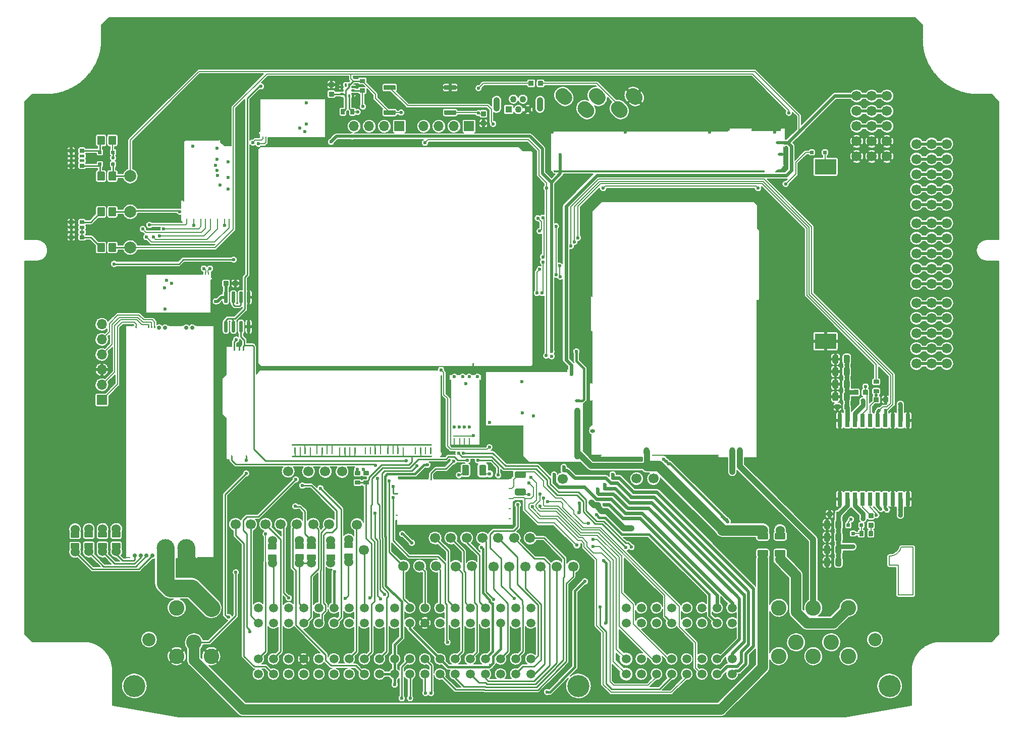
<source format=gtl>
G04 #@! TF.GenerationSoftware,KiCad,Pcbnew,(5.99.0-10192-g8d0191151d)*
G04 #@! TF.CreationDate,2021-04-27T23:57:06+03:00*
G04 #@! TF.ProjectId,hellen121vag,68656c6c-656e-4313-9231-7661672e6b69,a*
G04 #@! TF.SameCoordinates,PX2b953a0PY6943058*
G04 #@! TF.FileFunction,Copper,L1,Top*
G04 #@! TF.FilePolarity,Positive*
%FSLAX46Y46*%
G04 Gerber Fmt 4.6, Leading zero omitted, Abs format (unit mm)*
G04 Created by KiCad (PCBNEW (5.99.0-10192-g8d0191151d)) date 2021-04-27 23:57:06*
%MOMM*%
%LPD*%
G01*
G04 APERTURE LIST*
G04 #@! TA.AperFunction,EtchedComponent*
%ADD10C,0.200000*%
G04 #@! TD*
G04 #@! TA.AperFunction,ComponentPad*
%ADD11C,2.600000*%
G04 #@! TD*
G04 #@! TA.AperFunction,ComponentPad*
%ADD12C,1.500000*%
G04 #@! TD*
G04 #@! TA.AperFunction,ComponentPad*
%ADD13C,2.200000*%
G04 #@! TD*
G04 #@! TA.AperFunction,ComponentPad*
%ADD14C,3.700000*%
G04 #@! TD*
G04 #@! TA.AperFunction,ComponentPad*
%ADD15C,1.700000*%
G04 #@! TD*
G04 #@! TA.AperFunction,SMDPad,CuDef*
%ADD16O,0.499999X0.250000*%
G04 #@! TD*
G04 #@! TA.AperFunction,SMDPad,CuDef*
%ADD17O,9.800001X0.399999*%
G04 #@! TD*
G04 #@! TA.AperFunction,SMDPad,CuDef*
%ADD18O,11.100001X0.200000*%
G04 #@! TD*
G04 #@! TA.AperFunction,SMDPad,CuDef*
%ADD19O,0.200000X6.799999*%
G04 #@! TD*
G04 #@! TA.AperFunction,SMDPad,CuDef*
%ADD20O,0.200000X5.669999*%
G04 #@! TD*
G04 #@! TA.AperFunction,SMDPad,CuDef*
%ADD21O,0.250000X0.499999*%
G04 #@! TD*
G04 #@! TA.AperFunction,ComponentPad*
%ADD22C,0.599999*%
G04 #@! TD*
G04 #@! TA.AperFunction,SMDPad,CuDef*
%ADD23O,5.800001X0.250000*%
G04 #@! TD*
G04 #@! TA.AperFunction,SMDPad,CuDef*
%ADD24O,0.250000X10.200000*%
G04 #@! TD*
G04 #@! TA.AperFunction,SMDPad,CuDef*
%ADD25O,0.200000X0.399999*%
G04 #@! TD*
G04 #@! TA.AperFunction,SMDPad,CuDef*
%ADD26O,0.800001X0.599999*%
G04 #@! TD*
G04 #@! TA.AperFunction,SMDPad,CuDef*
%ADD27O,1.000001X1.500000*%
G04 #@! TD*
G04 #@! TA.AperFunction,SMDPad,CuDef*
%ADD28O,25.699999X0.200000*%
G04 #@! TD*
G04 #@! TA.AperFunction,SMDPad,CuDef*
%ADD29O,1.699999X0.200000*%
G04 #@! TD*
G04 #@! TA.AperFunction,SMDPad,CuDef*
%ADD30O,0.200000X25.849999*%
G04 #@! TD*
G04 #@! TA.AperFunction,SMDPad,CuDef*
%ADD31O,0.200000X8.824999*%
G04 #@! TD*
G04 #@! TA.AperFunction,SMDPad,CuDef*
%ADD32O,0.200000X4.149999*%
G04 #@! TD*
G04 #@! TA.AperFunction,SMDPad,CuDef*
%ADD33O,0.200000X4.249999*%
G04 #@! TD*
G04 #@! TA.AperFunction,SMDPad,CuDef*
%ADD34O,0.200000X3.600000*%
G04 #@! TD*
G04 #@! TA.AperFunction,SMDPad,CuDef*
%ADD35O,0.200000X14.399999*%
G04 #@! TD*
G04 #@! TA.AperFunction,SMDPad,CuDef*
%ADD36O,11.324999X0.200000*%
G04 #@! TD*
G04 #@! TA.AperFunction,ComponentPad*
%ADD37C,1.524000*%
G04 #@! TD*
G04 #@! TA.AperFunction,SMDPad,CuDef*
%ADD38R,0.203200X1.524000*%
G04 #@! TD*
G04 #@! TA.AperFunction,SMDPad,CuDef*
%ADD39C,2.000000*%
G04 #@! TD*
G04 #@! TA.AperFunction,ComponentPad*
%ADD40C,0.700000*%
G04 #@! TD*
G04 #@! TA.AperFunction,SMDPad,CuDef*
%ADD41C,3.000000*%
G04 #@! TD*
G04 #@! TA.AperFunction,SMDPad,CuDef*
%ADD42R,0.950000X0.250000*%
G04 #@! TD*
G04 #@! TA.AperFunction,SMDPad,CuDef*
%ADD43R,2.950000X0.250000*%
G04 #@! TD*
G04 #@! TA.AperFunction,SMDPad,CuDef*
%ADD44R,3.100000X0.250000*%
G04 #@! TD*
G04 #@! TA.AperFunction,SMDPad,CuDef*
%ADD45R,0.250000X39.250000*%
G04 #@! TD*
G04 #@! TA.AperFunction,SMDPad,CuDef*
%ADD46R,2.250000X0.250000*%
G04 #@! TD*
G04 #@! TA.AperFunction,SMDPad,CuDef*
%ADD47R,1.450000X0.250000*%
G04 #@! TD*
G04 #@! TA.AperFunction,SMDPad,CuDef*
%ADD48R,2.032000X5.080000*%
G04 #@! TD*
G04 #@! TA.AperFunction,SMDPad,CuDef*
%ADD49R,11.430000X7.620000*%
G04 #@! TD*
G04 #@! TA.AperFunction,SMDPad,CuDef*
%ADD50R,0.800000X2.200000*%
G04 #@! TD*
G04 #@! TA.AperFunction,SMDPad,CuDef*
%ADD51R,3.600000X2.600000*%
G04 #@! TD*
G04 #@! TA.AperFunction,SMDPad,CuDef*
%ADD52O,0.500000X0.250000*%
G04 #@! TD*
G04 #@! TA.AperFunction,SMDPad,CuDef*
%ADD53O,0.200000X1.000000*%
G04 #@! TD*
G04 #@! TA.AperFunction,SMDPad,CuDef*
%ADD54O,17.600000X0.200000*%
G04 #@! TD*
G04 #@! TA.AperFunction,SMDPad,CuDef*
%ADD55O,5.200000X0.200000*%
G04 #@! TD*
G04 #@! TA.AperFunction,SMDPad,CuDef*
%ADD56O,12.800000X0.200000*%
G04 #@! TD*
G04 #@! TA.AperFunction,SMDPad,CuDef*
%ADD57O,0.250000X0.500000*%
G04 #@! TD*
G04 #@! TA.AperFunction,ComponentPad*
%ADD58R,1.700000X1.700000*%
G04 #@! TD*
G04 #@! TA.AperFunction,ComponentPad*
%ADD59O,1.700000X1.700000*%
G04 #@! TD*
G04 #@! TA.AperFunction,SMDPad,CuDef*
%ADD60O,0.200000X11.100000*%
G04 #@! TD*
G04 #@! TA.AperFunction,SMDPad,CuDef*
%ADD61O,5.100000X0.200000*%
G04 #@! TD*
G04 #@! TA.AperFunction,SMDPad,CuDef*
%ADD62O,0.200000X0.950000*%
G04 #@! TD*
G04 #@! TA.AperFunction,ComponentPad*
%ADD63C,0.600000*%
G04 #@! TD*
G04 #@! TA.AperFunction,SMDPad,CuDef*
%ADD64O,3.500000X0.200000*%
G04 #@! TD*
G04 #@! TA.AperFunction,SMDPad,CuDef*
%ADD65O,0.200000X3.099999*%
G04 #@! TD*
G04 #@! TA.AperFunction,SMDPad,CuDef*
%ADD66O,1.000001X0.499999*%
G04 #@! TD*
G04 #@! TA.AperFunction,SMDPad,CuDef*
%ADD67O,5.000000X0.399999*%
G04 #@! TD*
G04 #@! TA.AperFunction,SMDPad,CuDef*
%ADD68O,0.399999X7.200001*%
G04 #@! TD*
G04 #@! TA.AperFunction,SMDPad,CuDef*
%ADD69O,30.000001X0.399999*%
G04 #@! TD*
G04 #@! TA.AperFunction,SMDPad,CuDef*
%ADD70O,35.400000X0.399999*%
G04 #@! TD*
G04 #@! TA.AperFunction,SMDPad,CuDef*
%ADD71O,0.499999X2.999999*%
G04 #@! TD*
G04 #@! TA.AperFunction,SMDPad,CuDef*
%ADD72O,1.000001X8.744829*%
G04 #@! TD*
G04 #@! TA.AperFunction,SMDPad,CuDef*
%ADD73O,0.200000X9.199999*%
G04 #@! TD*
G04 #@! TA.AperFunction,SMDPad,CuDef*
%ADD74O,0.399999X5.399999*%
G04 #@! TD*
G04 #@! TA.AperFunction,SMDPad,CuDef*
%ADD75O,9.000000X0.399999*%
G04 #@! TD*
G04 #@! TA.AperFunction,SMDPad,CuDef*
%ADD76O,6.500000X0.200000*%
G04 #@! TD*
G04 #@! TA.AperFunction,SMDPad,CuDef*
%ADD77O,0.200000X0.499999*%
G04 #@! TD*
G04 #@! TA.AperFunction,SMDPad,CuDef*
%ADD78O,13.800000X0.200000*%
G04 #@! TD*
G04 #@! TA.AperFunction,ComponentPad*
%ADD79O,1.100000X2.400000*%
G04 #@! TD*
G04 #@! TA.AperFunction,ComponentPad*
%ADD80C,1.100000*%
G04 #@! TD*
G04 #@! TA.AperFunction,ComponentPad*
%ADD81R,1.100000X1.100000*%
G04 #@! TD*
G04 #@! TA.AperFunction,ViaPad*
%ADD82C,0.600000*%
G04 #@! TD*
G04 #@! TA.AperFunction,ViaPad*
%ADD83C,2.000000*%
G04 #@! TD*
G04 #@! TA.AperFunction,ViaPad*
%ADD84C,0.800000*%
G04 #@! TD*
G04 #@! TA.AperFunction,Conductor*
%ADD85C,0.400000*%
G04 #@! TD*
G04 #@! TA.AperFunction,Conductor*
%ADD86C,0.500000*%
G04 #@! TD*
G04 #@! TA.AperFunction,Conductor*
%ADD87C,0.254000*%
G04 #@! TD*
G04 #@! TA.AperFunction,Conductor*
%ADD88C,0.600000*%
G04 #@! TD*
G04 #@! TA.AperFunction,Conductor*
%ADD89C,0.200000*%
G04 #@! TD*
G04 #@! TA.AperFunction,Conductor*
%ADD90C,3.000000*%
G04 #@! TD*
G04 #@! TA.AperFunction,Conductor*
%ADD91C,1.778000*%
G04 #@! TD*
G04 #@! TA.AperFunction,Conductor*
%ADD92C,1.000000*%
G04 #@! TD*
G04 #@! TA.AperFunction,Conductor*
%ADD93C,0.800000*%
G04 #@! TD*
G04 APERTURE END LIST*
D10*
G04 #@! TO.C,G6*
X149300000Y28800000D02*
X147300000Y28800000D01*
X146800000Y25800000D02*
X146800000Y20800000D01*
X149300000Y20800000D02*
X149300000Y28800000D01*
X146800000Y20800000D02*
X149300000Y20800000D01*
X145300000Y25800000D02*
X146800000Y25800000D01*
X145300000Y25800000D02*
X145300000Y27300000D01*
X147299999Y28800000D02*
G75*
G02*
X145300000Y27300000I-1921600J478801D01*
G01*
G04 #@! TD*
D11*
G04 #@! TO.P,P1,121,121*
G04 #@! TO.N,Net-(F2-Pad1)*
X138448000Y18622000D03*
G04 #@! TO.P,P1,120,120*
G04 #@! TO.N,/OUT_VVT2_B2*
X132548000Y18622000D03*
G04 #@! TO.P,P1,119,119*
G04 #@! TO.N,unconnected-(P1-Pad119)*
X126748000Y18622000D03*
G04 #@! TO.P,P1,118,118*
G04 #@! TO.N,/-ETB_OUT*
X135548000Y12822000D03*
G04 #@! TO.P,P1,117,117*
G04 #@! TO.N,/+ETB_OUT*
X129648000Y12822000D03*
G04 #@! TO.P,P1,116,116*
G04 #@! TO.N,unconnected-(P1-Pad116)*
X138448000Y10492000D03*
G04 #@! TO.P,P1,115,115*
G04 #@! TO.N,/OUT_VVT1_2*
X132548000Y10492000D03*
G04 #@! TO.P,P1,114,114*
G04 #@! TO.N,unconnected-(P1-Pad114)*
X126748000Y10492000D03*
D12*
G04 #@! TO.P,P1,113,113*
G04 #@! TO.N,/OUT_INJ5*
X118918000Y18622000D03*
G04 #@! TO.P,P1,112,112*
G04 #@! TO.N,/OUT_INJ6*
X116378000Y18622000D03*
G04 #@! TO.P,P1,111,111*
G04 #@! TO.N,/OUT_IGN3*
X113838000Y18622000D03*
G04 #@! TO.P,P1,110,110*
G04 #@! TO.N,/OUT_IGN6*
X111298000Y18622000D03*
G04 #@! TO.P,P1,109,109*
G04 #@! TO.N,unconnected-(P1-Pad109)*
X108758000Y18622000D03*
G04 #@! TO.P,P1,108,108*
G04 #@! TO.N,GNDA*
X106218000Y18622000D03*
G04 #@! TO.P,P1,107,107*
G04 #@! TO.N,/IN_KNOCK2_RAW*
X103678000Y18622000D03*
G04 #@! TO.P,P1,106,106*
G04 #@! TO.N,/IN_KNOCK1_RAW*
X101138000Y18622000D03*
G04 #@! TO.P,P1,105,105*
G04 #@! TO.N,/OUT_IDLE*
X118918000Y16082000D03*
G04 #@! TO.P,P1,104,104*
G04 #@! TO.N,/OUT_WASTEGATE*
X116378000Y16082000D03*
G04 #@! TO.P,P1,103,103*
G04 #@! TO.N,/OUT_IGN5*
X113838000Y16082000D03*
G04 #@! TO.P,P1,102,102*
G04 #@! TO.N,/OUT_IGN1*
X111298000Y16082000D03*
G04 #@! TO.P,P1,101,101*
G04 #@! TO.N,/IN_MAP2*
X108758000Y16082000D03*
G04 #@! TO.P,P1,100,100*
G04 #@! TO.N,unconnected-(P1-Pad100)*
X106218000Y16082000D03*
G04 #@! TO.P,P1,99,99*
G04 #@! TO.N,GNDA*
X103678000Y16082000D03*
G04 #@! TO.P,P1,98,98*
G04 #@! TO.N,+5VA*
X101138000Y16082000D03*
G04 #@! TO.P,P1,97,97*
G04 #@! TO.N,/OUT_INJ3*
X118918000Y10032000D03*
G04 #@! TO.P,P1,96,96*
G04 #@! TO.N,/OUT_INJ1*
X116378000Y10032000D03*
G04 #@! TO.P,P1,95,95*
G04 #@! TO.N,/OUT_IGN8*
X113838000Y10032000D03*
G04 #@! TO.P,P1,94,94*
G04 #@! TO.N,/OUT_IGN4*
X111298000Y10032000D03*
G04 #@! TO.P,P1,93,93*
G04 #@! TO.N,/IN_CLT*
X108758000Y10032000D03*
G04 #@! TO.P,P1,92,92*
G04 #@! TO.N,/IN_TPS1*
X106218000Y10032000D03*
G04 #@! TO.P,P1,91,91*
G04 #@! TO.N,GNDA*
X103678000Y10032000D03*
G04 #@! TO.P,P1,90,90*
G04 #@! TO.N,/IN_CRANK-*
X101138000Y10032000D03*
G04 #@! TO.P,P1,89,89*
G04 #@! TO.N,/OUT_INJ2*
X118918000Y7492000D03*
G04 #@! TO.P,P1,88,88*
G04 #@! TO.N,/OUT_INJ4*
X116378000Y7492000D03*
G04 #@! TO.P,P1,87,87*
G04 #@! TO.N,/IN_CAM2*
X113838000Y7492000D03*
G04 #@! TO.P,P1,86,86*
G04 #@! TO.N,/IN_CAM1*
X111298000Y7492000D03*
G04 #@! TO.P,P1,85,85*
G04 #@! TO.N,/IN_IAT*
X108758000Y7492000D03*
G04 #@! TO.P,P1,84,84*
G04 #@! TO.N,/IN_TPS2*
X106218000Y7492000D03*
G04 #@! TO.P,P1,83,83*
G04 #@! TO.N,+5VA*
X103678000Y7492000D03*
G04 #@! TO.P,P1,82,82*
G04 #@! TO.N,/IN_CRANK+*
X101138000Y7492000D03*
G04 #@! TO.P,P1,81,81*
G04 #@! TO.N,/OUT_FUEL_CONSUM*
X39448000Y7492000D03*
G04 #@! TO.P,P1,80,80*
G04 #@! TO.N,Net-(P1-Pad80)*
X41988000Y7492000D03*
G04 #@! TO.P,P1,79,79*
G04 #@! TO.N,unconnected-(P1-Pad79)*
X44528000Y7492000D03*
G04 #@! TO.P,P1,78,78*
G04 #@! TO.N,unconnected-(P1-Pad78)*
X47068000Y7492000D03*
G04 #@! TO.P,P1,77,77*
G04 #@! TO.N,unconnected-(P1-Pad77)*
X49608000Y7492000D03*
G04 #@! TO.P,P1,76,76*
G04 #@! TO.N,/IN_D4*
X52148000Y7492000D03*
G04 #@! TO.P,P1,75,75*
G04 #@! TO.N,/IN_D3*
X54688000Y7492000D03*
G04 #@! TO.P,P1,74,74*
G04 #@! TO.N,Net-(P1-Pad74)*
X57228000Y7492000D03*
G04 #@! TO.P,P1,73,73*
G04 #@! TO.N,+5VA*
X59768000Y7492000D03*
G04 #@! TO.P,P1,72,72*
X62308000Y7492000D03*
G04 #@! TO.P,P1,71,71*
G04 #@! TO.N,Net-(P1-Pad71)*
X64848000Y7492000D03*
G04 #@! TO.P,P1,70,70*
G04 #@! TO.N,Net-(P1-Pad70)*
X67388000Y7492000D03*
G04 #@! TO.P,P1,69,69*
G04 #@! TO.N,Net-(P1-Pad69)*
X69928000Y7492000D03*
G04 #@! TO.P,P1,68,68*
G04 #@! TO.N,Net-(P1-Pad68)*
X72468000Y7492000D03*
G04 #@! TO.P,P1,67,67*
G04 #@! TO.N,Net-(P1-Pad67)*
X75008000Y7492000D03*
G04 #@! TO.P,P1,66,66*
G04 #@! TO.N,Net-(P1-Pad66)*
X77548000Y7492000D03*
G04 #@! TO.P,P1,65,65*
G04 #@! TO.N,/OUT_PUMP*
X80088000Y7492000D03*
G04 #@! TO.P,P1,64,64*
G04 #@! TO.N,Net-(P1-Pad64)*
X82628000Y7492000D03*
G04 #@! TO.P,P1,63,63*
G04 #@! TO.N,Net-(P1-Pad63)*
X85168000Y7492000D03*
G04 #@! TO.P,P1,62,62*
G04 #@! TO.N,/V12_PERM*
X39448000Y10032000D03*
G04 #@! TO.P,P1,61,61*
G04 #@! TO.N,Net-(P1-Pad61)*
X41988000Y10032000D03*
G04 #@! TO.P,P1,60,60*
G04 #@! TO.N,/CAN+*
X44528000Y10032000D03*
G04 #@! TO.P,P1,59,59*
G04 #@! TO.N,GND*
X47068000Y10032000D03*
G04 #@! TO.P,P1,58,58*
G04 #@! TO.N,/CAN-*
X49608000Y10032000D03*
G04 #@! TO.P,P1,57,57*
G04 #@! TO.N,/IN_D2*
X52148000Y10032000D03*
G04 #@! TO.P,P1,56,56*
G04 #@! TO.N,Net-(P1-Pad56)*
X54688000Y10032000D03*
G04 #@! TO.P,P1,55,55*
G04 #@! TO.N,/IN_D1*
X57228000Y10032000D03*
G04 #@! TO.P,P1,54,54*
G04 #@! TO.N,/IN_VSS*
X59768000Y10032000D03*
G04 #@! TO.P,P1,53,53*
G04 #@! TO.N,+5VA*
X62308000Y10032000D03*
G04 #@! TO.P,P1,52,52*
G04 #@! TO.N,Net-(P1-Pad52)*
X64848000Y10032000D03*
G04 #@! TO.P,P1,51,51*
G04 #@! TO.N,Net-(P1-Pad51)*
X67388000Y10032000D03*
G04 #@! TO.P,P1,50,50*
G04 #@! TO.N,GNDA*
X69928000Y10032000D03*
G04 #@! TO.P,P1,49,49*
G04 #@! TO.N,Net-(P1-Pad49)*
X72468000Y10032000D03*
G04 #@! TO.P,P1,48,48*
G04 #@! TO.N,Net-(P1-Pad48)*
X75008000Y10032000D03*
G04 #@! TO.P,P1,47,47*
G04 #@! TO.N,/OUT_CE*
X77548000Y10032000D03*
G04 #@! TO.P,P1,46,46*
G04 #@! TO.N,Net-(P1-Pad46)*
X80088000Y10032000D03*
G04 #@! TO.P,P1,45,45*
G04 #@! TO.N,Net-(P1-Pad45)*
X82628000Y10032000D03*
G04 #@! TO.P,P1,44,44*
G04 #@! TO.N,Net-(P1-Pad44)*
X85168000Y10032000D03*
G04 #@! TO.P,P1,43,43*
G04 #@! TO.N,Net-(P1-Pad43)*
X39448000Y16082000D03*
G04 #@! TO.P,P1,42,42*
G04 #@! TO.N,unconnected-(P1-Pad42)*
X41988000Y16082000D03*
G04 #@! TO.P,P1,41,41*
G04 #@! TO.N,Net-(P1-Pad41)*
X44528000Y16082000D03*
G04 #@! TO.P,P1,40,40*
G04 #@! TO.N,Net-(P1-Pad40)*
X47068000Y16082000D03*
G04 #@! TO.P,P1,39,39*
G04 #@! TO.N,/IN_RES2*
X49608000Y16082000D03*
G04 #@! TO.P,P1,38,38*
G04 #@! TO.N,/IN_RES1*
X52148000Y16082000D03*
G04 #@! TO.P,P1,37,37*
G04 #@! TO.N,Net-(P1-Pad37)*
X54688000Y16082000D03*
G04 #@! TO.P,P1,36,36*
G04 #@! TO.N,GNDA*
X57228000Y16082000D03*
G04 #@! TO.P,P1,35,35*
G04 #@! TO.N,/IN_PPS2*
X59768000Y16082000D03*
G04 #@! TO.P,P1,34,34*
G04 #@! TO.N,/IN_PPS1*
X62308000Y16082000D03*
G04 #@! TO.P,P1,33,33*
G04 #@! TO.N,GNDA*
X64848000Y16082000D03*
G04 #@! TO.P,P1,32,32*
G04 #@! TO.N,GND*
X67388000Y16082000D03*
G04 #@! TO.P,P1,31,31*
G04 #@! TO.N,unconnected-(P1-Pad31)*
X69928000Y16082000D03*
G04 #@! TO.P,P1,30,30*
G04 #@! TO.N,unconnected-(P1-Pad30)*
X72468000Y16082000D03*
G04 #@! TO.P,P1,29,29*
G04 #@! TO.N,/IN_MAF*
X75008000Y16082000D03*
G04 #@! TO.P,P1,28,28*
G04 #@! TO.N,Net-(P1-Pad28)*
X77548000Y16082000D03*
G04 #@! TO.P,P1,27,27*
G04 #@! TO.N,GNDA*
X80088000Y16082000D03*
G04 #@! TO.P,P1,26,26*
G04 #@! TO.N,/IN_IAT*
X82628000Y16082000D03*
G04 #@! TO.P,P1,25,25*
G04 #@! TO.N,unconnected-(P1-Pad25)*
X85168000Y16082000D03*
G04 #@! TO.P,P1,24,24*
G04 #@! TO.N,/OUT_INJ8*
X39448000Y18622000D03*
G04 #@! TO.P,P1,23,23*
G04 #@! TO.N,Net-(P1-Pad23)*
X41988000Y18622000D03*
G04 #@! TO.P,P1,22,22*
G04 #@! TO.N,/OUT_VVT1_1*
X44528000Y18622000D03*
G04 #@! TO.P,P1,21,21*
G04 #@! TO.N,Net-(P1-Pad21)*
X47068000Y18622000D03*
G04 #@! TO.P,P1,20,20*
G04 #@! TO.N,Net-(P1-Pad20)*
X49608000Y18622000D03*
G04 #@! TO.P,P1,19,19*
G04 #@! TO.N,/OUT_INJ7*
X52148000Y18622000D03*
G04 #@! TO.P,P1,18,18*
G04 #@! TO.N,/OUT_VVT2_B1*
X54688000Y18622000D03*
G04 #@! TO.P,P1,17,17*
G04 #@! TO.N,Net-(P1-Pad17)*
X57228000Y18622000D03*
G04 #@! TO.P,P1,16,16*
G04 #@! TO.N,unconnected-(P1-Pad16)*
X59768000Y18622000D03*
G04 #@! TO.P,P1,15,15*
G04 #@! TO.N,unconnected-(P1-Pad15)*
X62308000Y18622000D03*
G04 #@! TO.P,P1,14,14*
G04 #@! TO.N,/IN_AFR*
X64848000Y18622000D03*
G04 #@! TO.P,P1,13,13*
G04 #@! TO.N,Net-(P1-Pad13)*
X67388000Y18622000D03*
G04 #@! TO.P,P1,12,12*
G04 #@! TO.N,Net-(P1-Pad12)*
X69928000Y18622000D03*
G04 #@! TO.P,P1,11,11*
G04 #@! TO.N,Net-(P1-Pad11)*
X72468000Y18622000D03*
G04 #@! TO.P,P1,10,10*
G04 #@! TO.N,Net-(P1-Pad10)*
X75008000Y18622000D03*
G04 #@! TO.P,P1,9,9*
G04 #@! TO.N,Net-(P1-Pad9)*
X77548000Y18622000D03*
G04 #@! TO.P,P1,8,8*
G04 #@! TO.N,/OUT_IGN7*
X80088000Y18622000D03*
G04 #@! TO.P,P1,7,7*
G04 #@! TO.N,/OUT_IGN2*
X82628000Y18622000D03*
G04 #@! TO.P,P1,6,6*
G04 #@! TO.N,unconnected-(P1-Pad6)*
X85168000Y18622000D03*
D11*
G04 #@! TO.P,P1,5,5*
G04 #@! TO.N,/LSU_HEAT-*
X31548000Y18622000D03*
G04 #@! TO.P,P1,4,4*
G04 #@! TO.N,unconnected-(P1-Pad4)*
X25748000Y18622000D03*
G04 #@! TO.P,P1,3,3*
G04 #@! TO.N,Net-(F1-Pad1)*
X28648000Y12822000D03*
G04 #@! TO.P,P1,2,2*
G04 #@! TO.N,GND*
X31548000Y10492000D03*
G04 #@! TO.P,P1,1,1*
X25748000Y10492000D03*
D13*
G04 #@! TO.P,P1,*
G04 #@! TO.N,*
X21098000Y13292000D03*
X142898000Y13292000D03*
D14*
X93148000Y5492000D03*
X18648000Y5492000D03*
X145348000Y5492000D03*
G04 #@! TD*
G04 #@! TO.P,M3,S2,GND*
G04 #@! TO.N,GND*
G04 #@! TA.AperFunction,SMDPad,CuDef*
G36*
G01*
X85490535Y95076922D02*
X85243047Y95324410D01*
G75*
G02*
X85243047Y95465832I70711J70711D01*
G01*
X85243047Y95465832D01*
G75*
G02*
X85384469Y95465832I70711J-70711D01*
G01*
X85631957Y95218344D01*
G75*
G02*
X85631957Y95076922I-70711J-70711D01*
G01*
X85631957Y95076922D01*
G75*
G02*
X85490535Y95076922I-70711J70711D01*
G01*
G37*
G04 #@! TD.AperFunction*
G04 #@! TA.AperFunction,SMDPad,CuDef*
G36*
G01*
X39827908Y96221377D02*
X83127908Y96221377D01*
G75*
G02*
X83227908Y96121377I0J-100000D01*
G01*
X83227908Y96121377D01*
G75*
G02*
X83127908Y96021377I-100000J0D01*
G01*
X39827908Y96021377D01*
G75*
G02*
X39727908Y96121377I0J100000D01*
G01*
X39727908Y96121377D01*
G75*
G02*
X39827908Y96221377I100000J0D01*
G01*
G37*
G04 #@! TD.AperFunction*
G04 #@! TA.AperFunction,SMDPad,CuDef*
G36*
G01*
X75642499Y59646377D02*
X75642499Y59196377D01*
G75*
G02*
X75517499Y59071377I-125000J0D01*
G01*
X75517499Y59071377D01*
G75*
G02*
X75392499Y59196377I0J125000D01*
G01*
X75392499Y59646377D01*
G75*
G02*
X75517499Y59771377I125000J0D01*
G01*
X75517499Y59771377D01*
G75*
G02*
X75642499Y59646377I0J-125000D01*
G01*
G37*
G04 #@! TD.AperFunction*
G04 #@! TA.AperFunction,SMDPad,CuDef*
G36*
G01*
X85662499Y95146380D02*
X85662499Y59446380D01*
G75*
G02*
X85562499Y59346380I-100000J0D01*
G01*
X85562499Y59346380D01*
G75*
G02*
X85462499Y59446380I0J100000D01*
G01*
X85462499Y95146380D01*
G75*
G02*
X85562499Y95246380I100000J0D01*
G01*
X85562499Y95246380D01*
G75*
G02*
X85662499Y95146380I0J-100000D01*
G01*
G37*
G04 #@! TD.AperFunction*
G04 #@! TA.AperFunction,SMDPad,CuDef*
G36*
G01*
X83887501Y95496377D02*
X85287501Y95496377D01*
G75*
G02*
X85387501Y95396377I0J-100000D01*
G01*
X85387501Y95396377D01*
G75*
G02*
X85287501Y95296377I-100000J0D01*
G01*
X83887501Y95296377D01*
G75*
G02*
X83787501Y95396377I0J100000D01*
G01*
X83787501Y95396377D01*
G75*
G02*
X83887501Y95496377I100000J0D01*
G01*
G37*
G04 #@! TD.AperFunction*
G04 #@! TA.AperFunction,SMDPad,CuDef*
G36*
G01*
X39459082Y59766214D02*
X39982342Y59242954D01*
G75*
G02*
X39982342Y59101532I-70711J-70711D01*
G01*
X39982342Y59101532D01*
G75*
G02*
X39840920Y59101532I-70711J70711D01*
G01*
X39317660Y59624792D01*
G75*
G02*
X39317660Y59766214I70711J70711D01*
G01*
X39317660Y59766214D01*
G75*
G02*
X39459082Y59766214I70711J-70711D01*
G01*
G37*
G04 #@! TD.AperFunction*
G04 #@! TA.AperFunction,SMDPad,CuDef*
G36*
G01*
X39320067Y95764551D02*
X39744331Y96188815D01*
G75*
G02*
X39885753Y96188815I70711J-70711D01*
G01*
X39885753Y96188815D01*
G75*
G02*
X39885753Y96047393I-70711J-70711D01*
G01*
X39461489Y95623129D01*
G75*
G02*
X39320067Y95623129I-70711J70711D01*
G01*
X39320067Y95623129D01*
G75*
G02*
X39320067Y95764551I70711J70711D01*
G01*
G37*
G04 #@! TD.AperFunction*
G04 #@! TA.AperFunction,SMDPad,CuDef*
G36*
G01*
X85630058Y59372516D02*
X85361358Y59103816D01*
G75*
G02*
X85219936Y59103816I-70711J70711D01*
G01*
X85219936Y59103816D01*
G75*
G02*
X85219936Y59245238I70711J70711D01*
G01*
X85488636Y59513938D01*
G75*
G02*
X85630058Y59513938I70711J-70711D01*
G01*
X85630058Y59513938D01*
G75*
G02*
X85630058Y59372516I-70711J-70711D01*
G01*
G37*
G04 #@! TD.AperFunction*
G04 #@! TA.AperFunction,SMDPad,CuDef*
G36*
G01*
X83782845Y95334614D02*
X83075739Y96041720D01*
G75*
G02*
X83075739Y96183142I70711J70711D01*
G01*
X83075739Y96183142D01*
G75*
G02*
X83217161Y96183142I70711J-70711D01*
G01*
X83924267Y95476036D01*
G75*
G02*
X83924267Y95334614I-70711J-70711D01*
G01*
X83924267Y95334614D01*
G75*
G02*
X83782845Y95334614I-70711J70711D01*
G01*
G37*
G04 #@! TD.AperFunction*
G04 #@! TA.AperFunction,SMDPad,CuDef*
G36*
G01*
X39912499Y59271374D02*
X85312499Y59271374D01*
G75*
G02*
X85412499Y59171374I0J-100000D01*
G01*
X85412499Y59171374D01*
G75*
G02*
X85312499Y59071374I-100000J0D01*
G01*
X39912499Y59071374D01*
G75*
G02*
X39812499Y59171374I0J100000D01*
G01*
X39812499Y59171374D01*
G75*
G02*
X39912499Y59271374I100000J0D01*
G01*
G37*
G04 #@! TD.AperFunction*
G04 #@! TA.AperFunction,SMDPad,CuDef*
G36*
G01*
X39487502Y95688468D02*
X39487502Y59698468D01*
G75*
G02*
X39387502Y59598468I-100000J0D01*
G01*
X39387502Y59598468D01*
G75*
G02*
X39287502Y59698468I0J100000D01*
G01*
X39287502Y95688468D01*
G75*
G02*
X39387502Y95788468I100000J0D01*
G01*
X39387502Y95788468D01*
G75*
G02*
X39487502Y95688468I0J-100000D01*
G01*
G37*
G04 #@! TD.AperFunction*
G04 #@! TD*
G04 #@! TO.P,U3,8,V+*
G04 #@! TO.N,+5V*
G04 #@! TA.AperFunction,SMDPad,CuDef*
G36*
G01*
X34145000Y69800000D02*
X33845000Y69800000D01*
G75*
G02*
X33695000Y69950000I0J150000D01*
G01*
X33695000Y71600000D01*
G75*
G02*
X33845000Y71750000I150000J0D01*
G01*
X34145000Y71750000D01*
G75*
G02*
X34295000Y71600000I0J-150000D01*
G01*
X34295000Y69950000D01*
G75*
G02*
X34145000Y69800000I-150000J0D01*
G01*
G37*
G04 #@! TD.AperFunction*
G04 #@! TO.P,U3,7*
G04 #@! TO.N,Net-(U3-Pad6)*
G04 #@! TA.AperFunction,SMDPad,CuDef*
G36*
G01*
X35415000Y69800000D02*
X35115000Y69800000D01*
G75*
G02*
X34965000Y69950000I0J150000D01*
G01*
X34965000Y71600000D01*
G75*
G02*
X35115000Y71750000I150000J0D01*
G01*
X35415000Y71750000D01*
G75*
G02*
X35565000Y71600000I0J-150000D01*
G01*
X35565000Y69950000D01*
G75*
G02*
X35415000Y69800000I-150000J0D01*
G01*
G37*
G04 #@! TD.AperFunction*
G04 #@! TO.P,U3,6,-*
G04 #@! TA.AperFunction,SMDPad,CuDef*
G36*
G01*
X36685000Y69800000D02*
X36385000Y69800000D01*
G75*
G02*
X36235000Y69950000I0J150000D01*
G01*
X36235000Y71600000D01*
G75*
G02*
X36385000Y71750000I150000J0D01*
G01*
X36685000Y71750000D01*
G75*
G02*
X36835000Y71600000I0J-150000D01*
G01*
X36835000Y69950000D01*
G75*
G02*
X36685000Y69800000I-150000J0D01*
G01*
G37*
G04 #@! TD.AperFunction*
G04 #@! TO.P,U3,5,+*
G04 #@! TO.N,GND*
G04 #@! TA.AperFunction,SMDPad,CuDef*
G36*
G01*
X37955000Y69800000D02*
X37655000Y69800000D01*
G75*
G02*
X37505000Y69950000I0J150000D01*
G01*
X37505000Y71600000D01*
G75*
G02*
X37655000Y71750000I150000J0D01*
G01*
X37955000Y71750000D01*
G75*
G02*
X38105000Y71600000I0J-150000D01*
G01*
X38105000Y69950000D01*
G75*
G02*
X37955000Y69800000I-150000J0D01*
G01*
G37*
G04 #@! TD.AperFunction*
G04 #@! TO.P,U3,4,V-*
G04 #@! TA.AperFunction,SMDPad,CuDef*
G36*
G01*
X37955000Y64850000D02*
X37655000Y64850000D01*
G75*
G02*
X37505000Y65000000I0J150000D01*
G01*
X37505000Y66650000D01*
G75*
G02*
X37655000Y66800000I150000J0D01*
G01*
X37955000Y66800000D01*
G75*
G02*
X38105000Y66650000I0J-150000D01*
G01*
X38105000Y65000000D01*
G75*
G02*
X37955000Y64850000I-150000J0D01*
G01*
G37*
G04 #@! TD.AperFunction*
G04 #@! TO.P,U3,3,+*
G04 #@! TO.N,/IN_KNOCK1*
G04 #@! TA.AperFunction,SMDPad,CuDef*
G36*
G01*
X36685000Y64850000D02*
X36385000Y64850000D01*
G75*
G02*
X36235000Y65000000I0J150000D01*
G01*
X36235000Y66650000D01*
G75*
G02*
X36385000Y66800000I150000J0D01*
G01*
X36685000Y66800000D01*
G75*
G02*
X36835000Y66650000I0J-150000D01*
G01*
X36835000Y65000000D01*
G75*
G02*
X36685000Y64850000I-150000J0D01*
G01*
G37*
G04 #@! TD.AperFunction*
G04 #@! TO.P,U3,2,-*
G04 #@! TO.N,Net-(C17-Pad2)*
G04 #@! TA.AperFunction,SMDPad,CuDef*
G36*
G01*
X35415000Y64850000D02*
X35115000Y64850000D01*
G75*
G02*
X34965000Y65000000I0J150000D01*
G01*
X34965000Y66650000D01*
G75*
G02*
X35115000Y66800000I150000J0D01*
G01*
X35415000Y66800000D01*
G75*
G02*
X35565000Y66650000I0J-150000D01*
G01*
X35565000Y65000000D01*
G75*
G02*
X35415000Y64850000I-150000J0D01*
G01*
G37*
G04 #@! TD.AperFunction*
G04 #@! TO.P,U3,1*
G04 #@! TA.AperFunction,SMDPad,CuDef*
G36*
G01*
X34145000Y64850000D02*
X33845000Y64850000D01*
G75*
G02*
X33695000Y65000000I0J150000D01*
G01*
X33695000Y66650000D01*
G75*
G02*
X33845000Y66800000I150000J0D01*
G01*
X34145000Y66800000D01*
G75*
G02*
X34295000Y66650000I0J-150000D01*
G01*
X34295000Y65000000D01*
G75*
G02*
X34145000Y64850000I-150000J0D01*
G01*
G37*
G04 #@! TD.AperFunction*
G04 #@! TD*
G04 #@! TO.P,C15,1*
G04 #@! TO.N,GND*
G04 #@! TA.AperFunction,SMDPad,CuDef*
G36*
G01*
X51360000Y106915001D02*
X52040000Y106915001D01*
G75*
G02*
X52125000Y106830001I0J-85000D01*
G01*
X52125000Y106150001D01*
G75*
G02*
X52040000Y106065001I-85000J0D01*
G01*
X51360000Y106065001D01*
G75*
G02*
X51275000Y106150001I0J85000D01*
G01*
X51275000Y106830001D01*
G75*
G02*
X51360000Y106915001I85000J0D01*
G01*
G37*
G04 #@! TD.AperFunction*
G04 #@! TO.P,C15,2*
G04 #@! TO.N,+3V3*
G04 #@! TA.AperFunction,SMDPad,CuDef*
G36*
G01*
X51360000Y105334999D02*
X52040000Y105334999D01*
G75*
G02*
X52125000Y105249999I0J-85000D01*
G01*
X52125000Y104569999D01*
G75*
G02*
X52040000Y104484999I-85000J0D01*
G01*
X51360000Y104484999D01*
G75*
G02*
X51275000Y104569999I0J85000D01*
G01*
X51275000Y105249999D01*
G75*
G02*
X51360000Y105334999I85000J0D01*
G01*
G37*
G04 #@! TD.AperFunction*
G04 #@! TD*
G04 #@! TO.P,C6,1*
G04 #@! TO.N,GND*
G04 #@! TA.AperFunction,SMDPad,CuDef*
G36*
G01*
X77540000Y99584999D02*
X76860000Y99584999D01*
G75*
G02*
X76775000Y99669999I0J85000D01*
G01*
X76775000Y100349999D01*
G75*
G02*
X76860000Y100434999I85000J0D01*
G01*
X77540000Y100434999D01*
G75*
G02*
X77625000Y100349999I0J-85000D01*
G01*
X77625000Y99669999D01*
G75*
G02*
X77540000Y99584999I-85000J0D01*
G01*
G37*
G04 #@! TD.AperFunction*
G04 #@! TO.P,C6,2*
G04 #@! TO.N,/NRESET*
G04 #@! TA.AperFunction,SMDPad,CuDef*
G36*
G01*
X77540000Y101165001D02*
X76860000Y101165001D01*
G75*
G02*
X76775000Y101250001I0J85000D01*
G01*
X76775000Y101930001D01*
G75*
G02*
X76860000Y102015001I85000J0D01*
G01*
X77540000Y102015001D01*
G75*
G02*
X77625000Y101930001I0J-85000D01*
G01*
X77625000Y101250001D01*
G75*
G02*
X77540000Y101165001I-85000J0D01*
G01*
G37*
G04 #@! TD.AperFunction*
G04 #@! TD*
D15*
G04 #@! TO.P,G5,1*
G04 #@! TO.N,Net-(G5-Pad1)*
X149860000Y73050000D03*
G04 #@! TO.P,G5,2*
G04 #@! TO.N,Net-(G5-Pad12)*
X149860000Y75590000D03*
G04 #@! TO.P,G5,3*
G04 #@! TO.N,Net-(G5-Pad13)*
X149860000Y78130000D03*
G04 #@! TO.P,G5,4*
G04 #@! TO.N,Net-(G5-Pad14)*
X149860000Y80670000D03*
G04 #@! TO.P,G5,5*
G04 #@! TO.N,Net-(G5-Pad10)*
X149860000Y83210000D03*
G04 #@! TO.P,G5,6*
G04 #@! TO.N,Net-(G5-Pad1)*
X152400000Y73050000D03*
G04 #@! TO.P,G5,7*
G04 #@! TO.N,Net-(G5-Pad12)*
X152400000Y75590000D03*
G04 #@! TO.P,G5,8*
G04 #@! TO.N,Net-(G5-Pad13)*
X152400000Y78130000D03*
G04 #@! TO.P,G5,9*
G04 #@! TO.N,Net-(G5-Pad14)*
X152400000Y80670000D03*
G04 #@! TO.P,G5,10*
G04 #@! TO.N,Net-(G5-Pad10)*
X152400000Y83210000D03*
G04 #@! TO.P,G5,11*
G04 #@! TO.N,Net-(G5-Pad1)*
X154940000Y73050000D03*
G04 #@! TO.P,G5,12*
G04 #@! TO.N,Net-(G5-Pad12)*
X154940000Y75590000D03*
G04 #@! TO.P,G5,13*
G04 #@! TO.N,Net-(G5-Pad13)*
X154940000Y78130000D03*
G04 #@! TO.P,G5,14*
G04 #@! TO.N,Net-(G5-Pad14)*
X154940000Y80670000D03*
G04 #@! TO.P,G5,15*
G04 #@! TO.N,Net-(G5-Pad10)*
X154940000Y83210000D03*
G04 #@! TD*
G04 #@! TO.P,V20,1,Pin_1*
G04 #@! TO.N,Net-(P1-Pad20)*
X51350000Y32650000D03*
G04 #@! TD*
G04 #@! TO.P,V9,1,Pin_1*
G04 #@! TO.N,Net-(P1-Pad9)*
X74400000Y30350000D03*
G04 #@! TD*
D16*
G04 #@! TO.P,M1,E1,GND*
G04 #@! TO.N,GND*
X50537495Y97531666D03*
D17*
X45912501Y97531666D03*
D18*
X45212500Y104131663D03*
D19*
X50712499Y100794164D03*
D20*
X39737499Y101394163D03*
D21*
G04 #@! TO.P,M1,S1,CANL*
G04 #@! TO.N,/CAN-*
X40187501Y97581664D03*
G04 #@! TO.P,M1,S2,CANH*
G04 #@! TO.N,/CAN+*
X40687502Y97581664D03*
D22*
G04 #@! TO.P,M1,V1,V5*
G04 #@! TO.N,+5V*
X47237499Y98631662D03*
G04 #@! TO.P,M1,V2,CAN_VIO*
G04 #@! TO.N,/CAN_VIO*
X46362497Y99156662D03*
G04 #@! TO.P,M1,V5,CAN_TX*
G04 #@! TO.N,/CAN_TX*
X47537501Y99906660D03*
G04 #@! TO.P,M1,V6,CAN_RX*
G04 #@! TO.N,/CAN_RX*
X47462498Y103456661D03*
G04 #@! TD*
G04 #@! TO.P,M7,G,GND*
G04 #@! TO.N,GND*
G04 #@! TA.AperFunction,SMDPad,CuDef*
G36*
G01*
X26812582Y96809391D02*
X26812582Y96809391D01*
G75*
G02*
X26812582Y96986167I88388J88388D01*
G01*
X27095424Y97269009D01*
G75*
G02*
X27272200Y97269009I88388J-88388D01*
G01*
X27272200Y97269009D01*
G75*
G02*
X27272200Y97092233I-88388J-88388D01*
G01*
X26989358Y96809391D01*
G75*
G02*
X26812582Y96809391I-88388J88388D01*
G01*
G37*
G04 #@! TD.AperFunction*
D23*
X30004887Y97189200D03*
D24*
X26892387Y91939205D03*
D25*
G04 #@! TO.P,M7,S1,OUT_IGN8*
G04 #@! TO.N,/OUT_IGN8*
X34517335Y83814583D03*
G04 #@! TO.P,M7,S2,OUT_IGN7*
G04 #@! TO.N,/OUT_IGN7*
X33757356Y83814583D03*
G04 #@! TO.P,M7,S3,OUT_IGN6*
G04 #@! TO.N,/OUT_IGN6*
X32582363Y83814583D03*
G04 #@! TO.P,M7,S4,OUT_IGN5*
G04 #@! TO.N,/OUT_IGN5*
X31407376Y83814583D03*
G04 #@! TO.P,M7,S5,OUT_IGN4*
G04 #@! TO.N,/OUT_IGN4*
X30567464Y83814583D03*
G04 #@! TO.P,M7,S6,OUT_IGN3*
G04 #@! TO.N,/OUT_IGN3*
X29817392Y83814583D03*
G04 #@! TO.P,M7,S7,OUT_IGN2*
G04 #@! TO.N,/OUT_IGN2*
X28642381Y83814583D03*
G04 #@! TO.P,M7,S8,OUT_IGN1*
G04 #@! TO.N,/OUT_IGN1*
X27467384Y83814583D03*
D22*
G04 #@! TO.P,M7,V1,IGN8*
G04 #@! TO.N,/IGN8*
X32507387Y93914190D03*
G04 #@! TO.P,M7,V2,IGN7*
G04 #@! TO.N,/IGN7*
X34342397Y93489182D03*
G04 #@! TO.P,M7,V3,IGN6*
G04 #@! TO.N,/IGN6*
X32292389Y92939185D03*
G04 #@! TO.P,M7,V4,IGN5*
G04 #@! TO.N,/IGN5*
X32507384Y92064226D03*
G04 #@! TO.P,M7,V5,IGN4*
G04 #@! TO.N,/IGN4*
X32582391Y91214203D03*
G04 #@! TO.P,M7,V6,IGN3*
G04 #@! TO.N,/IGN3*
X34342397Y90889187D03*
G04 #@! TO.P,M7,V7,IGN2*
G04 #@! TO.N,/IGN2*
X33032397Y89589220D03*
G04 #@! TO.P,M7,V8,IGN1*
G04 #@! TO.N,/IGN1*
X34342397Y88939203D03*
G04 #@! TO.P,M7,V9,VCC*
G04 #@! TO.N,/IGN_V5*
X28417382Y96114206D03*
G04 #@! TO.P,M7,V10,V33*
G04 #@! TO.N,/IGN_V33*
X32492388Y95814204D03*
G04 #@! TD*
G04 #@! TO.P,M4,J26,PULL_SENS1*
G04 #@! TO.N,unconnected-(M4-PadJ26)*
G04 #@! TA.AperFunction,SMDPad,CuDef*
G36*
G01*
X68262512Y44471379D02*
X68262512Y45521379D01*
G75*
G02*
X68362512Y45621379I100000J0D01*
G01*
X68362512Y45621379D01*
G75*
G02*
X68462512Y45521379I0J-100000D01*
G01*
X68462512Y44471379D01*
G75*
G02*
X68362512Y44371379I-100000J0D01*
G01*
X68362512Y44371379D01*
G75*
G02*
X68262512Y44471379I0J100000D01*
G01*
G37*
G04 #@! TD.AperFunction*
G04 #@! TO.P,M4,J25,PULL_SENS2*
G04 #@! TO.N,unconnected-(M4-PadJ25)*
G04 #@! TA.AperFunction,SMDPad,CuDef*
G36*
G01*
X67387510Y44471379D02*
X67387510Y45521379D01*
G75*
G02*
X67487510Y45621379I100000J0D01*
G01*
X67487510Y45621379D01*
G75*
G02*
X67587510Y45521379I0J-100000D01*
G01*
X67587510Y44471379D01*
G75*
G02*
X67487510Y44371379I-100000J0D01*
G01*
X67487510Y44371379D01*
G75*
G02*
X67387510Y44471379I0J100000D01*
G01*
G37*
G04 #@! TD.AperFunction*
G04 #@! TO.P,M4,J24,PULL_SENS3*
G04 #@! TO.N,GNDA*
G04 #@! TA.AperFunction,SMDPad,CuDef*
G36*
G01*
X66587512Y44471379D02*
X66587512Y45521379D01*
G75*
G02*
X66687512Y45621379I100000J0D01*
G01*
X66687512Y45621379D01*
G75*
G02*
X66787512Y45521379I0J-100000D01*
G01*
X66787512Y44471379D01*
G75*
G02*
X66687512Y44371379I-100000J0D01*
G01*
X66687512Y44371379D01*
G75*
G02*
X66587512Y44471379I0J100000D01*
G01*
G37*
G04 #@! TD.AperFunction*
G04 #@! TO.P,M4,J23,PULL_SENS4*
G04 #@! TO.N,unconnected-(M4-PadJ23)*
G04 #@! TA.AperFunction,SMDPad,CuDef*
G36*
G01*
X65712510Y44471379D02*
X65712510Y45521379D01*
G75*
G02*
X65812510Y45621379I100000J0D01*
G01*
X65812510Y45621379D01*
G75*
G02*
X65912510Y45521379I0J-100000D01*
G01*
X65912510Y44471379D01*
G75*
G02*
X65812510Y44371379I-100000J0D01*
G01*
X65812510Y44371379D01*
G75*
G02*
X65712510Y44471379I0J100000D01*
G01*
G37*
G04 #@! TD.AperFunction*
G04 #@! TO.P,M4,J22,PULL_KNOCK*
G04 #@! TO.N,GNDA*
G04 #@! TA.AperFunction,SMDPad,CuDef*
G36*
G01*
X63632499Y44471384D02*
X63632499Y45521384D01*
G75*
G02*
X63732499Y45621384I100000J0D01*
G01*
X63732499Y45621384D01*
G75*
G02*
X63832499Y45521384I0J-100000D01*
G01*
X63832499Y44471384D01*
G75*
G02*
X63732499Y44371384I-100000J0D01*
G01*
X63732499Y44371384D01*
G75*
G02*
X63632499Y44471384I0J100000D01*
G01*
G37*
G04 #@! TD.AperFunction*
G04 #@! TO.P,M4,J21,PULL_CRANK*
G04 #@! TO.N,+5VA*
G04 #@! TA.AperFunction,SMDPad,CuDef*
G36*
G01*
X62757496Y44471384D02*
X62757496Y45521384D01*
G75*
G02*
X62857496Y45621384I100000J0D01*
G01*
X62857496Y45621384D01*
G75*
G02*
X62957496Y45521384I0J-100000D01*
G01*
X62957496Y44471384D01*
G75*
G02*
X62857496Y44371384I-100000J0D01*
G01*
X62857496Y44371384D01*
G75*
G02*
X62757496Y44471384I0J100000D01*
G01*
G37*
G04 #@! TD.AperFunction*
G04 #@! TO.P,M4,J20,PULL_O2S*
G04 #@! TA.AperFunction,SMDPad,CuDef*
G36*
G01*
X61957499Y44471384D02*
X61957499Y45521384D01*
G75*
G02*
X62057499Y45621384I100000J0D01*
G01*
X62057499Y45621384D01*
G75*
G02*
X62157499Y45521384I0J-100000D01*
G01*
X62157499Y44471384D01*
G75*
G02*
X62057499Y44371384I-100000J0D01*
G01*
X62057499Y44371384D01*
G75*
G02*
X61957499Y44471384I0J100000D01*
G01*
G37*
G04 #@! TD.AperFunction*
G04 #@! TO.P,M4,J19,PULL_TPS*
G04 #@! TA.AperFunction,SMDPad,CuDef*
G36*
G01*
X61082496Y44471384D02*
X61082496Y45521384D01*
G75*
G02*
X61182496Y45621384I100000J0D01*
G01*
X61182496Y45621384D01*
G75*
G02*
X61282496Y45521384I0J-100000D01*
G01*
X61282496Y44471384D01*
G75*
G02*
X61182496Y44371384I-100000J0D01*
G01*
X61182496Y44371384D01*
G75*
G02*
X61082496Y44471384I0J100000D01*
G01*
G37*
G04 #@! TD.AperFunction*
G04 #@! TO.P,M4,J18,PULL_VSS*
G04 #@! TA.AperFunction,SMDPad,CuDef*
G36*
G01*
X59832509Y44471384D02*
X59832509Y45521384D01*
G75*
G02*
X59932509Y45621384I100000J0D01*
G01*
X59932509Y45621384D01*
G75*
G02*
X60032509Y45521384I0J-100000D01*
G01*
X60032509Y44471384D01*
G75*
G02*
X59932509Y44371384I-100000J0D01*
G01*
X59932509Y44371384D01*
G75*
G02*
X59832509Y44471384I0J100000D01*
G01*
G37*
G04 #@! TD.AperFunction*
G04 #@! TO.P,M4,J17,PULL_CAM*
G04 #@! TA.AperFunction,SMDPad,CuDef*
G36*
G01*
X58957507Y44471384D02*
X58957507Y45521384D01*
G75*
G02*
X59057507Y45621384I100000J0D01*
G01*
X59057507Y45621384D01*
G75*
G02*
X59157507Y45521384I0J-100000D01*
G01*
X59157507Y44471384D01*
G75*
G02*
X59057507Y44371384I-100000J0D01*
G01*
X59057507Y44371384D01*
G75*
G02*
X58957507Y44471384I0J100000D01*
G01*
G37*
G04 #@! TD.AperFunction*
G04 #@! TO.P,M4,J16,PULL_CLT*
G04 #@! TO.N,unconnected-(M4-PadJ16)*
G04 #@! TA.AperFunction,SMDPad,CuDef*
G36*
G01*
X58157508Y44471384D02*
X58157508Y45521384D01*
G75*
G02*
X58257508Y45621384I100000J0D01*
G01*
X58257508Y45621384D01*
G75*
G02*
X58357508Y45521384I0J-100000D01*
G01*
X58357508Y44471384D01*
G75*
G02*
X58257508Y44371384I-100000J0D01*
G01*
X58257508Y44371384D01*
G75*
G02*
X58157508Y44471384I0J100000D01*
G01*
G37*
G04 #@! TD.AperFunction*
G04 #@! TO.P,M4,J15,PULL_IAT*
G04 #@! TO.N,unconnected-(M4-PadJ15)*
G04 #@! TA.AperFunction,SMDPad,CuDef*
G36*
G01*
X57282506Y44471384D02*
X57282506Y45521384D01*
G75*
G02*
X57382506Y45621384I100000J0D01*
G01*
X57382506Y45621384D01*
G75*
G02*
X57482506Y45521384I0J-100000D01*
G01*
X57482506Y44471384D01*
G75*
G02*
X57382506Y44371384I-100000J0D01*
G01*
X57382506Y44371384D01*
G75*
G02*
X57282506Y44471384I0J100000D01*
G01*
G37*
G04 #@! TD.AperFunction*
G04 #@! TO.P,M4,J14,PULL_MAP1*
G04 #@! TO.N,GNDA*
G04 #@! TA.AperFunction,SMDPad,CuDef*
G36*
G01*
X55557503Y44471384D02*
X55557503Y45521384D01*
G75*
G02*
X55657503Y45621384I100000J0D01*
G01*
X55657503Y45621384D01*
G75*
G02*
X55757503Y45521384I0J-100000D01*
G01*
X55757503Y44471384D01*
G75*
G02*
X55657503Y44371384I-100000J0D01*
G01*
X55657503Y44371384D01*
G75*
G02*
X55557503Y44471384I0J100000D01*
G01*
G37*
G04 #@! TD.AperFunction*
G04 #@! TO.P,M4,J13,PULL_MAP2*
G04 #@! TA.AperFunction,SMDPad,CuDef*
G36*
G01*
X54682501Y44471384D02*
X54682501Y45521384D01*
G75*
G02*
X54782501Y45621384I100000J0D01*
G01*
X54782501Y45621384D01*
G75*
G02*
X54882501Y45521384I0J-100000D01*
G01*
X54882501Y44471384D01*
G75*
G02*
X54782501Y44371384I-100000J0D01*
G01*
X54782501Y44371384D01*
G75*
G02*
X54682501Y44471384I0J100000D01*
G01*
G37*
G04 #@! TD.AperFunction*
G04 #@! TO.P,M4,J12,PULL_MAP3*
G04 #@! TA.AperFunction,SMDPad,CuDef*
G36*
G01*
X53882503Y44471384D02*
X53882503Y45521384D01*
G75*
G02*
X53982503Y45621384I100000J0D01*
G01*
X53982503Y45621384D01*
G75*
G02*
X54082503Y45521384I0J-100000D01*
G01*
X54082503Y44471384D01*
G75*
G02*
X53982503Y44371384I-100000J0D01*
G01*
X53982503Y44371384D01*
G75*
G02*
X53882503Y44471384I0J100000D01*
G01*
G37*
G04 #@! TD.AperFunction*
G04 #@! TO.P,M4,J11,PULL_RES3*
G04 #@! TA.AperFunction,SMDPad,CuDef*
G36*
G01*
X53007501Y44471384D02*
X53007501Y45521384D01*
G75*
G02*
X53107501Y45621384I100000J0D01*
G01*
X53107501Y45621384D01*
G75*
G02*
X53207501Y45521384I0J-100000D01*
G01*
X53207501Y44471384D01*
G75*
G02*
X53107501Y44371384I-100000J0D01*
G01*
X53107501Y44371384D01*
G75*
G02*
X53007501Y44471384I0J100000D01*
G01*
G37*
G04 #@! TD.AperFunction*
G04 #@! TO.P,M4,J10,PULL_AUX1*
G04 #@! TO.N,+5VA*
G04 #@! TA.AperFunction,SMDPad,CuDef*
G36*
G01*
X51732504Y44471384D02*
X51732504Y45521384D01*
G75*
G02*
X51832504Y45621384I100000J0D01*
G01*
X51832504Y45621384D01*
G75*
G02*
X51932504Y45521384I0J-100000D01*
G01*
X51932504Y44471384D01*
G75*
G02*
X51832504Y44371384I-100000J0D01*
G01*
X51832504Y44371384D01*
G75*
G02*
X51732504Y44471384I0J100000D01*
G01*
G37*
G04 #@! TD.AperFunction*
G04 #@! TO.P,M4,J9,PULL_AUX2*
G04 #@! TA.AperFunction,SMDPad,CuDef*
G36*
G01*
X50857502Y44471384D02*
X50857502Y45521384D01*
G75*
G02*
X50957502Y45621384I100000J0D01*
G01*
X50957502Y45621384D01*
G75*
G02*
X51057502Y45521384I0J-100000D01*
G01*
X51057502Y44471384D01*
G75*
G02*
X50957502Y44371384I-100000J0D01*
G01*
X50957502Y44371384D01*
G75*
G02*
X50857502Y44471384I0J100000D01*
G01*
G37*
G04 #@! TD.AperFunction*
G04 #@! TO.P,M4,J8,PULL_AUX3*
G04 #@! TO.N,GNDA*
G04 #@! TA.AperFunction,SMDPad,CuDef*
G36*
G01*
X50057504Y44471384D02*
X50057504Y45521384D01*
G75*
G02*
X50157504Y45621384I100000J0D01*
G01*
X50157504Y45621384D01*
G75*
G02*
X50257504Y45521384I0J-100000D01*
G01*
X50257504Y44471384D01*
G75*
G02*
X50157504Y44371384I-100000J0D01*
G01*
X50157504Y44371384D01*
G75*
G02*
X50057504Y44471384I0J100000D01*
G01*
G37*
G04 #@! TD.AperFunction*
G04 #@! TO.P,M4,J7,PULL_AUX4*
G04 #@! TO.N,+5VA*
G04 #@! TA.AperFunction,SMDPad,CuDef*
G36*
G01*
X49182502Y44471384D02*
X49182502Y45521384D01*
G75*
G02*
X49282502Y45621384I100000J0D01*
G01*
X49282502Y45621384D01*
G75*
G02*
X49382502Y45521384I0J-100000D01*
G01*
X49382502Y44471384D01*
G75*
G02*
X49282502Y44371384I-100000J0D01*
G01*
X49282502Y44371384D01*
G75*
G02*
X49182502Y44471384I0J100000D01*
G01*
G37*
G04 #@! TD.AperFunction*
G04 #@! TO.P,M4,J6,PULL_RES1*
G04 #@! TO.N,GNDA*
G04 #@! TA.AperFunction,SMDPad,CuDef*
G36*
G01*
X48057544Y44471384D02*
X48057544Y45521384D01*
G75*
G02*
X48157544Y45621384I100000J0D01*
G01*
X48157544Y45621384D01*
G75*
G02*
X48257544Y45521384I0J-100000D01*
G01*
X48257544Y44471384D01*
G75*
G02*
X48157544Y44371384I-100000J0D01*
G01*
X48157544Y44371384D01*
G75*
G02*
X48057544Y44471384I0J100000D01*
G01*
G37*
G04 #@! TD.AperFunction*
G04 #@! TO.P,M4,J5,PULL_PPS*
G04 #@! TO.N,+5VA*
G04 #@! TA.AperFunction,SMDPad,CuDef*
G36*
G01*
X47182541Y44471384D02*
X47182541Y45521384D01*
G75*
G02*
X47282541Y45621384I100000J0D01*
G01*
X47282541Y45621384D01*
G75*
G02*
X47382541Y45521384I0J-100000D01*
G01*
X47382541Y44471384D01*
G75*
G02*
X47282541Y44371384I-100000J0D01*
G01*
X47282541Y44371384D01*
G75*
G02*
X47182541Y44471384I0J100000D01*
G01*
G37*
G04 #@! TD.AperFunction*
G04 #@! TO.P,M4,J4,PULL_O2S2*
G04 #@! TO.N,GNDA*
G04 #@! TA.AperFunction,SMDPad,CuDef*
G36*
G01*
X46382515Y44471395D02*
X46382515Y45521395D01*
G75*
G02*
X46482515Y45621395I100000J0D01*
G01*
X46482515Y45621395D01*
G75*
G02*
X46582515Y45521395I0J-100000D01*
G01*
X46582515Y44471395D01*
G75*
G02*
X46482515Y44371395I-100000J0D01*
G01*
X46482515Y44371395D01*
G75*
G02*
X46382515Y44471395I0J100000D01*
G01*
G37*
G04 #@! TD.AperFunction*
G04 #@! TO.P,M4,J3,PULL_RES2*
G04 #@! TA.AperFunction,SMDPad,CuDef*
G36*
G01*
X45507516Y44471395D02*
X45507516Y45521395D01*
G75*
G02*
X45607516Y45621395I100000J0D01*
G01*
X45607516Y45621395D01*
G75*
G02*
X45707516Y45521395I0J-100000D01*
G01*
X45707516Y44471395D01*
G75*
G02*
X45607516Y44371395I-100000J0D01*
G01*
X45607516Y44371395D01*
G75*
G02*
X45507516Y44471395I0J100000D01*
G01*
G37*
G04 #@! TD.AperFunction*
G04 #@! TO.P,M4,J2,PULL_GNDA*
G04 #@! TA.AperFunction,SMDPad,CuDef*
G36*
G01*
X45157499Y44171414D02*
X68507499Y44171414D01*
G75*
G02*
X68632499Y44046414I0J-125000D01*
G01*
X68632499Y44046414D01*
G75*
G02*
X68507499Y43921414I-125000J0D01*
G01*
X45157499Y43921414D01*
G75*
G02*
X45032499Y44046414I0J125000D01*
G01*
X45032499Y44046414D01*
G75*
G02*
X45157499Y44171414I125000J0D01*
G01*
G37*
G04 #@! TD.AperFunction*
G04 #@! TO.P,M4,J1,PULL_V5A*
G04 #@! TO.N,+5VA*
G04 #@! TA.AperFunction,SMDPad,CuDef*
G36*
G01*
X68482499Y45846377D02*
X45132499Y45846377D01*
G75*
G02*
X45007499Y45971377I0J125000D01*
G01*
X45007499Y45971377D01*
G75*
G02*
X45132499Y46096377I125000J0D01*
G01*
X68482499Y46096377D01*
G75*
G02*
X68607499Y45971377I0J-125000D01*
G01*
X68607499Y45971377D01*
G75*
G02*
X68482499Y45846377I-125000J0D01*
G01*
G37*
G04 #@! TD.AperFunction*
G04 #@! TO.P,M4,E1,GND*
G04 #@! TO.N,GND*
G04 #@! TA.AperFunction,SMDPad,CuDef*
G36*
G01*
X70262499Y57591386D02*
X70262499Y44791386D01*
G75*
G02*
X70162499Y44691386I-100000J0D01*
G01*
X70162499Y44691386D01*
G75*
G02*
X70062499Y44791386I0J100000D01*
G01*
X70062499Y57591386D01*
G75*
G02*
X70162499Y57691386I100000J0D01*
G01*
X70162499Y57691386D01*
G75*
G02*
X70262499Y57591386I0J-100000D01*
G01*
G37*
G04 #@! TD.AperFunction*
G04 #@! TD*
D26*
G04 #@! TO.P,M6,W5,V12P*
G04 #@! TO.N,+12V_PROT*
X95546542Y48347505D03*
D27*
G04 #@! TO.P,M6,S11,V12_RAW*
G04 #@! TO.N,+12V_RAW*
X104601540Y44851221D03*
G04 #@! TO.P,M6,S5,OUT_SOLENOID_B2*
G04 #@! TO.N,/OUT_VVT2_B1*
X118976566Y44851221D03*
G04 #@! TO.P,M6,S4,OUT_SOLENOID_B1*
G04 #@! TO.N,/OUT_VVT2_B2*
X120232431Y44851221D03*
D28*
G04 #@! TO.P,M6,G,GND*
G04 #@! TO.N,GND*
X109774994Y86847510D03*
D29*
X96149998Y44212500D03*
G04 #@! TA.AperFunction,SMDPad,CuDef*
G36*
G01*
X95284679Y44179624D02*
X95213969Y44250334D01*
G75*
G02*
X95213969Y44391756I70711J70711D01*
G01*
X95213969Y44391756D01*
G75*
G02*
X95355391Y44391756I70711J-70711D01*
G01*
X95426101Y44321046D01*
G75*
G02*
X95426101Y44179624I-70711J-70711D01*
G01*
X95426101Y44179624D01*
G75*
G02*
X95284679Y44179624I-70711J70711D01*
G01*
G37*
G04 #@! TD.AperFunction*
G04 #@! TA.AperFunction,SMDPad,CuDef*
G36*
G01*
X122510492Y86917272D02*
X122510492Y86917272D01*
G75*
G02*
X122651914Y86917272I70711J-70711D01*
G01*
X123217600Y86351586D01*
G75*
G02*
X123217600Y86210164I-70711J-70711D01*
G01*
X123217600Y86210164D01*
G75*
G02*
X123076178Y86210164I-70711J70711D01*
G01*
X122510492Y86775850D01*
G75*
G02*
X122510492Y86917272I70711J70711D01*
G01*
G37*
G04 #@! TD.AperFunction*
D30*
X123149984Y57472498D03*
D31*
X95401551Y60709873D03*
D32*
X123151546Y84283509D03*
G04 #@! TA.AperFunction,SMDPad,CuDef*
G36*
G01*
X95350476Y85184023D02*
X95350476Y85184023D01*
G75*
G02*
X95350476Y85325445I70711J70711D01*
G01*
X96927324Y86902293D01*
G75*
G02*
X97068746Y86902293I70711J-70711D01*
G01*
X97068746Y86902293D01*
G75*
G02*
X97068746Y86760871I-70711J-70711D01*
G01*
X95491898Y85184023D01*
G75*
G02*
X95350476Y85184023I-70711J70711D01*
G01*
G37*
G04 #@! TD.AperFunction*
D33*
X95400014Y51347499D03*
D34*
X95249999Y46037500D03*
D35*
X95401548Y78068157D03*
D36*
X111100003Y44272499D03*
G04 #@! TD*
D15*
G04 #@! TO.P,V40,1,Pin_1*
G04 #@! TO.N,Net-(P1-Pad40)*
X48650000Y32650000D03*
G04 #@! TD*
G04 #@! TO.P,V61,1,Pin_1*
G04 #@! TO.N,Net-(P1-Pad61)*
X40675000Y32650000D03*
G04 #@! TD*
G04 #@! TO.P,V17,1,Pin_1*
G04 #@! TO.N,Net-(P1-Pad17)*
X57175000Y28300000D03*
G04 #@! TD*
G04 #@! TO.P,V69,1,Pin_1*
G04 #@! TO.N,Net-(P1-Pad69)*
X92250000Y25575000D03*
G04 #@! TD*
G04 #@! TO.P,D8,1,A*
G04 #@! TO.N,+12V*
G04 #@! TA.AperFunction,SMDPad,CuDef*
G36*
G01*
X14312000Y90505000D02*
X14312000Y91745000D01*
G75*
G02*
X14442000Y91875000I130000J0D01*
G01*
X15482000Y91875000D01*
G75*
G02*
X15612000Y91745000I0J-130000D01*
G01*
X15612000Y90505000D01*
G75*
G02*
X15482000Y90375000I-130000J0D01*
G01*
X14442000Y90375000D01*
G75*
G02*
X14312000Y90505000I0J130000D01*
G01*
G37*
G04 #@! TD.AperFunction*
G04 #@! TO.P,D8,2,K*
G04 #@! TO.N,Net-(D5-Pad2)*
G04 #@! TA.AperFunction,SMDPad,CuDef*
G36*
G01*
X12411979Y90505000D02*
X12411979Y91745000D01*
G75*
G02*
X12541979Y91875000I130000J0D01*
G01*
X13581979Y91875000D01*
G75*
G02*
X13711979Y91745000I0J-130000D01*
G01*
X13711979Y90505000D01*
G75*
G02*
X13581979Y90375000I-130000J0D01*
G01*
X12541979Y90375000D01*
G75*
G02*
X12411979Y90505000I0J130000D01*
G01*
G37*
G04 #@! TD.AperFunction*
G04 #@! TD*
G04 #@! TO.P,V67,1,Pin_1*
G04 #@! TO.N,Net-(P1-Pad67)*
X89500000Y25575000D03*
G04 #@! TD*
G04 #@! TO.P,VOUT3,1,Pin_1*
G04 #@! TO.N,Net-(M6-PadS8)*
X105750000Y40325000D03*
G04 #@! TD*
G04 #@! TO.P,V11,1,Pin_1*
G04 #@! TO.N,Net-(P1-Pad11)*
X69100000Y30350000D03*
G04 #@! TD*
G04 #@! TO.P,R13,1,1*
G04 #@! TO.N,Net-(P1-Pad71)*
G04 #@! TA.AperFunction,SMDPad,CuDef*
G36*
G01*
X8075000Y31375001D02*
X9325000Y31375001D01*
G75*
G02*
X9425000Y31275001I0J-100000D01*
G01*
X9425000Y30475001D01*
G75*
G02*
X9325000Y30375001I-100000J0D01*
G01*
X8075000Y30375001D01*
G75*
G02*
X7975000Y30475001I0J100000D01*
G01*
X7975000Y31275001D01*
G75*
G02*
X8075000Y31375001I100000J0D01*
G01*
G37*
G04 #@! TD.AperFunction*
D37*
X8700000Y31830000D03*
D38*
X8700000Y31195000D03*
G04 #@! TO.P,R13,2,2*
G04 #@! TO.N,/LSU_CALIBR_RES*
X8700000Y28655000D03*
G04 #@! TA.AperFunction,SMDPad,CuDef*
G36*
G01*
X8075000Y29474979D02*
X9325000Y29474979D01*
G75*
G02*
X9425000Y29374979I0J-100000D01*
G01*
X9425000Y28574979D01*
G75*
G02*
X9325000Y28474979I-100000J0D01*
G01*
X8075000Y28474979D01*
G75*
G02*
X7975000Y28574979I0J100000D01*
G01*
X7975000Y29374979D01*
G75*
G02*
X8075000Y29474979I100000J0D01*
G01*
G37*
G04 #@! TD.AperFunction*
D37*
X8700000Y28020000D03*
G04 #@! TD*
D15*
G04 #@! TO.P,G2,1*
G04 #@! TO.N,Net-(G2-Pad1)*
X149860000Y86360000D03*
G04 #@! TO.P,G2,2*
G04 #@! TO.N,Net-(G2-Pad12)*
X149860000Y88900000D03*
G04 #@! TO.P,G2,3*
G04 #@! TO.N,Net-(G2-Pad13)*
X149860000Y91440000D03*
G04 #@! TO.P,G2,4*
G04 #@! TO.N,Net-(G2-Pad14)*
X149860000Y93980000D03*
G04 #@! TO.P,G2,5*
G04 #@! TO.N,Net-(G2-Pad10)*
X149860000Y96520000D03*
G04 #@! TO.P,G2,6*
G04 #@! TO.N,Net-(G2-Pad1)*
X152400000Y86360000D03*
G04 #@! TO.P,G2,7*
G04 #@! TO.N,Net-(G2-Pad12)*
X152400000Y88900000D03*
G04 #@! TO.P,G2,8*
G04 #@! TO.N,Net-(G2-Pad13)*
X152400000Y91440000D03*
G04 #@! TO.P,G2,9*
G04 #@! TO.N,Net-(G2-Pad14)*
X152400000Y93980000D03*
G04 #@! TO.P,G2,10*
G04 #@! TO.N,Net-(G2-Pad10)*
X152400000Y96520000D03*
G04 #@! TO.P,G2,11*
G04 #@! TO.N,Net-(G2-Pad1)*
X154940000Y86360000D03*
G04 #@! TO.P,G2,12*
G04 #@! TO.N,Net-(G2-Pad12)*
X154940000Y88900000D03*
G04 #@! TO.P,G2,13*
G04 #@! TO.N,Net-(G2-Pad13)*
X154940000Y91440000D03*
G04 #@! TO.P,G2,14*
G04 #@! TO.N,Net-(G2-Pad14)*
X154940000Y93980000D03*
G04 #@! TO.P,G2,15*
G04 #@! TO.N,Net-(G2-Pad10)*
X154940000Y96520000D03*
G04 #@! TD*
G04 #@! TO.P,R4,1,1*
G04 #@! TO.N,Net-(P1-Pad37)*
G04 #@! TA.AperFunction,SMDPad,CuDef*
G36*
G01*
X55225000Y26749999D02*
X53975000Y26749999D01*
G75*
G02*
X53875000Y26849999I0J100000D01*
G01*
X53875000Y27649999D01*
G75*
G02*
X53975000Y27749999I100000J0D01*
G01*
X55225000Y27749999D01*
G75*
G02*
X55325000Y27649999I0J-100000D01*
G01*
X55325000Y26849999D01*
G75*
G02*
X55225000Y26749999I-100000J0D01*
G01*
G37*
G04 #@! TD.AperFunction*
D38*
X54600000Y26930000D03*
D37*
X54600000Y26295000D03*
G04 #@! TO.P,R4,2,2*
G04 #@! TO.N,/OUT_TACH*
X54600000Y30105000D03*
G04 #@! TA.AperFunction,SMDPad,CuDef*
G36*
G01*
X55225000Y28650021D02*
X53975000Y28650021D01*
G75*
G02*
X53875000Y28750021I0J100000D01*
G01*
X53875000Y29550021D01*
G75*
G02*
X53975000Y29650021I100000J0D01*
G01*
X55225000Y29650021D01*
G75*
G02*
X55325000Y29550021I0J-100000D01*
G01*
X55325000Y28750021D01*
G75*
G02*
X55225000Y28650021I-100000J0D01*
G01*
G37*
G04 #@! TD.AperFunction*
D38*
X54600000Y29470000D03*
G04 #@! TD*
G04 #@! TO.P,R16,1*
G04 #@! TO.N,GND*
G04 #@! TA.AperFunction,SMDPad,CuDef*
G36*
G01*
X7727000Y95725000D02*
X8397000Y95725000D01*
G75*
G02*
X8462000Y95660000I0J-65000D01*
G01*
X8462000Y95140000D01*
G75*
G02*
X8397000Y95075000I-65000J0D01*
G01*
X7727000Y95075000D01*
G75*
G02*
X7662000Y95140000I0J65000D01*
G01*
X7662000Y95660000D01*
G75*
G02*
X7727000Y95725000I65000J0D01*
G01*
G37*
G04 #@! TD.AperFunction*
G04 #@! TO.P,R16,2*
G04 #@! TA.AperFunction,SMDPad,CuDef*
G36*
G01*
X7707000Y94750000D02*
X8417000Y94750000D01*
G75*
G02*
X8462000Y94705000I0J-45000D01*
G01*
X8462000Y94345000D01*
G75*
G02*
X8417000Y94300000I-45000J0D01*
G01*
X7707000Y94300000D01*
G75*
G02*
X7662000Y94345000I0J45000D01*
G01*
X7662000Y94705000D01*
G75*
G02*
X7707000Y94750000I45000J0D01*
G01*
G37*
G04 #@! TD.AperFunction*
G04 #@! TO.P,R16,3*
G04 #@! TA.AperFunction,SMDPad,CuDef*
G36*
G01*
X7707000Y93950000D02*
X8417000Y93950000D01*
G75*
G02*
X8462000Y93905000I0J-45000D01*
G01*
X8462000Y93545000D01*
G75*
G02*
X8417000Y93500000I-45000J0D01*
G01*
X7707000Y93500000D01*
G75*
G02*
X7662000Y93545000I0J45000D01*
G01*
X7662000Y93905000D01*
G75*
G02*
X7707000Y93950000I45000J0D01*
G01*
G37*
G04 #@! TD.AperFunction*
G04 #@! TO.P,R16,4*
G04 #@! TA.AperFunction,SMDPad,CuDef*
G36*
G01*
X7727000Y93175000D02*
X8397000Y93175000D01*
G75*
G02*
X8462000Y93110000I0J-65000D01*
G01*
X8462000Y92590000D01*
G75*
G02*
X8397000Y92525000I-65000J0D01*
G01*
X7727000Y92525000D01*
G75*
G02*
X7662000Y92590000I0J65000D01*
G01*
X7662000Y93110000D01*
G75*
G02*
X7727000Y93175000I65000J0D01*
G01*
G37*
G04 #@! TD.AperFunction*
G04 #@! TO.P,R16,5*
G04 #@! TO.N,Net-(D5-Pad2)*
G04 #@! TA.AperFunction,SMDPad,CuDef*
G36*
G01*
X9527000Y93175000D02*
X10197000Y93175000D01*
G75*
G02*
X10262000Y93110000I0J-65000D01*
G01*
X10262000Y92590000D01*
G75*
G02*
X10197000Y92525000I-65000J0D01*
G01*
X9527000Y92525000D01*
G75*
G02*
X9462000Y92590000I0J65000D01*
G01*
X9462000Y93110000D01*
G75*
G02*
X9527000Y93175000I65000J0D01*
G01*
G37*
G04 #@! TD.AperFunction*
G04 #@! TO.P,R16,6*
G04 #@! TO.N,unconnected-(R16-Pad6)*
G04 #@! TA.AperFunction,SMDPad,CuDef*
G36*
G01*
X9507000Y93950000D02*
X10217000Y93950000D01*
G75*
G02*
X10262000Y93905000I0J-45000D01*
G01*
X10262000Y93545000D01*
G75*
G02*
X10217000Y93500000I-45000J0D01*
G01*
X9507000Y93500000D01*
G75*
G02*
X9462000Y93545000I0J45000D01*
G01*
X9462000Y93905000D01*
G75*
G02*
X9507000Y93950000I45000J0D01*
G01*
G37*
G04 #@! TD.AperFunction*
G04 #@! TO.P,R16,7*
G04 #@! TO.N,unconnected-(R16-Pad7)*
G04 #@! TA.AperFunction,SMDPad,CuDef*
G36*
G01*
X9507000Y94750000D02*
X10217000Y94750000D01*
G75*
G02*
X10262000Y94705000I0J-45000D01*
G01*
X10262000Y94345000D01*
G75*
G02*
X10217000Y94300000I-45000J0D01*
G01*
X9507000Y94300000D01*
G75*
G02*
X9462000Y94345000I0J45000D01*
G01*
X9462000Y94705000D01*
G75*
G02*
X9507000Y94750000I45000J0D01*
G01*
G37*
G04 #@! TD.AperFunction*
G04 #@! TO.P,R16,8*
G04 #@! TO.N,Net-(D3-Pad2)*
G04 #@! TA.AperFunction,SMDPad,CuDef*
G36*
G01*
X9527000Y95725000D02*
X10197000Y95725000D01*
G75*
G02*
X10262000Y95660000I0J-65000D01*
G01*
X10262000Y95140000D01*
G75*
G02*
X10197000Y95075000I-65000J0D01*
G01*
X9527000Y95075000D01*
G75*
G02*
X9462000Y95140000I0J65000D01*
G01*
X9462000Y95660000D01*
G75*
G02*
X9527000Y95725000I65000J0D01*
G01*
G37*
G04 #@! TD.AperFunction*
G04 #@! TD*
D15*
G04 #@! TO.P,VIN4,1,Pin_1*
G04 #@! TO.N,/IN_A4*
X47850000Y41525000D03*
G04 #@! TD*
G04 #@! TO.P,C5,1*
G04 #@! TO.N,GND*
G04 #@! TA.AperFunction,SMDPad,CuDef*
G36*
G01*
X145122001Y53932163D02*
X145122001Y53252163D01*
G75*
G02*
X145037001Y53167163I-85000J0D01*
G01*
X144357001Y53167163D01*
G75*
G02*
X144272001Y53252163I0J85000D01*
G01*
X144272001Y53932163D01*
G75*
G02*
X144357001Y54017163I85000J0D01*
G01*
X145037001Y54017163D01*
G75*
G02*
X145122001Y53932163I0J-85000D01*
G01*
G37*
G04 #@! TD.AperFunction*
G04 #@! TO.P,C5,2*
G04 #@! TO.N,Net-(C5-Pad2)*
G04 #@! TA.AperFunction,SMDPad,CuDef*
G36*
G01*
X143541999Y53932163D02*
X143541999Y53252163D01*
G75*
G02*
X143456999Y53167163I-85000J0D01*
G01*
X142776999Y53167163D01*
G75*
G02*
X142691999Y53252163I0J85000D01*
G01*
X142691999Y53932163D01*
G75*
G02*
X142776999Y54017163I85000J0D01*
G01*
X143456999Y54017163D01*
G75*
G02*
X143541999Y53932163I0J-85000D01*
G01*
G37*
G04 #@! TD.AperFunction*
G04 #@! TD*
G04 #@! TO.P,C11,1*
G04 #@! TO.N,GND*
G04 #@! TA.AperFunction,SMDPad,CuDef*
G36*
G01*
X134362000Y32104000D02*
X134362000Y33054000D01*
G75*
G02*
X134612000Y33304000I250000J0D01*
G01*
X135112000Y33304000D01*
G75*
G02*
X135362000Y33054000I0J-250000D01*
G01*
X135362000Y32104000D01*
G75*
G02*
X135112000Y31854000I-250000J0D01*
G01*
X134612000Y31854000D01*
G75*
G02*
X134362000Y32104000I0J250000D01*
G01*
G37*
G04 #@! TD.AperFunction*
G04 #@! TO.P,C11,2*
G04 #@! TO.N,+12V_RAW*
G04 #@! TA.AperFunction,SMDPad,CuDef*
G36*
G01*
X136262000Y32104000D02*
X136262000Y33054000D01*
G75*
G02*
X136512000Y33304000I250000J0D01*
G01*
X137012000Y33304000D01*
G75*
G02*
X137262000Y33054000I0J-250000D01*
G01*
X137262000Y32104000D01*
G75*
G02*
X137012000Y31854000I-250000J0D01*
G01*
X136512000Y31854000D01*
G75*
G02*
X136262000Y32104000I0J250000D01*
G01*
G37*
G04 #@! TD.AperFunction*
G04 #@! TD*
G04 #@! TO.P,V74,1,Pin_1*
G04 #@! TO.N,Net-(P1-Pad74)*
X45925000Y32650000D03*
G04 #@! TD*
D21*
G04 #@! TO.P,M5,E1,V5A*
G04 #@! TO.N,+5VA*
X35362524Y61926574D03*
G04 #@! TO.P,M5,E2,GND*
G04 #@! TO.N,GND*
X36237524Y61926574D03*
G04 #@! TO.P,M5,E3,OUT_KNOCK*
G04 #@! TO.N,/IN_KNOCK1*
X36937525Y61926574D03*
G04 #@! TO.P,M5,W1,IN_KNOCK*
G04 #@! TO.N,/IN_KNOCK1_RAW*
X37387524Y44101576D03*
G04 #@! TO.P,M5,W2,VREF*
G04 #@! TO.N,/VREF2*
X34987521Y44101576D03*
G04 #@! TD*
D15*
G04 #@! TO.P,VIN1,1,Pin_1*
G04 #@! TO.N,/IN_A1*
X44450000Y41550000D03*
G04 #@! TD*
G04 #@! TO.P,R8,1,1*
G04 #@! TO.N,Net-(P1-Pad21)*
G04 #@! TA.AperFunction,SMDPad,CuDef*
G36*
G01*
X48975000Y26599999D02*
X47725000Y26599999D01*
G75*
G02*
X47625000Y26699999I0J100000D01*
G01*
X47625000Y27499999D01*
G75*
G02*
X47725000Y27599999I100000J0D01*
G01*
X48975000Y27599999D01*
G75*
G02*
X49075000Y27499999I0J-100000D01*
G01*
X49075000Y26699999D01*
G75*
G02*
X48975000Y26599999I-100000J0D01*
G01*
G37*
G04 #@! TD.AperFunction*
D37*
X48350000Y26145000D03*
D38*
X48350000Y26780000D03*
G04 #@! TO.P,R8,2,2*
G04 #@! TO.N,/IN_VIGN*
X48350000Y29320000D03*
G04 #@! TA.AperFunction,SMDPad,CuDef*
G36*
G01*
X48975000Y28500021D02*
X47725000Y28500021D01*
G75*
G02*
X47625000Y28600021I0J100000D01*
G01*
X47625000Y29400021D01*
G75*
G02*
X47725000Y29500021I100000J0D01*
G01*
X48975000Y29500021D01*
G75*
G02*
X49075000Y29400021I0J-100000D01*
G01*
X49075000Y28600021D01*
G75*
G02*
X48975000Y28500021I-100000J0D01*
G01*
G37*
G04 #@! TD.AperFunction*
D37*
X48350000Y29955000D03*
G04 #@! TD*
D38*
G04 #@! TO.P,F1,1,1*
G04 #@! TO.N,Net-(F1-Pad1)*
X124075000Y27250000D03*
G04 #@! TA.AperFunction,SMDPad,CuDef*
G36*
G01*
X124975000Y28119990D02*
X124975000Y27429990D01*
G75*
G02*
X124745000Y27199990I-230000J0D01*
G01*
X123405000Y27199990D01*
G75*
G02*
X123175000Y27429990I0J230000D01*
G01*
X123175000Y28119990D01*
G75*
G02*
X123405000Y28349990I230000J0D01*
G01*
X124745000Y28349990D01*
G75*
G02*
X124975000Y28119990I0J-230000D01*
G01*
G37*
G04 #@! TD.AperFunction*
D37*
X124075000Y26775000D03*
G04 #@! TO.P,F1,2,2*
G04 #@! TO.N,+12V_RAW*
X124075000Y31675000D03*
G04 #@! TA.AperFunction,SMDPad,CuDef*
G36*
G01*
X124975000Y31020010D02*
X124975000Y30330010D01*
G75*
G02*
X124745000Y30100010I-230000J0D01*
G01*
X123405000Y30100010D01*
G75*
G02*
X123175000Y30330010I0J230000D01*
G01*
X123175000Y31020010D01*
G75*
G02*
X123405000Y31250010I230000J0D01*
G01*
X124745000Y31250010D01*
G75*
G02*
X124975000Y31020010I0J-230000D01*
G01*
G37*
G04 #@! TD.AperFunction*
D38*
X124075000Y31250010D03*
G04 #@! TD*
D39*
G04 #@! TO.P,J2,1,Pin_1*
G04 #@! TO.N,+12V*
X17962000Y91125000D03*
G04 #@! TD*
D40*
G04 #@! TO.P,M9,E1,LSU_Un*
G04 #@! TO.N,/LSU_SENSOR_U*
X18695000Y27405000D03*
G04 #@! TO.P,M9,E2,LSU_Vm*
G04 #@! TO.N,/LSU_SENSOR_U{slash}PUMP_I*
X19695000Y27405000D03*
G04 #@! TO.P,M9,E3,LSU_Ip*
G04 #@! TO.N,/LSU_PUMP_I*
X20695000Y27405000D03*
G04 #@! TO.P,M9,E4,LSU_Rtrim*
G04 #@! TO.N,/LSU_CALIBR_RES*
X21695000Y27405000D03*
D41*
G04 #@! TO.P,M9,E5,LSU_H+*
G04 #@! TO.N,/LSU_HEAT-*
X23845000Y28655000D03*
G04 #@! TO.P,M9,E6,LSU_H-*
G04 #@! TO.N,GND*
X27345000Y28655000D03*
D42*
G04 #@! TO.P,M9,G,GND*
X17570000Y27030000D03*
D43*
X30620000Y27030000D03*
D44*
X30545000Y66030000D03*
D45*
X31970000Y46530000D03*
D46*
X25570000Y66030000D03*
D47*
X17820000Y66030000D03*
D45*
X17220000Y46530000D03*
D40*
G04 #@! TO.P,M9,W1,V5_IN*
G04 #@! TO.N,+5V*
X28345000Y65655000D03*
G04 #@! TO.P,M9,W2,CAN_VIO*
G04 #@! TO.N,Net-(M10-PadV2)*
X27345000Y65655000D03*
G04 #@! TO.P,M9,W3,CAN_RX*
G04 #@! TO.N,Net-(M10-PadV6)*
X23795000Y65655000D03*
G04 #@! TO.P,M9,W4,CAN_TX*
G04 #@! TO.N,Net-(M10-PadV5)*
X22795000Y65655000D03*
G04 #@! TO.P,M9,W5,nReset*
G04 #@! TO.N,Net-(J8-Pad5)*
G04 #@! TA.AperFunction,SMDPad,CuDef*
G36*
G01*
X22045000Y66055000D02*
X22045000Y66055000D01*
G75*
G02*
X22170000Y65930000I0J-125000D01*
G01*
X22170000Y65680000D01*
G75*
G02*
X22045000Y65555000I-125000J0D01*
G01*
X22045000Y65555000D01*
G75*
G02*
X21920000Y65680000I0J125000D01*
G01*
X21920000Y65930000D01*
G75*
G02*
X22045000Y66055000I125000J0D01*
G01*
G37*
G04 #@! TD.AperFunction*
G04 #@! TO.P,M9,W6,SWDIO*
G04 #@! TO.N,Net-(J8-Pad4)*
G04 #@! TA.AperFunction,SMDPad,CuDef*
G36*
G01*
X21545000Y66055000D02*
X21545000Y66055000D01*
G75*
G02*
X21670000Y65930000I0J-125000D01*
G01*
X21670000Y65680000D01*
G75*
G02*
X21545000Y65555000I-125000J0D01*
G01*
X21545000Y65555000D01*
G75*
G02*
X21420000Y65680000I0J125000D01*
G01*
X21420000Y65930000D01*
G75*
G02*
X21545000Y66055000I125000J0D01*
G01*
G37*
G04 #@! TD.AperFunction*
G04 #@! TO.P,M9,W7,SWCLK*
G04 #@! TO.N,Net-(J8-Pad2)*
G04 #@! TA.AperFunction,SMDPad,CuDef*
G36*
G01*
X21045000Y66055000D02*
X21045000Y66055000D01*
G75*
G02*
X21170000Y65930000I0J-125000D01*
G01*
X21170000Y65680000D01*
G75*
G02*
X21045000Y65555000I-125000J0D01*
G01*
X21045000Y65555000D01*
G75*
G02*
X20920000Y65680000I0J125000D01*
G01*
X20920000Y65930000D01*
G75*
G02*
X21045000Y66055000I125000J0D01*
G01*
G37*
G04 #@! TD.AperFunction*
G04 #@! TO.P,M9,W8,V33_OUT*
G04 #@! TO.N,Net-(J8-Pad1)*
G04 #@! TA.AperFunction,SMDPad,CuDef*
G36*
G01*
X18945000Y66055000D02*
X18945000Y66055000D01*
G75*
G02*
X19070000Y65930000I0J-125000D01*
G01*
X19070000Y65680000D01*
G75*
G02*
X18945000Y65555000I-125000J0D01*
G01*
X18945000Y65555000D01*
G75*
G02*
X18820000Y65680000I0J125000D01*
G01*
X18820000Y65930000D01*
G75*
G02*
X18945000Y66055000I125000J0D01*
G01*
G37*
G04 #@! TD.AperFunction*
G04 #@! TD*
D48*
G04 #@! TO.P,U1,SLUG3,SLUG@3*
G04 #@! TO.N,GND*
X149819000Y43492163D03*
D49*
G04 #@! TO.P,U1,SLUG2,SLUG@2*
X142707000Y43492163D03*
D48*
G04 #@! TO.P,U1,SLUG1,SLUG@1*
X135595000Y43492163D03*
D50*
G04 #@! TO.P,U1,20,GND@4*
X136992000Y50092163D03*
G04 #@! TO.P,U1,19,VSB*
G04 #@! TO.N,+12V_RAW*
X138262000Y50092163D03*
G04 #@! TO.P,U1,18,OUT2B*
G04 #@! TO.N,/+ETB_OUT*
X139532000Y50092163D03*
G04 #@! TO.P,U1,17,VBOOT*
G04 #@! TO.N,Net-(C3-Pad1)*
X140802000Y50092163D03*
G04 #@! TO.P,U1,16,ENB*
G04 #@! TO.N,Net-(C5-Pad2)*
X142072000Y50092163D03*
G04 #@! TO.P,U1,15,IN2B*
G04 #@! TO.N,/+ETB*
X143342000Y50092163D03*
G04 #@! TO.P,U1,14,IN1B*
G04 #@! TO.N,/-ETB*
X144612000Y50092163D03*
G04 #@! TO.P,U1,13,SENSEB*
G04 #@! TO.N,GND*
X145882000Y50092163D03*
G04 #@! TO.P,U1,12,OUT1B*
G04 #@! TO.N,/-ETB_OUT*
X147152000Y50092163D03*
G04 #@! TO.P,U1,11,GND@3*
G04 #@! TO.N,GND*
X148422000Y50092163D03*
G04 #@! TO.P,U1,10,GND@2*
X148422000Y36892163D03*
G04 #@! TO.P,U1,9,OUT1A*
G04 #@! TO.N,/-ETB_OUT*
X147152000Y36892163D03*
G04 #@! TO.P,U1,8,SENSEA*
G04 #@! TO.N,GND*
X145882000Y36892163D03*
G04 #@! TO.P,U1,7,IN2A*
G04 #@! TO.N,/+ETB*
X144612000Y36892163D03*
G04 #@! TO.P,U1,6,IN1A*
G04 #@! TO.N,/-ETB*
X143342000Y36892163D03*
G04 #@! TO.P,U1,5,ENA*
G04 #@! TO.N,Net-(C5-Pad2)*
X142072000Y36892163D03*
G04 #@! TO.P,U1,4,VCP*
G04 #@! TO.N,Net-(C4-Pad1)*
X140802000Y36892163D03*
G04 #@! TO.P,U1,3,OUT2A*
G04 #@! TO.N,/+ETB_OUT*
X139532000Y36892163D03*
G04 #@! TO.P,U1,2,VSA*
G04 #@! TO.N,+12V_RAW*
X138262000Y36892163D03*
G04 #@! TO.P,U1,1,GND@1*
G04 #@! TO.N,GND*
X136992000Y36892163D03*
G04 #@! TD*
D20*
G04 #@! TO.P,M10,E1,GND*
G04 #@! TO.N,GND*
X31525003Y70887500D03*
D16*
X20725007Y74749997D03*
D17*
X25350001Y74749997D03*
D18*
X26050002Y68150000D03*
D19*
X20550003Y71487499D03*
D21*
G04 #@! TO.P,M10,S1,CANL*
G04 #@! TO.N,/CAN-*
X31075001Y74699999D03*
G04 #@! TO.P,M10,S2,CANH*
G04 #@! TO.N,/CAN+*
X30575000Y74699999D03*
D22*
G04 #@! TO.P,M10,V1,V5*
G04 #@! TO.N,+5V*
X24025003Y73650001D03*
G04 #@! TO.P,M10,V2,CAN_VIO*
G04 #@! TO.N,Net-(M10-PadV2)*
X24900005Y73125001D03*
G04 #@! TO.P,M10,V5,CAN_TX*
G04 #@! TO.N,Net-(M10-PadV5)*
X23725001Y72375003D03*
G04 #@! TO.P,M10,V6,CAN_RX*
G04 #@! TO.N,Net-(M10-PadV6)*
X23800004Y68825002D03*
G04 #@! TD*
G04 #@! TO.P,D4,1,A*
G04 #@! TO.N,/IN_VIGN*
G04 #@! TA.AperFunction,SMDPad,CuDef*
G36*
G01*
X14312000Y96505000D02*
X14312000Y97745000D01*
G75*
G02*
X14442000Y97875000I130000J0D01*
G01*
X15482000Y97875000D01*
G75*
G02*
X15612000Y97745000I0J-130000D01*
G01*
X15612000Y96505000D01*
G75*
G02*
X15482000Y96375000I-130000J0D01*
G01*
X14442000Y96375000D01*
G75*
G02*
X14312000Y96505000I0J130000D01*
G01*
G37*
G04 #@! TD.AperFunction*
G04 #@! TO.P,D4,2,K*
G04 #@! TO.N,Net-(D3-Pad2)*
G04 #@! TA.AperFunction,SMDPad,CuDef*
G36*
G01*
X12411979Y96505000D02*
X12411979Y97745000D01*
G75*
G02*
X12541979Y97875000I130000J0D01*
G01*
X13581979Y97875000D01*
G75*
G02*
X13711979Y97745000I0J-130000D01*
G01*
X13711979Y96505000D01*
G75*
G02*
X13581979Y96375000I-130000J0D01*
G01*
X12541979Y96375000D01*
G75*
G02*
X12411979Y96505000I0J130000D01*
G01*
G37*
G04 #@! TD.AperFunction*
G04 #@! TD*
G04 #@! TO.P,C16,1*
G04 #@! TO.N,GND*
G04 #@! TA.AperFunction,SMDPad,CuDef*
G36*
G01*
X36015001Y73440000D02*
X36015001Y72760000D01*
G75*
G02*
X35930001Y72675000I-85000J0D01*
G01*
X35250001Y72675000D01*
G75*
G02*
X35165001Y72760000I0J85000D01*
G01*
X35165001Y73440000D01*
G75*
G02*
X35250001Y73525000I85000J0D01*
G01*
X35930001Y73525000D01*
G75*
G02*
X36015001Y73440000I0J-85000D01*
G01*
G37*
G04 #@! TD.AperFunction*
G04 #@! TO.P,C16,2*
G04 #@! TO.N,+5V*
G04 #@! TA.AperFunction,SMDPad,CuDef*
G36*
G01*
X34434999Y73440000D02*
X34434999Y72760000D01*
G75*
G02*
X34349999Y72675000I-85000J0D01*
G01*
X33669999Y72675000D01*
G75*
G02*
X33584999Y72760000I0J85000D01*
G01*
X33584999Y73440000D01*
G75*
G02*
X33669999Y73525000I85000J0D01*
G01*
X34349999Y73525000D01*
G75*
G02*
X34434999Y73440000I0J-85000D01*
G01*
G37*
G04 #@! TD.AperFunction*
G04 #@! TD*
G04 #@! TO.P,S1,1*
G04 #@! TO.N,/BOOT0*
G04 #@! TA.AperFunction,SMDPad,CuDef*
G36*
G01*
X60542000Y106400001D02*
X62382000Y106400001D01*
G75*
G02*
X62462000Y106320001I0J-80000D01*
G01*
X62462000Y105680001D01*
G75*
G02*
X62382000Y105600001I-80000J0D01*
G01*
X60542000Y105600001D01*
G75*
G02*
X60462000Y105680001I0J80000D01*
G01*
X60462000Y106320001D01*
G75*
G02*
X60542000Y106400001I80000J0D01*
G01*
G37*
G04 #@! TD.AperFunction*
G04 #@! TO.P,S1,2*
G04 #@! TO.N,+3V3*
G04 #@! TA.AperFunction,SMDPad,CuDef*
G36*
G01*
X60542000Y102200000D02*
X62382000Y102200000D01*
G75*
G02*
X62462000Y102120000I0J-80000D01*
G01*
X62462000Y101480000D01*
G75*
G02*
X62382000Y101400000I-80000J0D01*
G01*
X60542000Y101400000D01*
G75*
G02*
X60462000Y101480000I0J80000D01*
G01*
X60462000Y102120000D01*
G75*
G02*
X60542000Y102200000I80000J0D01*
G01*
G37*
G04 #@! TD.AperFunction*
G04 #@! TD*
D15*
G04 #@! TO.P,V10,1,Pin_1*
G04 #@! TO.N,Net-(P1-Pad10)*
X71750000Y30350000D03*
G04 #@! TD*
G04 #@! TO.P,V44,1,Pin_1*
G04 #@! TO.N,Net-(P1-Pad44)*
X79700000Y30350000D03*
G04 #@! TD*
D51*
G04 #@! TO.P,BT1,1,+*
G04 #@! TO.N,Net-(BT1-Pad1)*
X134600000Y92700000D03*
G04 #@! TO.P,BT1,2,-*
G04 #@! TO.N,GND*
X134600000Y63400000D03*
G04 #@! TD*
G04 #@! TO.P,R5,1*
G04 #@! TO.N,/ETB_EN*
G04 #@! TA.AperFunction,SMDPad,CuDef*
G36*
G01*
X142717000Y56942163D02*
X143497000Y56942163D01*
G75*
G02*
X143567000Y56872163I0J-70000D01*
G01*
X143567000Y56312163D01*
G75*
G02*
X143497000Y56242163I-70000J0D01*
G01*
X142717000Y56242163D01*
G75*
G02*
X142647000Y56312163I0J70000D01*
G01*
X142647000Y56872163D01*
G75*
G02*
X142717000Y56942163I70000J0D01*
G01*
G37*
G04 #@! TD.AperFunction*
G04 #@! TO.P,R5,2*
G04 #@! TO.N,Net-(C5-Pad2)*
G04 #@! TA.AperFunction,SMDPad,CuDef*
G36*
G01*
X142717000Y55342163D02*
X143497000Y55342163D01*
G75*
G02*
X143567000Y55272163I0J-70000D01*
G01*
X143567000Y54712163D01*
G75*
G02*
X143497000Y54642163I-70000J0D01*
G01*
X142717000Y54642163D01*
G75*
G02*
X142647000Y54712163I0J70000D01*
G01*
X142647000Y55272163D01*
G75*
G02*
X142717000Y55342163I70000J0D01*
G01*
G37*
G04 #@! TD.AperFunction*
G04 #@! TD*
D15*
G04 #@! TO.P,VIN2,1,Pin_1*
G04 #@! TO.N,/IN_A2*
X53500000Y41525000D03*
G04 #@! TD*
G04 #@! TO.P,V49,1,Pin_1*
G04 #@! TO.N,Net-(P1-Pad49)*
X72550000Y25575000D03*
G04 #@! TD*
G04 #@! TO.P,VIN3,1,Pin_1*
G04 #@! TO.N,/IN_A3*
X50675000Y41525000D03*
G04 #@! TD*
G04 #@! TO.P,U2,1,VDDio*
G04 #@! TO.N,+3V3*
G04 #@! TA.AperFunction,SMDPad,CuDef*
G36*
G01*
X54200000Y104300000D02*
X54000000Y104300000D01*
G75*
G02*
X53900000Y104400000I0J100000D01*
G01*
X53900000Y104750000D01*
G75*
G02*
X54000000Y104850000I100000J0D01*
G01*
X54200000Y104850000D01*
G75*
G02*
X54300000Y104750000I0J-100000D01*
G01*
X54300000Y104400000D01*
G75*
G02*
X54200000Y104300000I-100000J0D01*
G01*
G37*
G04 #@! TD.AperFunction*
G04 #@! TO.P,U2,2,SCL/SCLK*
G04 #@! TO.N,Net-(M3-PadN19)*
G04 #@! TA.AperFunction,SMDPad,CuDef*
G36*
G01*
X54800000Y104300000D02*
X54600000Y104300000D01*
G75*
G02*
X54500000Y104400000I0J100000D01*
G01*
X54500000Y104750000D01*
G75*
G02*
X54600000Y104850000I100000J0D01*
G01*
X54800000Y104850000D01*
G75*
G02*
X54900000Y104750000I0J-100000D01*
G01*
X54900000Y104400000D01*
G75*
G02*
X54800000Y104300000I-100000J0D01*
G01*
G37*
G04 #@! TD.AperFunction*
G04 #@! TO.P,U2,3,GND*
G04 #@! TO.N,GND*
G04 #@! TA.AperFunction,SMDPad,CuDef*
G36*
G01*
X55500000Y104700000D02*
X55150000Y104700000D01*
G75*
G02*
X55050000Y104800000I0J100000D01*
G01*
X55050000Y105000000D01*
G75*
G02*
X55150000Y105100000I100000J0D01*
G01*
X55500000Y105100000D01*
G75*
G02*
X55600000Y105000000I0J-100000D01*
G01*
X55600000Y104800000D01*
G75*
G02*
X55500000Y104700000I-100000J0D01*
G01*
G37*
G04 #@! TD.AperFunction*
G04 #@! TO.P,U2,4,SDA/MOSI*
G04 #@! TO.N,Net-(M3-PadN18)*
G04 #@! TA.AperFunction,SMDPad,CuDef*
G36*
G01*
X55500000Y105300000D02*
X55150000Y105300000D01*
G75*
G02*
X55050000Y105400000I0J100000D01*
G01*
X55050000Y105600000D01*
G75*
G02*
X55150000Y105700000I100000J0D01*
G01*
X55500000Y105700000D01*
G75*
G02*
X55600000Y105600000I0J-100000D01*
G01*
X55600000Y105400000D01*
G75*
G02*
X55500000Y105300000I-100000J0D01*
G01*
G37*
G04 #@! TD.AperFunction*
G04 #@! TO.P,U2,5,SA0/MISO*
G04 #@! TO.N,GND*
G04 #@! TA.AperFunction,SMDPad,CuDef*
G36*
G01*
X55500000Y105900000D02*
X55150000Y105900000D01*
G75*
G02*
X55050000Y106000000I0J100000D01*
G01*
X55050000Y106200000D01*
G75*
G02*
X55150000Y106300000I100000J0D01*
G01*
X55500000Y106300000D01*
G75*
G02*
X55600000Y106200000I0J-100000D01*
G01*
X55600000Y106000000D01*
G75*
G02*
X55500000Y105900000I-100000J0D01*
G01*
G37*
G04 #@! TD.AperFunction*
G04 #@! TO.P,U2,6,~CS*
G04 #@! TO.N,+3V3*
G04 #@! TA.AperFunction,SMDPad,CuDef*
G36*
G01*
X54800000Y106150000D02*
X54600000Y106150000D01*
G75*
G02*
X54500000Y106250000I0J100000D01*
G01*
X54500000Y106600000D01*
G75*
G02*
X54600000Y106700000I100000J0D01*
G01*
X54800000Y106700000D01*
G75*
G02*
X54900000Y106600000I0J-100000D01*
G01*
X54900000Y106250000D01*
G75*
G02*
X54800000Y106150000I-100000J0D01*
G01*
G37*
G04 #@! TD.AperFunction*
G04 #@! TO.P,U2,7,INT_DRDY*
G04 #@! TO.N,unconnected-(U2-Pad7)*
G04 #@! TA.AperFunction,SMDPad,CuDef*
G36*
G01*
X54200000Y106150000D02*
X54000000Y106150000D01*
G75*
G02*
X53900000Y106250000I0J100000D01*
G01*
X53900000Y106600000D01*
G75*
G02*
X54000000Y106700000I100000J0D01*
G01*
X54200000Y106700000D01*
G75*
G02*
X54300000Y106600000I0J-100000D01*
G01*
X54300000Y106250000D01*
G75*
G02*
X54200000Y106150000I-100000J0D01*
G01*
G37*
G04 #@! TD.AperFunction*
G04 #@! TO.P,U2,8,GND*
G04 #@! TO.N,GND*
G04 #@! TA.AperFunction,SMDPad,CuDef*
G36*
G01*
X53650000Y105900000D02*
X53300000Y105900000D01*
G75*
G02*
X53200000Y106000000I0J100000D01*
G01*
X53200000Y106200000D01*
G75*
G02*
X53300000Y106300000I100000J0D01*
G01*
X53650000Y106300000D01*
G75*
G02*
X53750000Y106200000I0J-100000D01*
G01*
X53750000Y106000000D01*
G75*
G02*
X53650000Y105900000I-100000J0D01*
G01*
G37*
G04 #@! TD.AperFunction*
G04 #@! TO.P,U2,9,GND*
G04 #@! TA.AperFunction,SMDPad,CuDef*
G36*
G01*
X53650000Y105300000D02*
X53300000Y105300000D01*
G75*
G02*
X53200000Y105400000I0J100000D01*
G01*
X53200000Y105600000D01*
G75*
G02*
X53300000Y105700000I100000J0D01*
G01*
X53650000Y105700000D01*
G75*
G02*
X53750000Y105600000I0J-100000D01*
G01*
X53750000Y105400000D01*
G75*
G02*
X53650000Y105300000I-100000J0D01*
G01*
G37*
G04 #@! TD.AperFunction*
G04 #@! TO.P,U2,10,VDD*
G04 #@! TO.N,+3V3*
G04 #@! TA.AperFunction,SMDPad,CuDef*
G36*
G01*
X53650000Y104700000D02*
X53300000Y104700000D01*
G75*
G02*
X53200000Y104800000I0J100000D01*
G01*
X53200000Y105000000D01*
G75*
G02*
X53300000Y105100000I100000J0D01*
G01*
X53650000Y105100000D01*
G75*
G02*
X53750000Y105000000I0J-100000D01*
G01*
X53750000Y104800000D01*
G75*
G02*
X53650000Y104700000I-100000J0D01*
G01*
G37*
G04 #@! TD.AperFunction*
G04 #@! TD*
G04 #@! TO.P,D5,1,K*
G04 #@! TO.N,+12V*
G04 #@! TA.AperFunction,SMDPad,CuDef*
G36*
G01*
X15302000Y92825000D02*
X14822000Y92825000D01*
G75*
G02*
X14762000Y92885000I0J60000D01*
G01*
X14762000Y93365000D01*
G75*
G02*
X14822000Y93425000I60000J0D01*
G01*
X15302000Y93425000D01*
G75*
G02*
X15362000Y93365000I0J-60000D01*
G01*
X15362000Y92885000D01*
G75*
G02*
X15302000Y92825000I-60000J0D01*
G01*
G37*
G04 #@! TD.AperFunction*
G04 #@! TO.P,D5,2,A*
G04 #@! TO.N,Net-(D5-Pad2)*
G04 #@! TA.AperFunction,SMDPad,CuDef*
G36*
G01*
X13102000Y92825000D02*
X12622000Y92825000D01*
G75*
G02*
X12562000Y92885000I0J60000D01*
G01*
X12562000Y93365000D01*
G75*
G02*
X12622000Y93425000I60000J0D01*
G01*
X13102000Y93425000D01*
G75*
G02*
X13162000Y93365000I0J-60000D01*
G01*
X13162000Y92885000D01*
G75*
G02*
X13102000Y92825000I-60000J0D01*
G01*
G37*
G04 #@! TD.AperFunction*
G04 #@! TD*
G04 #@! TO.P,V28,1,Pin_1*
G04 #@! TO.N,Net-(P1-Pad28)*
X77050000Y30350000D03*
G04 #@! TD*
G04 #@! TO.P,R18,1*
G04 #@! TO.N,+3V3*
G04 #@! TA.AperFunction,SMDPad,CuDef*
G36*
G01*
X53274986Y101550001D02*
X53274986Y102330001D01*
G75*
G02*
X53344986Y102400001I70000J0D01*
G01*
X53904986Y102400001D01*
G75*
G02*
X53974986Y102330001I0J-70000D01*
G01*
X53974986Y101550001D01*
G75*
G02*
X53904986Y101480001I-70000J0D01*
G01*
X53344986Y101480001D01*
G75*
G02*
X53274986Y101550001I0J70000D01*
G01*
G37*
G04 #@! TD.AperFunction*
G04 #@! TO.P,R18,2*
G04 #@! TO.N,Net-(M3-PadN19)*
G04 #@! TA.AperFunction,SMDPad,CuDef*
G36*
G01*
X54874986Y101550001D02*
X54874986Y102330001D01*
G75*
G02*
X54944986Y102400001I70000J0D01*
G01*
X55504986Y102400001D01*
G75*
G02*
X55574986Y102330001I0J-70000D01*
G01*
X55574986Y101550001D01*
G75*
G02*
X55504986Y101480001I-70000J0D01*
G01*
X54944986Y101480001D01*
G75*
G02*
X54874986Y101550001I0J70000D01*
G01*
G37*
G04 #@! TD.AperFunction*
G04 #@! TD*
G04 #@! TO.P,R10,1,1*
G04 #@! TO.N,Net-(P1-Pad51)*
G04 #@! TA.AperFunction,SMDPad,CuDef*
G36*
G01*
X12675000Y31425001D02*
X13925000Y31425001D01*
G75*
G02*
X14025000Y31325001I0J-100000D01*
G01*
X14025000Y30525001D01*
G75*
G02*
X13925000Y30425001I-100000J0D01*
G01*
X12675000Y30425001D01*
G75*
G02*
X12575000Y30525001I0J100000D01*
G01*
X12575000Y31325001D01*
G75*
G02*
X12675000Y31425001I100000J0D01*
G01*
G37*
G04 #@! TD.AperFunction*
D37*
X13300000Y31880000D03*
D38*
X13300000Y31245000D03*
D37*
G04 #@! TO.P,R10,2,2*
G04 #@! TO.N,/LSU_SENSOR_U{slash}PUMP_I*
X13300000Y28070000D03*
G04 #@! TA.AperFunction,SMDPad,CuDef*
G36*
G01*
X12675000Y29524979D02*
X13925000Y29524979D01*
G75*
G02*
X14025000Y29424979I0J-100000D01*
G01*
X14025000Y28624979D01*
G75*
G02*
X13925000Y28524979I-100000J0D01*
G01*
X12675000Y28524979D01*
G75*
G02*
X12575000Y28624979I0J100000D01*
G01*
X12575000Y29424979D01*
G75*
G02*
X12675000Y29524979I100000J0D01*
G01*
G37*
G04 #@! TD.AperFunction*
D38*
X13300000Y28705000D03*
G04 #@! TD*
G04 #@! TO.P,D3,1,K*
G04 #@! TO.N,/IN_VIGN*
G04 #@! TA.AperFunction,SMDPad,CuDef*
G36*
G01*
X15302000Y94825000D02*
X14822000Y94825000D01*
G75*
G02*
X14762000Y94885000I0J60000D01*
G01*
X14762000Y95365000D01*
G75*
G02*
X14822000Y95425000I60000J0D01*
G01*
X15302000Y95425000D01*
G75*
G02*
X15362000Y95365000I0J-60000D01*
G01*
X15362000Y94885000D01*
G75*
G02*
X15302000Y94825000I-60000J0D01*
G01*
G37*
G04 #@! TD.AperFunction*
G04 #@! TO.P,D3,2,A*
G04 #@! TO.N,Net-(D3-Pad2)*
G04 #@! TA.AperFunction,SMDPad,CuDef*
G36*
G01*
X13102000Y94825000D02*
X12622000Y94825000D01*
G75*
G02*
X12562000Y94885000I0J60000D01*
G01*
X12562000Y95365000D01*
G75*
G02*
X12622000Y95425000I60000J0D01*
G01*
X13102000Y95425000D01*
G75*
G02*
X13162000Y95365000I0J-60000D01*
G01*
X13162000Y94885000D01*
G75*
G02*
X13102000Y94825000I-60000J0D01*
G01*
G37*
G04 #@! TD.AperFunction*
G04 #@! TD*
D37*
G04 #@! TO.P,R9,1,1*
G04 #@! TO.N,Net-(F1-Pad1)*
X51600000Y26145000D03*
G04 #@! TA.AperFunction,SMDPad,CuDef*
G36*
G01*
X52225000Y26599999D02*
X50975000Y26599999D01*
G75*
G02*
X50875000Y26699999I0J100000D01*
G01*
X50875000Y27499999D01*
G75*
G02*
X50975000Y27599999I100000J0D01*
G01*
X52225000Y27599999D01*
G75*
G02*
X52325000Y27499999I0J-100000D01*
G01*
X52325000Y26699999D01*
G75*
G02*
X52225000Y26599999I-100000J0D01*
G01*
G37*
G04 #@! TD.AperFunction*
D38*
X51600000Y26780000D03*
G04 #@! TO.P,R9,2,2*
G04 #@! TO.N,/IN_VIGN*
G04 #@! TA.AperFunction,SMDPad,CuDef*
G36*
G01*
X52225000Y28500021D02*
X50975000Y28500021D01*
G75*
G02*
X50875000Y28600021I0J100000D01*
G01*
X50875000Y29400021D01*
G75*
G02*
X50975000Y29500021I100000J0D01*
G01*
X52225000Y29500021D01*
G75*
G02*
X52325000Y29400021I0J-100000D01*
G01*
X52325000Y28600021D01*
G75*
G02*
X52225000Y28500021I-100000J0D01*
G01*
G37*
G04 #@! TD.AperFunction*
D37*
X51600000Y29955000D03*
D38*
X51600000Y29320000D03*
G04 #@! TD*
D52*
G04 #@! TO.P,M11,E1,IN_VR1-*
G04 #@! TO.N,/IN_CRANK-*
X81649997Y38700000D03*
G04 #@! TO.P,M11,E2,IN_VR1+*
G04 #@! TO.N,/IN_CRANK+*
X81649997Y36974998D03*
G04 #@! TO.P,M11,E3,IN_VR2+*
G04 #@! TO.N,unconnected-(M11-PadE3)*
X81649997Y35249998D03*
G04 #@! TO.P,M11,E4,IN_VR2-*
G04 #@! TO.N,unconnected-(M11-PadE4)*
X81649997Y33550000D03*
D53*
G04 #@! TO.P,M11,G,GND*
G04 #@! TO.N,GND*
X62617772Y32989012D03*
D54*
X71327180Y32521649D03*
D55*
X65454578Y40293506D03*
D56*
X75200000Y40300000D03*
D57*
G04 #@! TO.P,M11,N1,V5*
G04 #@! TO.N,+5V*
X68449998Y40175000D03*
D52*
G04 #@! TO.P,M11,W1,OUT_VR2*
G04 #@! TO.N,unconnected-(M11-PadW1)*
X62694124Y34153602D03*
G04 #@! TO.P,M11,W2,OUT_VR1*
G04 #@! TO.N,/IN_CRANK*
X62699996Y37775000D03*
G04 #@! TD*
G04 #@! TO.P,C8,1*
G04 #@! TO.N,GND*
G04 #@! TA.AperFunction,SMDPad,CuDef*
G36*
G01*
X135762000Y57804000D02*
X135762000Y58754000D01*
G75*
G02*
X136012000Y59004000I250000J0D01*
G01*
X136512000Y59004000D01*
G75*
G02*
X136762000Y58754000I0J-250000D01*
G01*
X136762000Y57804000D01*
G75*
G02*
X136512000Y57554000I-250000J0D01*
G01*
X136012000Y57554000D01*
G75*
G02*
X135762000Y57804000I0J250000D01*
G01*
G37*
G04 #@! TD.AperFunction*
G04 #@! TO.P,C8,2*
G04 #@! TO.N,+12V_RAW*
G04 #@! TA.AperFunction,SMDPad,CuDef*
G36*
G01*
X137662000Y57804000D02*
X137662000Y58754000D01*
G75*
G02*
X137912000Y59004000I250000J0D01*
G01*
X138412000Y59004000D01*
G75*
G02*
X138662000Y58754000I0J-250000D01*
G01*
X138662000Y57804000D01*
G75*
G02*
X138412000Y57554000I-250000J0D01*
G01*
X137912000Y57554000D01*
G75*
G02*
X137662000Y57804000I0J250000D01*
G01*
G37*
G04 #@! TD.AperFunction*
G04 #@! TD*
G04 #@! TO.P,D9,1,K*
G04 #@! TO.N,/VBAT*
G04 #@! TA.AperFunction,SMDPad,CuDef*
G36*
G01*
X132060000Y95400000D02*
X132540000Y95400000D01*
G75*
G02*
X132600000Y95340000I0J-60000D01*
G01*
X132600000Y94860000D01*
G75*
G02*
X132540000Y94800000I-60000J0D01*
G01*
X132060000Y94800000D01*
G75*
G02*
X132000000Y94860000I0J60000D01*
G01*
X132000000Y95340000D01*
G75*
G02*
X132060000Y95400000I60000J0D01*
G01*
G37*
G04 #@! TD.AperFunction*
G04 #@! TO.P,D9,2,A*
G04 #@! TO.N,Net-(BT1-Pad1)*
G04 #@! TA.AperFunction,SMDPad,CuDef*
G36*
G01*
X134260000Y95400000D02*
X134740000Y95400000D01*
G75*
G02*
X134800000Y95340000I0J-60000D01*
G01*
X134800000Y94860000D01*
G75*
G02*
X134740000Y94800000I-60000J0D01*
G01*
X134260000Y94800000D01*
G75*
G02*
X134200000Y94860000I0J60000D01*
G01*
X134200000Y95340000D01*
G75*
G02*
X134260000Y95400000I60000J0D01*
G01*
G37*
G04 #@! TD.AperFunction*
G04 #@! TD*
D15*
G04 #@! TO.P,V14,1,Pin_1*
G04 #@! TO.N,/IN_AFR*
X63775000Y25625000D03*
G04 #@! TD*
G04 #@! TO.P,R6,1*
G04 #@! TO.N,/IN_CLT*
G04 #@! TA.AperFunction,SMDPad,CuDef*
G36*
G01*
X57110000Y41600000D02*
X57890000Y41600000D01*
G75*
G02*
X57960000Y41530000I0J-70000D01*
G01*
X57960000Y40970000D01*
G75*
G02*
X57890000Y40900000I-70000J0D01*
G01*
X57110000Y40900000D01*
G75*
G02*
X57040000Y40970000I0J70000D01*
G01*
X57040000Y41530000D01*
G75*
G02*
X57110000Y41600000I70000J0D01*
G01*
G37*
G04 #@! TD.AperFunction*
G04 #@! TO.P,R6,2*
G04 #@! TO.N,GNDA*
G04 #@! TA.AperFunction,SMDPad,CuDef*
G36*
G01*
X57110000Y40000000D02*
X57890000Y40000000D01*
G75*
G02*
X57960000Y39930000I0J-70000D01*
G01*
X57960000Y39370000D01*
G75*
G02*
X57890000Y39300000I-70000J0D01*
G01*
X57110000Y39300000D01*
G75*
G02*
X57040000Y39370000I0J70000D01*
G01*
X57040000Y39930000D01*
G75*
G02*
X57110000Y40000000I70000J0D01*
G01*
G37*
G04 #@! TD.AperFunction*
G04 #@! TD*
G04 #@! TO.P,R19,1*
G04 #@! TO.N,+3V3*
G04 #@! TA.AperFunction,SMDPad,CuDef*
G36*
G01*
X56510000Y107450000D02*
X57290000Y107450000D01*
G75*
G02*
X57360000Y107380000I0J-70000D01*
G01*
X57360000Y106820000D01*
G75*
G02*
X57290000Y106750000I-70000J0D01*
G01*
X56510000Y106750000D01*
G75*
G02*
X56440000Y106820000I0J70000D01*
G01*
X56440000Y107380000D01*
G75*
G02*
X56510000Y107450000I70000J0D01*
G01*
G37*
G04 #@! TD.AperFunction*
G04 #@! TO.P,R19,2*
G04 #@! TO.N,Net-(M3-PadN18)*
G04 #@! TA.AperFunction,SMDPad,CuDef*
G36*
G01*
X56510000Y105850000D02*
X57290000Y105850000D01*
G75*
G02*
X57360000Y105780000I0J-70000D01*
G01*
X57360000Y105220000D01*
G75*
G02*
X57290000Y105150000I-70000J0D01*
G01*
X56510000Y105150000D01*
G75*
G02*
X56440000Y105220000I0J70000D01*
G01*
X56440000Y105780000D01*
G75*
G02*
X56510000Y105850000I70000J0D01*
G01*
G37*
G04 #@! TD.AperFunction*
G04 #@! TD*
G04 #@! TO.P,VOUT1,1,Pin_1*
G04 #@! TO.N,Net-(M6-PadW9)*
X90500000Y40300000D03*
G04 #@! TD*
G04 #@! TO.P,V43,1,Pin_1*
G04 #@! TO.N,Net-(P1-Pad43)*
X38150000Y32650000D03*
G04 #@! TD*
D58*
G04 #@! TO.P,J8,1,Pin_1*
G04 #@! TO.N,Net-(J8-Pad1)*
X13200000Y53550000D03*
D59*
G04 #@! TO.P,J8,2,Pin_2*
G04 #@! TO.N,Net-(J8-Pad2)*
X13200000Y56090000D03*
G04 #@! TO.P,J8,3,Pin_3*
G04 #@! TO.N,GND*
X13200000Y58630000D03*
G04 #@! TO.P,J8,4,Pin_4*
G04 #@! TO.N,Net-(J8-Pad4)*
X13200000Y61170000D03*
G04 #@! TO.P,J8,5,Pin_5*
G04 #@! TO.N,Net-(J8-Pad5)*
X13200000Y63710000D03*
G04 #@! TO.P,J8,6,Pin_6*
G04 #@! TO.N,unconnected-(J8-Pad6)*
X13200000Y66250000D03*
G04 #@! TD*
G04 #@! TO.P,C10,1*
G04 #@! TO.N,GND*
G04 #@! TA.AperFunction,SMDPad,CuDef*
G36*
G01*
X135762000Y53604000D02*
X135762000Y54554000D01*
G75*
G02*
X136012000Y54804000I250000J0D01*
G01*
X136512000Y54804000D01*
G75*
G02*
X136762000Y54554000I0J-250000D01*
G01*
X136762000Y53604000D01*
G75*
G02*
X136512000Y53354000I-250000J0D01*
G01*
X136012000Y53354000D01*
G75*
G02*
X135762000Y53604000I0J250000D01*
G01*
G37*
G04 #@! TD.AperFunction*
G04 #@! TO.P,C10,2*
G04 #@! TO.N,+12V_RAW*
G04 #@! TA.AperFunction,SMDPad,CuDef*
G36*
G01*
X137662000Y53604000D02*
X137662000Y54554000D01*
G75*
G02*
X137912000Y54804000I250000J0D01*
G01*
X138412000Y54804000D01*
G75*
G02*
X138662000Y54554000I0J-250000D01*
G01*
X138662000Y53604000D01*
G75*
G02*
X138412000Y53354000I-250000J0D01*
G01*
X137912000Y53354000D01*
G75*
G02*
X137662000Y53604000I0J250000D01*
G01*
G37*
G04 #@! TD.AperFunction*
G04 #@! TD*
D15*
G04 #@! TO.P,G3,1*
G04 #@! TO.N,+12V*
X144900000Y104600000D03*
G04 #@! TO.P,G3,2*
G04 #@! TO.N,+5V*
X144900000Y102060000D03*
G04 #@! TO.P,G3,3*
G04 #@! TO.N,+3V3*
X144900000Y99520000D03*
G04 #@! TO.P,G3,4*
G04 #@! TO.N,GND*
X144900000Y96980000D03*
G04 #@! TO.P,G3,5*
X144900000Y94440000D03*
G04 #@! TO.P,G3,6*
G04 #@! TO.N,+12V*
X142360000Y104600000D03*
G04 #@! TO.P,G3,7*
G04 #@! TO.N,+5V*
X142360000Y102060000D03*
G04 #@! TO.P,G3,8*
G04 #@! TO.N,+3V3*
X142360000Y99520000D03*
G04 #@! TO.P,G3,9*
G04 #@! TO.N,GND*
X142360000Y96980000D03*
G04 #@! TO.P,G3,10*
X142360000Y94440000D03*
G04 #@! TO.P,G3,11*
G04 #@! TO.N,+12V*
X139820000Y104600000D03*
G04 #@! TO.P,G3,12*
G04 #@! TO.N,+5V*
X139820000Y102060000D03*
G04 #@! TO.P,G3,13*
G04 #@! TO.N,+3V3*
X139820000Y99520000D03*
G04 #@! TO.P,G3,14*
G04 #@! TO.N,GND*
X139820000Y96980000D03*
G04 #@! TO.P,G3,15*
X139820000Y94440000D03*
G04 #@! TD*
D60*
G04 #@! TO.P,M12,G,GND*
G04 #@! TO.N,GND*
X76637000Y51407233D03*
X71711997Y51416997D03*
D61*
X74162007Y45916998D03*
D62*
G04 #@! TO.P,M12,J1,PULL_D1*
X74886977Y46691988D03*
G04 #@! TO.P,M12,J2,PULL_D2*
X74011975Y46691988D03*
G04 #@! TO.P,M12,J3,PULL_D3*
X73211976Y46691988D03*
G04 #@! TO.P,M12,J4,PULL_D4*
X72336974Y46691988D03*
D63*
G04 #@! TO.P,M12,V1,V5*
G04 #@! TO.N,+5V*
X74280016Y56292004D03*
G04 #@! TO.P,M12,V2,IN_D1*
G04 #@! TO.N,/IN_D1*
X74886977Y49016987D03*
G04 #@! TO.P,M12,V3,IN_D2*
G04 #@! TO.N,/IN_D2*
X74036976Y49016987D03*
G04 #@! TO.P,M12,V4,IN_D3*
G04 #@! TO.N,/IN_D3*
X73186975Y49016987D03*
G04 #@! TO.P,M12,V5,IN_D4*
G04 #@! TO.N,/IN_D4*
X72336974Y49016987D03*
D64*
G04 #@! TO.P,M12,V6,PULL_V5*
G04 #@! TO.N,unconnected-(M12-PadV6)*
X73837012Y47467000D03*
D63*
X75498380Y47567861D03*
D57*
G04 #@! TO.P,M12,W1,OUT_D4*
G04 #@! TO.N,/D4*
X72387007Y57417026D03*
D63*
X72337005Y57417026D03*
D57*
G04 #@! TO.P,M12,W2,OUT_D3*
G04 #@! TO.N,/D3*
X73687010Y57417026D03*
D63*
X73737012Y57417026D03*
D57*
G04 #@! TO.P,M12,W3,OUT_D2*
G04 #@! TO.N,/D2*
X74862006Y57417026D03*
D63*
X74812004Y57417026D03*
D57*
G04 #@! TO.P,M12,W4,OUT_D1*
G04 #@! TO.N,/D1*
X76162008Y57417026D03*
D63*
X76212011Y57417026D03*
G04 #@! TD*
D58*
G04 #@! TO.P,J9,1,Pin_1*
G04 #@! TO.N,/IO4*
X63120000Y99500000D03*
D59*
G04 #@! TO.P,J9,2,Pin_2*
G04 #@! TO.N,/IO3*
X60580000Y99500000D03*
G04 #@! TO.P,J9,3,Pin_3*
G04 #@! TO.N,/IO2*
X58040000Y99500000D03*
G04 #@! TO.P,J9,4,Pin_4*
G04 #@! TO.N,/IO1*
X55500000Y99500000D03*
G04 #@! TD*
G04 #@! TO.P,R2,1,1*
G04 #@! TO.N,Net-(P1-Pad21)*
G04 #@! TA.AperFunction,SMDPad,CuDef*
G36*
G01*
X46950000Y26619999D02*
X45700000Y26619999D01*
G75*
G02*
X45600000Y26719999I0J100000D01*
G01*
X45600000Y27519999D01*
G75*
G02*
X45700000Y27619999I100000J0D01*
G01*
X46950000Y27619999D01*
G75*
G02*
X47050000Y27519999I0J-100000D01*
G01*
X47050000Y26719999D01*
G75*
G02*
X46950000Y26619999I-100000J0D01*
G01*
G37*
G04 #@! TD.AperFunction*
D37*
X46325000Y26165000D03*
D38*
X46325000Y26800000D03*
G04 #@! TO.P,R2,2,2*
G04 #@! TO.N,/OUT_MAIN*
G04 #@! TA.AperFunction,SMDPad,CuDef*
G36*
G01*
X46950000Y28520021D02*
X45700000Y28520021D01*
G75*
G02*
X45600000Y28620021I0J100000D01*
G01*
X45600000Y29420021D01*
G75*
G02*
X45700000Y29520021I100000J0D01*
G01*
X46950000Y29520021D01*
G75*
G02*
X47050000Y29420021I0J-100000D01*
G01*
X47050000Y28620021D01*
G75*
G02*
X46950000Y28520021I-100000J0D01*
G01*
G37*
G04 #@! TD.AperFunction*
X46325000Y29340000D03*
D37*
X46325000Y29975000D03*
G04 #@! TD*
G04 #@! TO.P,R14,1*
G04 #@! TO.N,/IN_CRANK+*
G04 #@! TA.AperFunction,SMDPad,CuDef*
G36*
G01*
X76755020Y42625000D02*
X77445020Y42625000D01*
G75*
G02*
X77675020Y42395000I0J-230000D01*
G01*
X77675020Y41055000D01*
G75*
G02*
X77445020Y40825000I-230000J0D01*
G01*
X76755020Y40825000D01*
G75*
G02*
X76525020Y41055000I0J230000D01*
G01*
X76525020Y42395000D01*
G75*
G02*
X76755020Y42625000I230000J0D01*
G01*
G37*
G04 #@! TD.AperFunction*
G04 #@! TO.P,R14,2*
G04 #@! TO.N,/IN_CRANK*
G04 #@! TA.AperFunction,SMDPad,CuDef*
G36*
G01*
X73855000Y42625000D02*
X74545000Y42625000D01*
G75*
G02*
X74775000Y42395000I0J-230000D01*
G01*
X74775000Y41055000D01*
G75*
G02*
X74545000Y40825000I-230000J0D01*
G01*
X73855000Y40825000D01*
G75*
G02*
X73625000Y41055000I0J230000D01*
G01*
X73625000Y42395000D01*
G75*
G02*
X73855000Y42625000I230000J0D01*
G01*
G37*
G04 #@! TD.AperFunction*
G04 #@! TD*
D38*
G04 #@! TO.P,R12,1,1*
G04 #@! TO.N,Net-(P1-Pad70)*
X15600000Y31245021D03*
D37*
X15600000Y31880021D03*
G04 #@! TA.AperFunction,SMDPad,CuDef*
G36*
G01*
X14975000Y31425022D02*
X16225000Y31425022D01*
G75*
G02*
X16325000Y31325022I0J-100000D01*
G01*
X16325000Y30525022D01*
G75*
G02*
X16225000Y30425022I-100000J0D01*
G01*
X14975000Y30425022D01*
G75*
G02*
X14875000Y30525022I0J100000D01*
G01*
X14875000Y31325022D01*
G75*
G02*
X14975000Y31425022I100000J0D01*
G01*
G37*
G04 #@! TD.AperFunction*
D38*
G04 #@! TO.P,R12,2,2*
G04 #@! TO.N,/LSU_SENSOR_U*
X15600000Y28705021D03*
G04 #@! TA.AperFunction,SMDPad,CuDef*
G36*
G01*
X14975000Y29525000D02*
X16225000Y29525000D01*
G75*
G02*
X16325000Y29425000I0J-100000D01*
G01*
X16325000Y28625000D01*
G75*
G02*
X16225000Y28525000I-100000J0D01*
G01*
X14975000Y28525000D01*
G75*
G02*
X14875000Y28625000I0J100000D01*
G01*
X14875000Y29425000D01*
G75*
G02*
X14975000Y29525000I100000J0D01*
G01*
G37*
G04 #@! TD.AperFunction*
D37*
X15600000Y28070021D03*
G04 #@! TD*
G04 #@! TO.P,R15,1*
G04 #@! TO.N,/IN_CRANK-*
G04 #@! TA.AperFunction,SMDPad,CuDef*
G36*
G01*
X82500000Y40630010D02*
X82500000Y41320010D01*
G75*
G02*
X82730000Y41550010I230000J0D01*
G01*
X84070000Y41550010D01*
G75*
G02*
X84300000Y41320010I0J-230000D01*
G01*
X84300000Y40630010D01*
G75*
G02*
X84070000Y40400010I-230000J0D01*
G01*
X82730000Y40400010D01*
G75*
G02*
X82500000Y40630010I0J230000D01*
G01*
G37*
G04 #@! TD.AperFunction*
G04 #@! TO.P,R15,2*
G04 #@! TO.N,/VREF1*
G04 #@! TA.AperFunction,SMDPad,CuDef*
G36*
G01*
X82500000Y37729990D02*
X82500000Y38419990D01*
G75*
G02*
X82730000Y38649990I230000J0D01*
G01*
X84070000Y38649990D01*
G75*
G02*
X84300000Y38419990I0J-230000D01*
G01*
X84300000Y37729990D01*
G75*
G02*
X84070000Y37499990I-230000J0D01*
G01*
X82730000Y37499990D01*
G75*
G02*
X82500000Y37729990I0J230000D01*
G01*
G37*
G04 #@! TD.AperFunction*
G04 #@! TD*
G04 #@! TO.P,F2,1,1*
G04 #@! TO.N,Net-(F2-Pad1)*
G04 #@! TA.AperFunction,SMDPad,CuDef*
G36*
G01*
X127875000Y28119990D02*
X127875000Y27429990D01*
G75*
G02*
X127645000Y27199990I-230000J0D01*
G01*
X126305000Y27199990D01*
G75*
G02*
X126075000Y27429990I0J230000D01*
G01*
X126075000Y28119990D01*
G75*
G02*
X126305000Y28349990I230000J0D01*
G01*
X127645000Y28349990D01*
G75*
G02*
X127875000Y28119990I0J-230000D01*
G01*
G37*
G04 #@! TD.AperFunction*
X126975000Y26775000D03*
D38*
X126975000Y27250000D03*
D37*
G04 #@! TO.P,F2,2,2*
G04 #@! TO.N,+12V_RAW*
X126975000Y31675000D03*
G04 #@! TA.AperFunction,SMDPad,CuDef*
G36*
G01*
X127875000Y31020010D02*
X127875000Y30330010D01*
G75*
G02*
X127645000Y30100010I-230000J0D01*
G01*
X126305000Y30100010D01*
G75*
G02*
X126075000Y30330010I0J230000D01*
G01*
X126075000Y31020010D01*
G75*
G02*
X126305000Y31250010I230000J0D01*
G01*
X127645000Y31250010D01*
G75*
G02*
X127875000Y31020010I0J-230000D01*
G01*
G37*
G04 #@! TD.AperFunction*
D38*
X126975000Y31250010D03*
G04 #@! TD*
G04 #@! TO.P,C14,1*
G04 #@! TO.N,GND*
G04 #@! TA.AperFunction,SMDPad,CuDef*
G36*
G01*
X134362000Y30004000D02*
X134362000Y30954000D01*
G75*
G02*
X134612000Y31204000I250000J0D01*
G01*
X135112000Y31204000D01*
G75*
G02*
X135362000Y30954000I0J-250000D01*
G01*
X135362000Y30004000D01*
G75*
G02*
X135112000Y29754000I-250000J0D01*
G01*
X134612000Y29754000D01*
G75*
G02*
X134362000Y30004000I0J250000D01*
G01*
G37*
G04 #@! TD.AperFunction*
G04 #@! TO.P,C14,2*
G04 #@! TO.N,+12V_RAW*
G04 #@! TA.AperFunction,SMDPad,CuDef*
G36*
G01*
X136262000Y30004000D02*
X136262000Y30954000D01*
G75*
G02*
X136512000Y31204000I250000J0D01*
G01*
X137012000Y31204000D01*
G75*
G02*
X137262000Y30954000I0J-250000D01*
G01*
X137262000Y30004000D01*
G75*
G02*
X137012000Y29754000I-250000J0D01*
G01*
X136512000Y29754000D01*
G75*
G02*
X136262000Y30004000I0J250000D01*
G01*
G37*
G04 #@! TD.AperFunction*
G04 #@! TD*
D39*
G04 #@! TO.P,J4,1,Pin_1*
G04 #@! TO.N,+3V3*
X17962000Y79125000D03*
G04 #@! TD*
G04 #@! TO.P,C3,1*
G04 #@! TO.N,Net-(C3-Pad1)*
G04 #@! TA.AperFunction,SMDPad,CuDef*
G36*
G01*
X141722001Y55132163D02*
X141722001Y54452163D01*
G75*
G02*
X141637001Y54367163I-85000J0D01*
G01*
X140957001Y54367163D01*
G75*
G02*
X140872001Y54452163I0J85000D01*
G01*
X140872001Y55132163D01*
G75*
G02*
X140957001Y55217163I85000J0D01*
G01*
X141637001Y55217163D01*
G75*
G02*
X141722001Y55132163I0J-85000D01*
G01*
G37*
G04 #@! TD.AperFunction*
G04 #@! TO.P,C3,2*
G04 #@! TO.N,+12V_RAW*
G04 #@! TA.AperFunction,SMDPad,CuDef*
G36*
G01*
X140141999Y55132163D02*
X140141999Y54452163D01*
G75*
G02*
X140056999Y54367163I-85000J0D01*
G01*
X139376999Y54367163D01*
G75*
G02*
X139291999Y54452163I0J85000D01*
G01*
X139291999Y55132163D01*
G75*
G02*
X139376999Y55217163I85000J0D01*
G01*
X140056999Y55217163D01*
G75*
G02*
X140141999Y55132163I0J-85000D01*
G01*
G37*
G04 #@! TD.AperFunction*
G04 #@! TD*
G04 #@! TO.P,C2,1*
G04 #@! TO.N,GND*
G04 #@! TA.AperFunction,SMDPad,CuDef*
G36*
G01*
X134856998Y34039000D02*
X134856998Y34719000D01*
G75*
G02*
X134941998Y34804000I85000J0D01*
G01*
X135621998Y34804000D01*
G75*
G02*
X135706998Y34719000I0J-85000D01*
G01*
X135706998Y34039000D01*
G75*
G02*
X135621998Y33954000I-85000J0D01*
G01*
X134941998Y33954000D01*
G75*
G02*
X134856998Y34039000I0J85000D01*
G01*
G37*
G04 #@! TD.AperFunction*
G04 #@! TO.P,C2,2*
G04 #@! TO.N,+12V_RAW*
G04 #@! TA.AperFunction,SMDPad,CuDef*
G36*
G01*
X136437000Y34039000D02*
X136437000Y34719000D01*
G75*
G02*
X136522000Y34804000I85000J0D01*
G01*
X137202000Y34804000D01*
G75*
G02*
X137287000Y34719000I0J-85000D01*
G01*
X137287000Y34039000D01*
G75*
G02*
X137202000Y33954000I-85000J0D01*
G01*
X136522000Y33954000D01*
G75*
G02*
X136437000Y34039000I0J85000D01*
G01*
G37*
G04 #@! TD.AperFunction*
G04 #@! TD*
D15*
G04 #@! TO.P,V63,1,Pin_1*
G04 #@! TO.N,Net-(P1-Pad63)*
X86775000Y25575000D03*
G04 #@! TD*
G04 #@! TO.P,G1,1*
G04 #@! TO.N,Net-(G1-Pad1)*
X149860000Y59640000D03*
G04 #@! TO.P,G1,2*
G04 #@! TO.N,Net-(G1-Pad12)*
X149860000Y62180000D03*
G04 #@! TO.P,G1,3*
G04 #@! TO.N,Net-(G1-Pad13)*
X149860000Y64720000D03*
G04 #@! TO.P,G1,4*
G04 #@! TO.N,Net-(G1-Pad14)*
X149860000Y67260000D03*
G04 #@! TO.P,G1,5*
G04 #@! TO.N,Net-(G1-Pad10)*
X149860000Y69800000D03*
G04 #@! TO.P,G1,6*
G04 #@! TO.N,Net-(G1-Pad1)*
X152400000Y59640000D03*
G04 #@! TO.P,G1,7*
G04 #@! TO.N,Net-(G1-Pad12)*
X152400000Y62180000D03*
G04 #@! TO.P,G1,8*
G04 #@! TO.N,Net-(G1-Pad13)*
X152400000Y64720000D03*
G04 #@! TO.P,G1,9*
G04 #@! TO.N,Net-(G1-Pad14)*
X152400000Y67260000D03*
G04 #@! TO.P,G1,10*
G04 #@! TO.N,Net-(G1-Pad10)*
X152400000Y69800000D03*
G04 #@! TO.P,G1,11*
G04 #@! TO.N,Net-(G1-Pad1)*
X154940000Y59640000D03*
G04 #@! TO.P,G1,12*
G04 #@! TO.N,Net-(G1-Pad12)*
X154940000Y62180000D03*
G04 #@! TO.P,G1,13*
G04 #@! TO.N,Net-(G1-Pad13)*
X154940000Y64720000D03*
G04 #@! TO.P,G1,14*
G04 #@! TO.N,Net-(G1-Pad14)*
X154940000Y67260000D03*
G04 #@! TO.P,G1,15*
G04 #@! TO.N,Net-(G1-Pad10)*
X154940000Y69800000D03*
G04 #@! TD*
G04 #@! TO.P,C12,1*
G04 #@! TO.N,GND*
G04 #@! TA.AperFunction,SMDPad,CuDef*
G36*
G01*
X134362000Y27904000D02*
X134362000Y28854000D01*
G75*
G02*
X134612000Y29104000I250000J0D01*
G01*
X135112000Y29104000D01*
G75*
G02*
X135362000Y28854000I0J-250000D01*
G01*
X135362000Y27904000D01*
G75*
G02*
X135112000Y27654000I-250000J0D01*
G01*
X134612000Y27654000D01*
G75*
G02*
X134362000Y27904000I0J250000D01*
G01*
G37*
G04 #@! TD.AperFunction*
G04 #@! TO.P,C12,2*
G04 #@! TO.N,+12V_RAW*
G04 #@! TA.AperFunction,SMDPad,CuDef*
G36*
G01*
X136262000Y27904000D02*
X136262000Y28854000D01*
G75*
G02*
X136512000Y29104000I250000J0D01*
G01*
X137012000Y29104000D01*
G75*
G02*
X137262000Y28854000I0J-250000D01*
G01*
X137262000Y27904000D01*
G75*
G02*
X137012000Y27654000I-250000J0D01*
G01*
X136512000Y27654000D01*
G75*
G02*
X136262000Y27904000I0J250000D01*
G01*
G37*
G04 #@! TD.AperFunction*
G04 #@! TD*
G04 #@! TO.P,J10,TN*
G04 #@! TO.N,unconnected-(J10-PadTN)*
G04 #@! TA.AperFunction,ComponentPad*
G36*
G01*
X89639340Y105560660D02*
X89639340Y105560660D01*
G75*
G02*
X91336396Y105560660I848528J-848528D01*
G01*
X91760660Y105136396D01*
G75*
G02*
X91760660Y103439340I-848528J-848528D01*
G01*
X91760660Y103439340D01*
G75*
G02*
X90063604Y103439340I-848528J848528D01*
G01*
X89639340Y103863604D01*
G75*
G02*
X89639340Y105560660I848528J848528D01*
G01*
G37*
G04 #@! TD.AperFunction*
G04 #@! TO.P,J10,T*
G04 #@! TO.N,Net-(C17-Pad1)*
G04 #@! TA.AperFunction,ComponentPad*
G36*
G01*
X98939340Y103360660D02*
X98939340Y103360660D01*
G75*
G02*
X100636396Y103360660I848528J-848528D01*
G01*
X101060660Y102936396D01*
G75*
G02*
X101060660Y101239340I-848528J-848528D01*
G01*
X101060660Y101239340D01*
G75*
G02*
X99363604Y101239340I-848528J848528D01*
G01*
X98939340Y101663604D01*
G75*
G02*
X98939340Y103360660I848528J848528D01*
G01*
G37*
G04 #@! TD.AperFunction*
G04 #@! TO.P,J10,S*
G04 #@! TO.N,GND*
G04 #@! TA.AperFunction,ComponentPad*
G36*
G01*
X101439340Y105560660D02*
X101439340Y105560660D01*
G75*
G02*
X103136396Y105560660I848528J-848528D01*
G01*
X103560660Y105136396D01*
G75*
G02*
X103560660Y103439340I-848528J-848528D01*
G01*
X103560660Y103439340D01*
G75*
G02*
X101863604Y103439340I-848528J848528D01*
G01*
X101439340Y103863604D01*
G75*
G02*
X101439340Y105560660I848528J848528D01*
G01*
G37*
G04 #@! TD.AperFunction*
G04 #@! TO.P,J10,RN*
G04 #@! TO.N,unconnected-(J10-PadRN)*
G04 #@! TA.AperFunction,ComponentPad*
G36*
G01*
X95239340Y105560660D02*
X95239340Y105560660D01*
G75*
G02*
X96936396Y105560660I848528J-848528D01*
G01*
X97360660Y105136396D01*
G75*
G02*
X97360660Y103439340I-848528J-848528D01*
G01*
X97360660Y103439340D01*
G75*
G02*
X95663604Y103439340I-848528J848528D01*
G01*
X95239340Y103863604D01*
G75*
G02*
X95239340Y105560660I848528J848528D01*
G01*
G37*
G04 #@! TD.AperFunction*
G04 #@! TO.P,J10,R*
G04 #@! TO.N,unconnected-(J10-PadR)*
G04 #@! TA.AperFunction,ComponentPad*
G36*
G01*
X93339340Y103360660D02*
X93339340Y103360660D01*
G75*
G02*
X95036396Y103360660I848528J-848528D01*
G01*
X95460660Y102936396D01*
G75*
G02*
X95460660Y101239340I-848528J-848528D01*
G01*
X95460660Y101239340D01*
G75*
G02*
X93763604Y101239340I-848528J848528D01*
G01*
X93339340Y101663604D01*
G75*
G02*
X93339340Y103360660I848528J848528D01*
G01*
G37*
G04 #@! TD.AperFunction*
G04 #@! TD*
G04 #@! TO.P,VOUT2,1,Pin_1*
G04 #@! TO.N,Net-(M6-PadS12)*
X102900000Y40325000D03*
G04 #@! TD*
G04 #@! TO.P,C7,1*
G04 #@! TO.N,GND*
G04 #@! TA.AperFunction,SMDPad,CuDef*
G36*
G01*
X135762000Y59904000D02*
X135762000Y60854000D01*
G75*
G02*
X136012000Y61104000I250000J0D01*
G01*
X136512000Y61104000D01*
G75*
G02*
X136762000Y60854000I0J-250000D01*
G01*
X136762000Y59904000D01*
G75*
G02*
X136512000Y59654000I-250000J0D01*
G01*
X136012000Y59654000D01*
G75*
G02*
X135762000Y59904000I0J250000D01*
G01*
G37*
G04 #@! TD.AperFunction*
G04 #@! TO.P,C7,2*
G04 #@! TO.N,+12V_RAW*
G04 #@! TA.AperFunction,SMDPad,CuDef*
G36*
G01*
X137662000Y59904000D02*
X137662000Y60854000D01*
G75*
G02*
X137912000Y61104000I250000J0D01*
G01*
X138412000Y61104000D01*
G75*
G02*
X138662000Y60854000I0J-250000D01*
G01*
X138662000Y59904000D01*
G75*
G02*
X138412000Y59654000I-250000J0D01*
G01*
X137912000Y59654000D01*
G75*
G02*
X137662000Y59904000I0J250000D01*
G01*
G37*
G04 #@! TD.AperFunction*
G04 #@! TD*
G04 #@! TO.P,C9,1*
G04 #@! TO.N,GND*
G04 #@! TA.AperFunction,SMDPad,CuDef*
G36*
G01*
X135762000Y55704000D02*
X135762000Y56654000D01*
G75*
G02*
X136012000Y56904000I250000J0D01*
G01*
X136512000Y56904000D01*
G75*
G02*
X136762000Y56654000I0J-250000D01*
G01*
X136762000Y55704000D01*
G75*
G02*
X136512000Y55454000I-250000J0D01*
G01*
X136012000Y55454000D01*
G75*
G02*
X135762000Y55704000I0J250000D01*
G01*
G37*
G04 #@! TD.AperFunction*
G04 #@! TO.P,C9,2*
G04 #@! TO.N,+12V_RAW*
G04 #@! TA.AperFunction,SMDPad,CuDef*
G36*
G01*
X137662000Y55704000D02*
X137662000Y56654000D01*
G75*
G02*
X137912000Y56904000I250000J0D01*
G01*
X138412000Y56904000D01*
G75*
G02*
X138662000Y56654000I0J-250000D01*
G01*
X138662000Y55704000D01*
G75*
G02*
X138412000Y55454000I-250000J0D01*
G01*
X137912000Y55454000D01*
G75*
G02*
X137662000Y55704000I0J250000D01*
G01*
G37*
G04 #@! TD.AperFunction*
G04 #@! TD*
G04 #@! TO.P,V46,1,Pin_1*
G04 #@! TO.N,Net-(P1-Pad46)*
X78875000Y25575000D03*
G04 #@! TD*
G04 #@! TO.P,V13,1,Pin_1*
G04 #@! TO.N,Net-(P1-Pad13)*
X66500000Y25625000D03*
G04 #@! TD*
G04 #@! TO.P,V45,1,Pin_1*
G04 #@! TO.N,Net-(P1-Pad45)*
X81575000Y25575000D03*
G04 #@! TD*
D58*
G04 #@! TO.P,J7,1,Pin_1*
G04 #@! TO.N,/SPI2_CS*
X74800000Y99500000D03*
D59*
G04 #@! TO.P,J7,2,Pin_2*
G04 #@! TO.N,/SPI2_MOSI*
X72260000Y99500000D03*
G04 #@! TO.P,J7,3,Pin_3*
G04 #@! TO.N,/SPI2_MISO*
X69720000Y99500000D03*
G04 #@! TO.P,J7,4,Pin_4*
G04 #@! TO.N,/SPI2_SCK*
X67180000Y99500000D03*
G04 #@! TD*
D65*
G04 #@! TO.P,M2,G,GND*
G04 #@! TO.N,GND*
X127582501Y94525006D03*
D22*
X88724232Y98550019D03*
X126087498Y98550019D03*
X115187499Y98550019D03*
X100987500Y98550019D03*
D66*
X127107496Y94825008D03*
D67*
X124600000Y98825005D03*
D68*
X88412498Y95369312D03*
D69*
X103287500Y98775023D03*
D66*
G04 #@! TO.P,M2,V1,V12*
G04 #@! TO.N,+12V*
X127107501Y96725009D03*
D70*
G04 #@! TO.P,M2,V2,V5*
G04 #@! TO.N,+5V*
X106687501Y91949999D03*
D22*
X90112505Y94750007D03*
D71*
X90112515Y93367335D03*
G04 #@! TD*
D15*
G04 #@! TO.P,V12,1,Pin_1*
G04 #@! TO.N,Net-(P1-Pad12)*
X69300000Y25625000D03*
G04 #@! TD*
G04 #@! TO.P,R17,1*
G04 #@! TO.N,GND*
G04 #@! TA.AperFunction,SMDPad,CuDef*
G36*
G01*
X7727000Y83725000D02*
X8397000Y83725000D01*
G75*
G02*
X8462000Y83660000I0J-65000D01*
G01*
X8462000Y83140000D01*
G75*
G02*
X8397000Y83075000I-65000J0D01*
G01*
X7727000Y83075000D01*
G75*
G02*
X7662000Y83140000I0J65000D01*
G01*
X7662000Y83660000D01*
G75*
G02*
X7727000Y83725000I65000J0D01*
G01*
G37*
G04 #@! TD.AperFunction*
G04 #@! TO.P,R17,2*
G04 #@! TA.AperFunction,SMDPad,CuDef*
G36*
G01*
X7707000Y82750000D02*
X8417000Y82750000D01*
G75*
G02*
X8462000Y82705000I0J-45000D01*
G01*
X8462000Y82345000D01*
G75*
G02*
X8417000Y82300000I-45000J0D01*
G01*
X7707000Y82300000D01*
G75*
G02*
X7662000Y82345000I0J45000D01*
G01*
X7662000Y82705000D01*
G75*
G02*
X7707000Y82750000I45000J0D01*
G01*
G37*
G04 #@! TD.AperFunction*
G04 #@! TO.P,R17,3*
G04 #@! TA.AperFunction,SMDPad,CuDef*
G36*
G01*
X7707000Y81950000D02*
X8417000Y81950000D01*
G75*
G02*
X8462000Y81905000I0J-45000D01*
G01*
X8462000Y81545000D01*
G75*
G02*
X8417000Y81500000I-45000J0D01*
G01*
X7707000Y81500000D01*
G75*
G02*
X7662000Y81545000I0J45000D01*
G01*
X7662000Y81905000D01*
G75*
G02*
X7707000Y81950000I45000J0D01*
G01*
G37*
G04 #@! TD.AperFunction*
G04 #@! TO.P,R17,4*
G04 #@! TA.AperFunction,SMDPad,CuDef*
G36*
G01*
X7727000Y81175000D02*
X8397000Y81175000D01*
G75*
G02*
X8462000Y81110000I0J-65000D01*
G01*
X8462000Y80590000D01*
G75*
G02*
X8397000Y80525000I-65000J0D01*
G01*
X7727000Y80525000D01*
G75*
G02*
X7662000Y80590000I0J65000D01*
G01*
X7662000Y81110000D01*
G75*
G02*
X7727000Y81175000I65000J0D01*
G01*
G37*
G04 #@! TD.AperFunction*
G04 #@! TO.P,R17,5*
G04 #@! TO.N,Net-(D7-Pad2)*
G04 #@! TA.AperFunction,SMDPad,CuDef*
G36*
G01*
X9527000Y81175000D02*
X10197000Y81175000D01*
G75*
G02*
X10262000Y81110000I0J-65000D01*
G01*
X10262000Y80590000D01*
G75*
G02*
X10197000Y80525000I-65000J0D01*
G01*
X9527000Y80525000D01*
G75*
G02*
X9462000Y80590000I0J65000D01*
G01*
X9462000Y81110000D01*
G75*
G02*
X9527000Y81175000I65000J0D01*
G01*
G37*
G04 #@! TD.AperFunction*
G04 #@! TO.P,R17,6*
G04 #@! TA.AperFunction,SMDPad,CuDef*
G36*
G01*
X9507000Y81950000D02*
X10217000Y81950000D01*
G75*
G02*
X10262000Y81905000I0J-45000D01*
G01*
X10262000Y81545000D01*
G75*
G02*
X10217000Y81500000I-45000J0D01*
G01*
X9507000Y81500000D01*
G75*
G02*
X9462000Y81545000I0J45000D01*
G01*
X9462000Y81905000D01*
G75*
G02*
X9507000Y81950000I45000J0D01*
G01*
G37*
G04 #@! TD.AperFunction*
G04 #@! TO.P,R17,7*
G04 #@! TA.AperFunction,SMDPad,CuDef*
G36*
G01*
X9507000Y82750000D02*
X10217000Y82750000D01*
G75*
G02*
X10262000Y82705000I0J-45000D01*
G01*
X10262000Y82345000D01*
G75*
G02*
X10217000Y82300000I-45000J0D01*
G01*
X9507000Y82300000D01*
G75*
G02*
X9462000Y82345000I0J45000D01*
G01*
X9462000Y82705000D01*
G75*
G02*
X9507000Y82750000I45000J0D01*
G01*
G37*
G04 #@! TD.AperFunction*
G04 #@! TO.P,R17,8*
G04 #@! TO.N,Net-(D6-Pad2)*
G04 #@! TA.AperFunction,SMDPad,CuDef*
G36*
G01*
X9527000Y83725000D02*
X10197000Y83725000D01*
G75*
G02*
X10262000Y83660000I0J-65000D01*
G01*
X10262000Y83140000D01*
G75*
G02*
X10197000Y83075000I-65000J0D01*
G01*
X9527000Y83075000D01*
G75*
G02*
X9462000Y83140000I0J65000D01*
G01*
X9462000Y83660000D01*
G75*
G02*
X9527000Y83725000I65000J0D01*
G01*
G37*
G04 #@! TD.AperFunction*
G04 #@! TD*
D38*
G04 #@! TO.P,R3,1,1*
G04 #@! TO.N,Net-(P1-Pad23)*
X41800000Y26735000D03*
G04 #@! TA.AperFunction,SMDPad,CuDef*
G36*
G01*
X42425000Y26554999D02*
X41175000Y26554999D01*
G75*
G02*
X41075000Y26654999I0J100000D01*
G01*
X41075000Y27454999D01*
G75*
G02*
X41175000Y27554999I100000J0D01*
G01*
X42425000Y27554999D01*
G75*
G02*
X42525000Y27454999I0J-100000D01*
G01*
X42525000Y26654999D01*
G75*
G02*
X42425000Y26554999I-100000J0D01*
G01*
G37*
G04 #@! TD.AperFunction*
D37*
X41800000Y26100000D03*
G04 #@! TO.P,R3,2,2*
G04 #@! TO.N,/OUT_MAIN*
X41800000Y29910000D03*
D38*
X41800000Y29275000D03*
G04 #@! TA.AperFunction,SMDPad,CuDef*
G36*
G01*
X42425000Y28455021D02*
X41175000Y28455021D01*
G75*
G02*
X41075000Y28555021I0J100000D01*
G01*
X41075000Y29355021D01*
G75*
G02*
X41175000Y29455021I100000J0D01*
G01*
X42425000Y29455021D01*
G75*
G02*
X42525000Y29355021I0J-100000D01*
G01*
X42525000Y28555021D01*
G75*
G02*
X42425000Y28455021I-100000J0D01*
G01*
G37*
G04 #@! TD.AperFunction*
G04 #@! TD*
G04 #@! TO.P,S2,1*
G04 #@! TO.N,/NRESET*
G04 #@! TA.AperFunction,SMDPad,CuDef*
G36*
G01*
X72545000Y101399999D02*
X70705000Y101399999D01*
G75*
G02*
X70625000Y101479999I0J80000D01*
G01*
X70625000Y102119999D01*
G75*
G02*
X70705000Y102199999I80000J0D01*
G01*
X72545000Y102199999D01*
G75*
G02*
X72625000Y102119999I0J-80000D01*
G01*
X72625000Y101479999D01*
G75*
G02*
X72545000Y101399999I-80000J0D01*
G01*
G37*
G04 #@! TD.AperFunction*
G04 #@! TO.P,S2,2*
G04 #@! TO.N,GND*
G04 #@! TA.AperFunction,SMDPad,CuDef*
G36*
G01*
X72545000Y105600000D02*
X70705000Y105600000D01*
G75*
G02*
X70625000Y105680000I0J80000D01*
G01*
X70625000Y106320000D01*
G75*
G02*
X70705000Y106400000I80000J0D01*
G01*
X72545000Y106400000D01*
G75*
G02*
X72625000Y106320000I0J-80000D01*
G01*
X72625000Y105680000D01*
G75*
G02*
X72545000Y105600000I-80000J0D01*
G01*
G37*
G04 #@! TD.AperFunction*
G04 #@! TD*
D15*
G04 #@! TO.P,V68,1,Pin_1*
G04 #@! TO.N,Net-(P1-Pad68)*
X85050000Y30325000D03*
G04 #@! TD*
G04 #@! TO.P,D7,1,A*
G04 #@! TO.N,+3V3*
G04 #@! TA.AperFunction,SMDPad,CuDef*
G36*
G01*
X14312000Y78505000D02*
X14312000Y79745000D01*
G75*
G02*
X14442000Y79875000I130000J0D01*
G01*
X15482000Y79875000D01*
G75*
G02*
X15612000Y79745000I0J-130000D01*
G01*
X15612000Y78505000D01*
G75*
G02*
X15482000Y78375000I-130000J0D01*
G01*
X14442000Y78375000D01*
G75*
G02*
X14312000Y78505000I0J130000D01*
G01*
G37*
G04 #@! TD.AperFunction*
G04 #@! TO.P,D7,2,K*
G04 #@! TO.N,Net-(D7-Pad2)*
G04 #@! TA.AperFunction,SMDPad,CuDef*
G36*
G01*
X12411979Y78505000D02*
X12411979Y79745000D01*
G75*
G02*
X12541979Y79875000I130000J0D01*
G01*
X13581979Y79875000D01*
G75*
G02*
X13711979Y79745000I0J-130000D01*
G01*
X13711979Y78505000D01*
G75*
G02*
X13581979Y78375000I-130000J0D01*
G01*
X12541979Y78375000D01*
G75*
G02*
X12411979Y78505000I0J130000D01*
G01*
G37*
G04 #@! TD.AperFunction*
G04 #@! TD*
G04 #@! TO.P,C13,1*
G04 #@! TO.N,GND*
G04 #@! TA.AperFunction,SMDPad,CuDef*
G36*
G01*
X134362000Y25804000D02*
X134362000Y26754000D01*
G75*
G02*
X134612000Y27004000I250000J0D01*
G01*
X135112000Y27004000D01*
G75*
G02*
X135362000Y26754000I0J-250000D01*
G01*
X135362000Y25804000D01*
G75*
G02*
X135112000Y25554000I-250000J0D01*
G01*
X134612000Y25554000D01*
G75*
G02*
X134362000Y25804000I0J250000D01*
G01*
G37*
G04 #@! TD.AperFunction*
G04 #@! TO.P,C13,2*
G04 #@! TO.N,+12V_RAW*
G04 #@! TA.AperFunction,SMDPad,CuDef*
G36*
G01*
X136262000Y25804000D02*
X136262000Y26754000D01*
G75*
G02*
X136512000Y27004000I250000J0D01*
G01*
X137012000Y27004000D01*
G75*
G02*
X137262000Y26754000I0J-250000D01*
G01*
X137262000Y25804000D01*
G75*
G02*
X137012000Y25554000I-250000J0D01*
G01*
X136512000Y25554000D01*
G75*
G02*
X136262000Y25804000I0J250000D01*
G01*
G37*
G04 #@! TD.AperFunction*
G04 #@! TD*
D39*
G04 #@! TO.P,J3,1,Pin_1*
G04 #@! TO.N,+5V*
X17962000Y85125000D03*
G04 #@! TD*
G04 #@! TO.P,R1,1*
G04 #@! TO.N,Net-(D1-Pad1)*
G04 #@! TA.AperFunction,SMDPad,CuDef*
G36*
G01*
X140257000Y30702163D02*
X140257000Y31482163D01*
G75*
G02*
X140327000Y31552163I70000J0D01*
G01*
X140887000Y31552163D01*
G75*
G02*
X140957000Y31482163I0J-70000D01*
G01*
X140957000Y30702163D01*
G75*
G02*
X140887000Y30632163I-70000J0D01*
G01*
X140327000Y30632163D01*
G75*
G02*
X140257000Y30702163I0J70000D01*
G01*
G37*
G04 #@! TD.AperFunction*
G04 #@! TO.P,R1,2*
G04 #@! TO.N,Net-(C4-Pad2)*
G04 #@! TA.AperFunction,SMDPad,CuDef*
G36*
G01*
X141857000Y30702163D02*
X141857000Y31482163D01*
G75*
G02*
X141927000Y31552163I70000J0D01*
G01*
X142487000Y31552163D01*
G75*
G02*
X142557000Y31482163I0J-70000D01*
G01*
X142557000Y30702163D01*
G75*
G02*
X142487000Y30632163I-70000J0D01*
G01*
X141927000Y30632163D01*
G75*
G02*
X141857000Y30702163I0J70000D01*
G01*
G37*
G04 #@! TD.AperFunction*
G04 #@! TD*
D15*
G04 #@! TO.P,V48,1,Pin_1*
G04 #@! TO.N,Net-(P1-Pad48)*
X75300000Y25600000D03*
G04 #@! TD*
G04 #@! TO.P,D2,1,K*
G04 #@! TO.N,Net-(C3-Pad1)*
G04 #@! TA.AperFunction,SMDPad,CuDef*
G36*
G01*
X138167000Y32792163D02*
X138647000Y32792163D01*
G75*
G02*
X138707000Y32732163I0J-60000D01*
G01*
X138707000Y32252163D01*
G75*
G02*
X138647000Y32192163I-60000J0D01*
G01*
X138167000Y32192163D01*
G75*
G02*
X138107000Y32252163I0J60000D01*
G01*
X138107000Y32732163D01*
G75*
G02*
X138167000Y32792163I60000J0D01*
G01*
G37*
G04 #@! TD.AperFunction*
G04 #@! TO.P,D2,2,A*
G04 #@! TO.N,Net-(D1-Pad1)*
G04 #@! TA.AperFunction,SMDPad,CuDef*
G36*
G01*
X140367000Y32792163D02*
X140847000Y32792163D01*
G75*
G02*
X140907000Y32732163I0J-60000D01*
G01*
X140907000Y32252163D01*
G75*
G02*
X140847000Y32192163I-60000J0D01*
G01*
X140367000Y32192163D01*
G75*
G02*
X140307000Y32252163I0J60000D01*
G01*
X140307000Y32732163D01*
G75*
G02*
X140367000Y32792163I60000J0D01*
G01*
G37*
G04 #@! TD.AperFunction*
G04 #@! TD*
G04 #@! TO.P,D6,1,A*
G04 #@! TO.N,+5V*
G04 #@! TA.AperFunction,SMDPad,CuDef*
G36*
G01*
X14312000Y84505000D02*
X14312000Y85745000D01*
G75*
G02*
X14442000Y85875000I130000J0D01*
G01*
X15482000Y85875000D01*
G75*
G02*
X15612000Y85745000I0J-130000D01*
G01*
X15612000Y84505000D01*
G75*
G02*
X15482000Y84375000I-130000J0D01*
G01*
X14442000Y84375000D01*
G75*
G02*
X14312000Y84505000I0J130000D01*
G01*
G37*
G04 #@! TD.AperFunction*
G04 #@! TO.P,D6,2,K*
G04 #@! TO.N,Net-(D6-Pad2)*
G04 #@! TA.AperFunction,SMDPad,CuDef*
G36*
G01*
X12411979Y84505000D02*
X12411979Y85745000D01*
G75*
G02*
X12541979Y85875000I130000J0D01*
G01*
X13581979Y85875000D01*
G75*
G02*
X13711979Y85745000I0J-130000D01*
G01*
X13711979Y84505000D01*
G75*
G02*
X13581979Y84375000I-130000J0D01*
G01*
X12541979Y84375000D01*
G75*
G02*
X12411979Y84505000I0J130000D01*
G01*
G37*
G04 #@! TD.AperFunction*
G04 #@! TD*
G04 #@! TO.P,V80,1,Pin_1*
G04 #@! TO.N,Net-(P1-Pad80)*
X35625000Y32650000D03*
G04 #@! TD*
G04 #@! TO.P,C17,1*
G04 #@! TO.N,Net-(C17-Pad1)*
G04 #@! TA.AperFunction,SMDPad,CuDef*
G36*
G01*
X87215001Y107040000D02*
X87215001Y106360000D01*
G75*
G02*
X87130001Y106275000I-85000J0D01*
G01*
X86450001Y106275000D01*
G75*
G02*
X86365001Y106360000I0J85000D01*
G01*
X86365001Y107040000D01*
G75*
G02*
X86450001Y107125000I85000J0D01*
G01*
X87130001Y107125000D01*
G75*
G02*
X87215001Y107040000I0J-85000D01*
G01*
G37*
G04 #@! TD.AperFunction*
G04 #@! TO.P,C17,2*
G04 #@! TO.N,Net-(C17-Pad2)*
G04 #@! TA.AperFunction,SMDPad,CuDef*
G36*
G01*
X85634999Y107040000D02*
X85634999Y106360000D01*
G75*
G02*
X85549999Y106275000I-85000J0D01*
G01*
X84869999Y106275000D01*
G75*
G02*
X84784999Y106360000I0J85000D01*
G01*
X84784999Y107040000D01*
G75*
G02*
X84869999Y107125000I85000J0D01*
G01*
X85549999Y107125000D01*
G75*
G02*
X85634999Y107040000I0J-85000D01*
G01*
G37*
G04 #@! TD.AperFunction*
G04 #@! TD*
G04 #@! TO.P,V41,1,Pin_1*
G04 #@! TO.N,Net-(P1-Pad41)*
X43200000Y32650000D03*
G04 #@! TD*
G04 #@! TO.P,D1,1,K*
G04 #@! TO.N,Net-(D1-Pad1)*
G04 #@! TA.AperFunction,SMDPad,CuDef*
G36*
G01*
X139507000Y31332163D02*
X139507000Y30852163D01*
G75*
G02*
X139447000Y30792163I-60000J0D01*
G01*
X138967000Y30792163D01*
G75*
G02*
X138907000Y30852163I0J60000D01*
G01*
X138907000Y31332163D01*
G75*
G02*
X138967000Y31392163I60000J0D01*
G01*
X139447000Y31392163D01*
G75*
G02*
X139507000Y31332163I0J-60000D01*
G01*
G37*
G04 #@! TD.AperFunction*
G04 #@! TO.P,D1,2,A*
G04 #@! TO.N,+12V_RAW*
G04 #@! TA.AperFunction,SMDPad,CuDef*
G36*
G01*
X139507000Y29132163D02*
X139507000Y28652163D01*
G75*
G02*
X139447000Y28592163I-60000J0D01*
G01*
X138967000Y28592163D01*
G75*
G02*
X138907000Y28652163I0J60000D01*
G01*
X138907000Y29132163D01*
G75*
G02*
X138967000Y29192163I60000J0D01*
G01*
X139447000Y29192163D01*
G75*
G02*
X139507000Y29132163I0J-60000D01*
G01*
G37*
G04 #@! TD.AperFunction*
G04 #@! TD*
G04 #@! TO.P,V64,1,Pin_1*
G04 #@! TO.N,Net-(P1-Pad64)*
X84225000Y25575000D03*
G04 #@! TD*
G04 #@! TO.P,C4,1*
G04 #@! TO.N,Net-(C4-Pad1)*
G04 #@! TA.AperFunction,SMDPad,CuDef*
G36*
G01*
X141867000Y34517163D02*
X142547000Y34517163D01*
G75*
G02*
X142632000Y34432163I0J-85000D01*
G01*
X142632000Y33752163D01*
G75*
G02*
X142547000Y33667163I-85000J0D01*
G01*
X141867000Y33667163D01*
G75*
G02*
X141782000Y33752163I0J85000D01*
G01*
X141782000Y34432163D01*
G75*
G02*
X141867000Y34517163I85000J0D01*
G01*
G37*
G04 #@! TD.AperFunction*
G04 #@! TO.P,C4,2*
G04 #@! TO.N,Net-(C4-Pad2)*
G04 #@! TA.AperFunction,SMDPad,CuDef*
G36*
G01*
X141867000Y32937161D02*
X142547000Y32937161D01*
G75*
G02*
X142632000Y32852161I0J-85000D01*
G01*
X142632000Y32172161D01*
G75*
G02*
X142547000Y32087161I-85000J0D01*
G01*
X141867000Y32087161D01*
G75*
G02*
X141782000Y32172161I0J85000D01*
G01*
X141782000Y32852161D01*
G75*
G02*
X141867000Y32937161I85000J0D01*
G01*
G37*
G04 #@! TD.AperFunction*
G04 #@! TD*
G04 #@! TO.P,C1,1*
G04 #@! TO.N,GND*
G04 #@! TA.AperFunction,SMDPad,CuDef*
G36*
G01*
X136156998Y52039000D02*
X136156998Y52719000D01*
G75*
G02*
X136241998Y52804000I85000J0D01*
G01*
X136921998Y52804000D01*
G75*
G02*
X137006998Y52719000I0J-85000D01*
G01*
X137006998Y52039000D01*
G75*
G02*
X136921998Y51954000I-85000J0D01*
G01*
X136241998Y51954000D01*
G75*
G02*
X136156998Y52039000I0J85000D01*
G01*
G37*
G04 #@! TD.AperFunction*
G04 #@! TO.P,C1,2*
G04 #@! TO.N,+12V_RAW*
G04 #@! TA.AperFunction,SMDPad,CuDef*
G36*
G01*
X137737000Y52039000D02*
X137737000Y52719000D01*
G75*
G02*
X137822000Y52804000I85000J0D01*
G01*
X138502000Y52804000D01*
G75*
G02*
X138587000Y52719000I0J-85000D01*
G01*
X138587000Y52039000D01*
G75*
G02*
X138502000Y51954000I-85000J0D01*
G01*
X137822000Y51954000D01*
G75*
G02*
X137737000Y52039000I0J85000D01*
G01*
G37*
G04 #@! TD.AperFunction*
G04 #@! TD*
D39*
G04 #@! TO.P,J5,1,Pin_1*
G04 #@! TO.N,GND*
X17962000Y73125000D03*
G04 #@! TD*
G04 #@! TO.P,R7,1*
G04 #@! TO.N,/IN_IAT*
G04 #@! TA.AperFunction,SMDPad,CuDef*
G36*
G01*
X55710000Y41600000D02*
X56490000Y41600000D01*
G75*
G02*
X56560000Y41530000I0J-70000D01*
G01*
X56560000Y40970000D01*
G75*
G02*
X56490000Y40900000I-70000J0D01*
G01*
X55710000Y40900000D01*
G75*
G02*
X55640000Y40970000I0J70000D01*
G01*
X55640000Y41530000D01*
G75*
G02*
X55710000Y41600000I70000J0D01*
G01*
G37*
G04 #@! TD.AperFunction*
G04 #@! TO.P,R7,2*
G04 #@! TO.N,GNDA*
G04 #@! TA.AperFunction,SMDPad,CuDef*
G36*
G01*
X55710000Y40000000D02*
X56490000Y40000000D01*
G75*
G02*
X56560000Y39930000I0J-70000D01*
G01*
X56560000Y39370000D01*
G75*
G02*
X56490000Y39300000I-70000J0D01*
G01*
X55710000Y39300000D01*
G75*
G02*
X55640000Y39370000I0J70000D01*
G01*
X55640000Y39930000D01*
G75*
G02*
X55710000Y40000000I70000J0D01*
G01*
G37*
G04 #@! TD.AperFunction*
G04 #@! TD*
D66*
G04 #@! TO.P,M8,E1,V5*
G04 #@! TO.N,+5V*
X93090985Y53412113D03*
D72*
G04 #@! TO.P,M8,E2,V12_RAW*
G04 #@! TO.N,+12V_RAW*
X93005784Y47909548D03*
D73*
G04 #@! TO.P,M8,S1,GND*
G04 #@! TO.N,GND*
X77565982Y53655679D03*
D74*
X83765980Y46487113D03*
D75*
X89015979Y43012113D03*
D76*
X80715988Y49137113D03*
D77*
X77565985Y49362103D03*
D78*
X84409918Y58262113D03*
G04 #@! TA.AperFunction,SMDPad,CuDef*
G36*
G01*
X84548832Y42921431D02*
X83700304Y43769959D01*
G75*
G02*
X83700304Y44052801I141421J141421D01*
G01*
X83700304Y44052801D01*
G75*
G02*
X83983146Y44052801I141421J-141421D01*
G01*
X84831674Y43204273D01*
G75*
G02*
X84831674Y42921431I-141421J-141421D01*
G01*
X84831674Y42921431D01*
G75*
G02*
X84548832Y42921431I-141421J141421D01*
G01*
G37*
G04 #@! TD.AperFunction*
D22*
G04 #@! TO.P,M8,V1,V12*
G04 #@! TO.N,+12V*
X91915984Y57912112D03*
G04 #@! TO.P,M8,V2,VBAT*
G04 #@! TO.N,/VBAT*
X83690984Y56587108D03*
G04 #@! TO.P,M8,V3,IN_VIGN*
G04 #@! TO.N,/IN_VIGN*
X83708489Y51354614D03*
G04 #@! TO.P,M8,V4,V12_PERM*
G04 #@! TO.N,/V12_PERM*
X85590985Y50862108D03*
G04 #@! TO.P,M8,V5,VIGN*
G04 #@! TO.N,/VIGN*
X78240992Y49737122D03*
G04 #@! TD*
D79*
G04 #@! TO.P,J1,6,Shield*
G04 #@! TO.N,unconnected-(J1-Pad6)*
X79400000Y103175000D03*
X86700000Y103175000D03*
D80*
G04 #@! TO.P,J1,5,GND*
G04 #@! TO.N,GND*
X84650000Y102300000D03*
G04 #@! TO.P,J1,4,ID*
G04 #@! TO.N,unconnected-(J1-Pad4)*
X83850000Y104050000D03*
G04 #@! TO.P,J1,3,D+*
G04 #@! TO.N,/USBP*
X83050000Y102300000D03*
G04 #@! TO.P,J1,2,D-*
G04 #@! TO.N,/USBM*
X82250000Y104050000D03*
D81*
G04 #@! TO.P,J1,1,VBUS*
G04 #@! TO.N,/VBUS*
X81450000Y102300000D03*
G04 #@! TD*
D15*
G04 #@! TO.P,V56,1,Pin_1*
G04 #@! TO.N,Net-(P1-Pad56)*
X56000000Y32600000D03*
G04 #@! TD*
D37*
G04 #@! TO.P,R11,1,1*
G04 #@! TO.N,Net-(P1-Pad52)*
X11000000Y31880000D03*
D38*
X11000000Y31245000D03*
G04 #@! TA.AperFunction,SMDPad,CuDef*
G36*
G01*
X10375000Y31425001D02*
X11625000Y31425001D01*
G75*
G02*
X11725000Y31325001I0J-100000D01*
G01*
X11725000Y30525001D01*
G75*
G02*
X11625000Y30425001I-100000J0D01*
G01*
X10375000Y30425001D01*
G75*
G02*
X10275000Y30525001I0J100000D01*
G01*
X10275000Y31325001D01*
G75*
G02*
X10375000Y31425001I100000J0D01*
G01*
G37*
G04 #@! TD.AperFunction*
D37*
G04 #@! TO.P,R11,2,2*
G04 #@! TO.N,/LSU_PUMP_I*
X11000000Y28070000D03*
G04 #@! TA.AperFunction,SMDPad,CuDef*
G36*
G01*
X10375000Y29524979D02*
X11625000Y29524979D01*
G75*
G02*
X11725000Y29424979I0J-100000D01*
G01*
X11725000Y28624979D01*
G75*
G02*
X11625000Y28524979I-100000J0D01*
G01*
X10375000Y28524979D01*
G75*
G02*
X10275000Y28624979I0J100000D01*
G01*
X10275000Y29424979D01*
G75*
G02*
X10375000Y29524979I100000J0D01*
G01*
G37*
G04 #@! TD.AperFunction*
D38*
X11000000Y28705000D03*
G04 #@! TD*
D15*
G04 #@! TO.P,V66,1,Pin_1*
G04 #@! TO.N,Net-(P1-Pad66)*
X82375000Y30350000D03*
G04 #@! TD*
D82*
G04 #@! TO.N,+5V*
X32300000Y70100000D03*
X88625000Y60875000D03*
X88625000Y61650000D03*
X26267887Y85179000D03*
X72189321Y43237821D03*
X51625735Y96875735D03*
X92800000Y61675000D03*
X55224989Y97800011D03*
G04 #@! TO.N,+3V3*
X128462000Y101779000D03*
X63400000Y101800000D03*
D83*
G04 #@! TO.N,GND*
X2600000Y30750000D03*
D82*
X143400000Y68300000D03*
X133762000Y29479000D03*
X129362000Y35979000D03*
X17100000Y16125000D03*
X135100000Y74600000D03*
X56100000Y106300000D03*
X66800000Y29325000D03*
D83*
X2600000Y21350000D03*
D82*
X49100000Y20025000D03*
X141650000Y3800000D03*
X110100000Y100125000D03*
X39300000Y23225000D03*
X17162000Y95179000D03*
D83*
X2600000Y85725000D03*
D82*
X82700000Y13525000D03*
X114700000Y87800000D03*
X25900000Y24725000D03*
X62700000Y28025000D03*
X93800000Y20700000D03*
X153112000Y36379000D03*
X122362000Y28479000D03*
X80975000Y48600000D03*
X52200000Y103100000D03*
X86800000Y27825000D03*
X31100000Y1125000D03*
X77500000Y12725000D03*
X136062000Y20579000D03*
X91800000Y21225000D03*
X32473500Y52500000D03*
X123812000Y41029000D03*
X91100000Y100125000D03*
X84600000Y96575000D03*
X111625000Y12675000D03*
X141562000Y21529000D03*
X138100000Y4125000D03*
X11100000Y21125000D03*
X70400000Y40875000D03*
X94400000Y64975000D03*
X49500000Y105100000D03*
X125562000Y90379000D03*
X74800000Y12725000D03*
X32100000Y74125000D03*
X26150000Y77325000D03*
X89000000Y106000000D03*
X126100000Y52125000D03*
X9100000Y37125000D03*
X25100000Y86125000D03*
X94400000Y91000000D03*
X38300000Y75300000D03*
X93600000Y18025000D03*
X124400000Y87300000D03*
X129362000Y39179000D03*
D83*
X2600000Y72150000D03*
D82*
X126100000Y44125000D03*
X24200000Y77600000D03*
X65100000Y24925000D03*
X49000000Y22325000D03*
X9100000Y61125000D03*
X133962000Y40379000D03*
X26100000Y103125000D03*
X34575000Y975000D03*
X89500000Y62575000D03*
X22100000Y19125000D03*
X53500000Y15000000D03*
X144662000Y54629000D03*
X135012000Y60379000D03*
X40100000Y5125000D03*
X75600000Y42475000D03*
X13100000Y77400000D03*
X119475000Y1150000D03*
D83*
X2600000Y96600000D03*
D82*
X56000000Y6975000D03*
X42100000Y6125000D03*
X24700000Y66600000D03*
X122562000Y33779000D03*
X19100000Y69125000D03*
X29250000Y106000000D03*
X36100000Y5125000D03*
X107700000Y38725000D03*
X145400000Y75900000D03*
X51200000Y22325000D03*
X140562000Y58779000D03*
X45600000Y8725000D03*
X120062000Y39529000D03*
X64700000Y104700000D03*
X54700000Y96750000D03*
X91800000Y18625000D03*
X135112000Y56229000D03*
X25100000Y8125000D03*
X25250000Y94925000D03*
X133712000Y26379000D03*
X31100000Y26125000D03*
X45575000Y14825000D03*
X144362000Y33729000D03*
D83*
X114400000Y114950000D03*
D82*
X87500000Y96700000D03*
X137600000Y67000000D03*
X134412000Y54029000D03*
X73000000Y42525000D03*
X51350000Y99225000D03*
X32473500Y27300000D03*
X59100000Y102125000D03*
D83*
X2750000Y14525000D03*
D82*
X126100000Y80125000D03*
X17100000Y22125000D03*
D83*
X103875000Y115000000D03*
D82*
X31900000Y67500000D03*
X85300000Y13425000D03*
X85100000Y3125000D03*
X77200000Y98700000D03*
X77600000Y105100000D03*
X130712000Y55329000D03*
X61100000Y8675000D03*
X32100000Y78125000D03*
X112475000Y33750000D03*
X68100000Y21125000D03*
X126100000Y48125000D03*
X36125000Y28950000D03*
X33100000Y76100000D03*
X102962000Y27429000D03*
D83*
X160900000Y32225000D03*
D82*
X127775000Y94725000D03*
X91900000Y64875000D03*
X107612000Y22729000D03*
X131900000Y85300000D03*
X28400000Y24725000D03*
D83*
X2600000Y40775000D03*
D82*
X75400000Y14725000D03*
X134012000Y34529000D03*
X134062000Y36779000D03*
D83*
X160900000Y42250000D03*
D82*
X152762000Y46679000D03*
X141762000Y56979000D03*
X96500000Y8625000D03*
X16500000Y54900000D03*
X117175000Y36450000D03*
X131400000Y92700000D03*
X123100000Y100125000D03*
X126100000Y76125000D03*
X86600000Y62175000D03*
X113725000Y39375000D03*
X78600000Y98800000D03*
X32473500Y65700000D03*
X37700000Y67500000D03*
X64300000Y28725000D03*
D83*
X26825000Y114975000D03*
D82*
X112100000Y106125000D03*
X129200000Y64150000D03*
D83*
X70950000Y114975000D03*
D82*
X39300000Y25475000D03*
X144900000Y60200000D03*
X148612000Y20179000D03*
X94300000Y85800000D03*
X88600000Y91275000D03*
X106100000Y87800000D03*
X15100000Y43125000D03*
D83*
X48875000Y114975000D03*
D82*
X88300000Y27925000D03*
X43450000Y39250000D03*
X100300000Y14025000D03*
X94050000Y8625000D03*
D83*
X148025000Y115000000D03*
D82*
X33800000Y96775000D03*
X108900000Y37525000D03*
X23100000Y88125000D03*
X105100000Y3125000D03*
X17100000Y19125000D03*
X56175000Y37150000D03*
X135062000Y58329000D03*
X95400000Y20125000D03*
X70600000Y51300000D03*
X112100000Y5125000D03*
X34100000Y106125000D03*
X142800000Y87200000D03*
X116100000Y100125000D03*
X38700000Y64000000D03*
D83*
X160900000Y87200000D03*
D82*
X127800000Y88400000D03*
X133762000Y28229000D03*
X123100000Y5125000D03*
X38300000Y81300000D03*
D83*
X125950000Y115000000D03*
D82*
X17750000Y82525000D03*
X67900000Y26325000D03*
X110312000Y19879000D03*
X143900000Y57800000D03*
X34100000Y8125000D03*
D83*
X160900000Y52775000D03*
D82*
X29400000Y66600000D03*
X114062000Y20379000D03*
X21100000Y23125000D03*
X36500000Y83700000D03*
X81100000Y105800000D03*
X144362000Y28829000D03*
X135312000Y8329000D03*
X32473500Y32800000D03*
X70600000Y53375000D03*
X20662000Y75479000D03*
X124500000Y109950000D03*
X126100000Y60125000D03*
X86600000Y86100000D03*
X126100000Y72125000D03*
X113100000Y42125000D03*
X32473500Y36400000D03*
X70600000Y45375000D03*
D83*
X160900000Y14850000D03*
D82*
X16500000Y62900000D03*
X35900000Y74300000D03*
X61350000Y5725000D03*
X117100000Y5125000D03*
X37000000Y101775000D03*
X89500000Y65175000D03*
X72600000Y27725000D03*
X133900000Y52500000D03*
X129800000Y72000000D03*
X66100000Y21125000D03*
X126450000Y33850000D03*
X16100000Y9125000D03*
D83*
X160900000Y98075000D03*
D82*
X9100000Y73125000D03*
X25100000Y13125000D03*
X20462000Y77179000D03*
X45700000Y38100000D03*
X94200000Y10725000D03*
X126100000Y84125000D03*
X99100000Y3125000D03*
X32473500Y58100000D03*
X89800000Y88000000D03*
X155000000Y56700000D03*
X15100000Y39125000D03*
D83*
X160900000Y62675000D03*
D82*
X16100000Y100125000D03*
X67100000Y106125000D03*
X32300000Y69300000D03*
X91800000Y16025000D03*
X59650000Y106075000D03*
X33750000Y13975000D03*
X147500000Y55100000D03*
X131062000Y59729000D03*
X128262000Y98379000D03*
X45400000Y105400000D03*
X29250000Y101625000D03*
X139400000Y92000000D03*
X60100000Y104800000D03*
X66175000Y9425000D03*
X9100000Y48125000D03*
X146412000Y15579000D03*
X86550000Y59975000D03*
X68400000Y14225000D03*
X23100000Y11125000D03*
X36025000Y41675000D03*
X103425000Y23250000D03*
X133912000Y46679000D03*
X97100000Y100125000D03*
X35525000Y10950000D03*
X129050000Y44475000D03*
D83*
X15950000Y114975000D03*
D82*
X126100000Y64125000D03*
X38300000Y78300000D03*
X152812000Y43179000D03*
X71200000Y10525000D03*
X26700000Y24725000D03*
X32473500Y40100000D03*
D83*
X60675000Y114975000D03*
D82*
X36262000Y87979000D03*
X86800000Y65925000D03*
X155512000Y30279000D03*
X36400000Y75700000D03*
X27100000Y1125000D03*
X96600000Y12525000D03*
X25350000Y84325000D03*
X152662000Y50529000D03*
X130100000Y4125000D03*
X38562000Y85454000D03*
X93900000Y27525000D03*
X16500000Y50900000D03*
X15100000Y35125000D03*
X26100000Y67500000D03*
X89675000Y110325000D03*
X37900000Y72500000D03*
X23100000Y96125000D03*
X126100000Y56125000D03*
X131612000Y39879000D03*
X16500000Y58900000D03*
X38550000Y88650000D03*
X67000000Y40875000D03*
X98100000Y87900000D03*
X36300000Y79400000D03*
X69900000Y104600000D03*
X50200000Y12425000D03*
X49650000Y96725000D03*
X16500000Y46900000D03*
X134112000Y50379000D03*
X88625000Y59025000D03*
X116100000Y42125000D03*
X71161519Y55575000D03*
X81425000Y43425000D03*
X104100000Y106125000D03*
X96400000Y4425000D03*
X69100000Y3125000D03*
D83*
X2600000Y51300000D03*
D82*
X89762000Y85979000D03*
X48300000Y7025000D03*
X32200000Y70900000D03*
X137300000Y61900000D03*
X32473500Y61000000D03*
X28100000Y75400000D03*
D83*
X160900000Y22825000D03*
D82*
X39150000Y101675000D03*
X129400000Y79800000D03*
X21100000Y2125000D03*
X104100000Y100125000D03*
X70400000Y42775000D03*
X25100000Y99125000D03*
X41800000Y105400000D03*
X126100000Y68125000D03*
X126900000Y89800000D03*
X38600000Y41775000D03*
D83*
X81825000Y115000000D03*
D82*
X75100000Y27825000D03*
X127762000Y92379000D03*
X123762000Y35829000D03*
D83*
X136475000Y114950000D03*
D82*
X86675000Y89925000D03*
X129100000Y100125000D03*
X143712000Y24129000D03*
X96600000Y10825000D03*
X25100000Y90125000D03*
X9100000Y85125000D03*
D83*
X92450000Y115000000D03*
D82*
X88925000Y3375000D03*
X92200000Y27625000D03*
X66800000Y102100000D03*
X130962000Y48379000D03*
X94475000Y60300000D03*
X80100000Y3125000D03*
X67500000Y30725000D03*
X76800000Y14925000D03*
X68500000Y28425000D03*
X70600000Y47275000D03*
X74100000Y106125000D03*
X101712000Y30229000D03*
X98800000Y106000000D03*
X119475000Y36500000D03*
X106562000Y28029000D03*
X84350000Y98825000D03*
X123375000Y105900000D03*
X76000000Y58774503D03*
X145100000Y89900000D03*
X75100000Y3125000D03*
D83*
X2600000Y61200000D03*
D82*
X52650000Y12450000D03*
X118100000Y106125000D03*
X91000000Y90825000D03*
X36600000Y97275000D03*
X52350000Y37950000D03*
X94200000Y62475000D03*
X89800000Y29625000D03*
X141412000Y10779000D03*
X147400000Y9850000D03*
X116175000Y13700000D03*
D83*
X37450000Y114975000D03*
D82*
X11100000Y15125000D03*
X18100000Y107125000D03*
X22100000Y16125000D03*
D83*
X160900000Y73625000D03*
D82*
X37800000Y68900000D03*
X92062000Y60579000D03*
X51200000Y20025000D03*
X36300000Y62875000D03*
X101975000Y12250000D03*
X9100000Y99125000D03*
X32473500Y46400000D03*
X115900000Y3375000D03*
X24000000Y84375000D03*
X27550000Y24725000D03*
G04 #@! TO.N,/NRESET*
X76400000Y101700000D03*
G04 #@! TO.N,/BOOT0*
X78850000Y99900000D03*
G04 #@! TO.N,Net-(F1-Pad1)*
X35675000Y24575000D03*
G04 #@! TO.N,/IN_VIGN*
X15062000Y94179000D03*
X45662000Y35679000D03*
X15262000Y76379000D03*
X35300000Y77100000D03*
G04 #@! TO.N,/CAN-*
X38500000Y96775000D03*
X31350000Y75600000D03*
G04 #@! TO.N,/OUT_IGN8*
X20650011Y80875000D03*
G04 #@! TO.N,GNDA*
X78425000Y8975000D03*
X58200000Y20325000D03*
G04 #@! TO.N,/VIGN*
X78200000Y45575000D03*
X70100000Y58571874D03*
G04 #@! TO.N,/VBAT*
X87800000Y89100000D03*
X97300000Y89100000D03*
X87750000Y60975000D03*
X123300000Y89100000D03*
X67400000Y96720877D03*
X127900000Y89800000D03*
G04 #@! TO.N,/OUT_IDLE*
X118175000Y33100000D03*
X107425000Y43600000D03*
X107850000Y43225000D03*
X117725000Y33550000D03*
X117275000Y34000000D03*
X108275000Y42800000D03*
G04 #@! TO.N,/IN_CAM1*
X85200000Y40525000D03*
G04 #@! TO.N,Net-(C3-Pad1)*
X138887500Y33492163D03*
X141307000Y55792163D03*
G04 #@! TO.N,/IN_VSS*
X66075000Y42475000D03*
G04 #@! TO.N,/IN_KNOCK1*
X64300000Y43325000D03*
G04 #@! TO.N,/IN_CRANK*
X73100000Y40925000D03*
X62027000Y39025000D03*
G04 #@! TO.N,/IN_AFR*
X61400000Y39925000D03*
G04 #@! TO.N,/IN_TPS1*
X86700000Y37725000D03*
G04 #@! TO.N,/IN_MAF*
X60625000Y20875000D03*
X59400000Y40325000D03*
G04 #@! TO.N,/IN_MAP2*
X87300000Y37025000D03*
G04 #@! TO.N,/VREF2*
X59125000Y42550000D03*
G04 #@! TO.N,/VREF1*
X84800000Y37625000D03*
G04 #@! TO.N,/IN_CLT*
X57050000Y41875000D03*
X86700000Y35725000D03*
G04 #@! TO.N,/IN_IAT*
X56075000Y41900000D03*
X82350000Y20175000D03*
X83000000Y35925000D03*
X96800000Y18725000D03*
G04 #@! TO.N,/IN_TPS2*
X85400000Y35625000D03*
G04 #@! TO.N,/IN_PPS2*
X59000000Y34525000D03*
X59925000Y20150000D03*
G04 #@! TO.N,/IN_CAM2*
X88000000Y36425000D03*
G04 #@! TO.N,/IN_RES1*
X49850000Y38700000D03*
G04 #@! TO.N,/IN_PPS1*
X38050000Y14625000D03*
X45725000Y40175000D03*
G04 #@! TO.N,/IN_RES2*
X46825000Y39150000D03*
G04 #@! TO.N,/IN_KNOCK1_RAW*
X37400000Y43377000D03*
X34450000Y17075000D03*
X37400000Y41175000D03*
G04 #@! TO.N,/OUT_VVT2_B1*
X118962000Y42179000D03*
X118962000Y41479000D03*
X118962000Y42879000D03*
G04 #@! TO.N,/OUT_FUEL_CONSUM*
X94225000Y23050000D03*
X87900000Y4475000D03*
G04 #@! TO.N,/OUT_PUMP*
X97750000Y16075000D03*
X97400000Y26525000D03*
G04 #@! TO.N,/OUT_INJ6*
X98075000Y35925000D03*
X97475000Y35925000D03*
G04 #@! TO.N,/OUT_INJ2*
X98900000Y40425000D03*
X98900000Y41050000D03*
G04 #@! TO.N,/OUT_INJ3*
X97525000Y39325000D03*
X97526546Y38675000D03*
G04 #@! TO.N,/OUT_INJ1*
X96350000Y37950000D03*
X96350000Y38550000D03*
G04 #@! TO.N,/OUT_VVT1_2*
X101475000Y31950000D03*
X95755644Y35845980D03*
X100775000Y31950000D03*
X96475000Y35800000D03*
X102075000Y31975000D03*
X95300000Y36325000D03*
G04 #@! TO.N,/OUT_TACH*
X63600000Y31025000D03*
X65200000Y29525000D03*
G04 #@! TO.N,/OUT_INJ4*
X90700000Y41675000D03*
X90700000Y42275000D03*
G04 #@! TO.N,/OUT_INJ5*
X89050000Y41000000D03*
X89050000Y40350000D03*
G04 #@! TO.N,/OUT_INJ7*
X52275000Y24725000D03*
G04 #@! TO.N,/FUEL_CONSUM*
X87050000Y71500000D03*
X87200000Y76700000D03*
G04 #@! TO.N,/VVT1_2*
X89974000Y76079000D03*
X90102033Y74247489D03*
G04 #@! TO.N,/VVT1_1*
X89374500Y74579000D03*
X89374500Y82725000D03*
G04 #@! TO.N,/TACH*
X86650000Y75500000D03*
X86162501Y71496374D03*
G04 #@! TO.N,Net-(C5-Pad2)*
X143116999Y54302162D03*
X143131500Y34192163D03*
G04 #@! TO.N,/PUMP*
X86650000Y81900000D03*
X86325000Y84050000D03*
G04 #@! TO.N,/IDLE*
X87200000Y77550000D03*
X87175000Y84150000D03*
G04 #@! TO.N,Net-(P1-Pad28)*
X78925000Y20025000D03*
G04 #@! TO.N,Net-(P1-Pad37)*
X54050000Y20200000D03*
G04 #@! TO.N,Net-(P1-Pad41)*
X44550000Y20275000D03*
G04 #@! TO.N,/CAN+*
X30300000Y75600000D03*
X39417630Y96567321D03*
G04 #@! TO.N,/V12_PERM*
X40675000Y31000000D03*
G04 #@! TO.N,/OUT_IGN7*
X33775000Y82825000D03*
G04 #@! TO.N,/OUT_IGN6*
X21825000Y80875000D03*
G04 #@! TO.N,/OUT_IGN5*
X22825000Y81075000D03*
G04 #@! TO.N,/OUT_IGN4*
X20050000Y82225000D03*
G04 #@! TO.N,/OUT_IGN3*
X23550000Y82275000D03*
G04 #@! TO.N,/OUT_IGN2*
X28650000Y82875000D03*
G04 #@! TO.N,/OUT_IGN1*
X21175000Y82925000D03*
D84*
G04 #@! TO.N,+12V_RAW*
X138162000Y55179000D03*
X136762000Y31579000D03*
X136762000Y29479000D03*
X138162000Y59379000D03*
X138162000Y57279000D03*
X136762000Y27379000D03*
D82*
G04 #@! TO.N,/ETB_EN*
X93060500Y80779000D03*
G04 #@! TO.N,/IN_D4*
X73030745Y44584770D03*
X101094507Y28756219D03*
G04 #@! TO.N,/IN_D3*
X73873500Y44628022D03*
X102050000Y28825000D03*
G04 #@! TO.N,/IN_D2*
X76300000Y43375000D03*
X79700000Y40925000D03*
X71175000Y12825000D03*
X62027000Y37160182D03*
G04 #@! TO.N,/IN_D1*
X74500000Y43375000D03*
G04 #@! TO.N,Net-(P1-Pad51)*
X68400000Y4325000D03*
G04 #@! TO.N,Net-(P1-Pad52)*
X63500000Y3416960D03*
G04 #@! TO.N,Net-(P1-Pad70)*
X67500000Y4325000D03*
G04 #@! TO.N,Net-(P1-Pad71)*
X64900000Y3416960D03*
G04 #@! TO.N,/IN_CRANK+*
X92875735Y29200735D03*
X84800000Y39625000D03*
X78200000Y41125000D03*
X95600000Y28925000D03*
G04 #@! TO.N,/IN_CRANK-*
X95600000Y30125000D03*
X94800000Y32825000D03*
G04 #@! TO.N,Net-(M3-PadN18)*
X57000000Y102800000D03*
G04 #@! TO.N,Net-(M3-PadN19)*
X56100000Y101900000D03*
G04 #@! TO.N,/+ETB*
X92461000Y80079000D03*
X144907000Y35092163D03*
X143607000Y51792163D03*
G04 #@! TO.N,/-ETB*
X144662000Y51792163D03*
X143888314Y35192152D03*
X91861500Y79379000D03*
G04 #@! TO.N,+5VA*
X67800000Y42625000D03*
X35762000Y63679000D03*
X62300000Y5725000D03*
D84*
G04 #@! TO.N,/+ETB_OUT*
X140887000Y33592163D03*
X140887000Y34392163D03*
X140887000Y52592163D03*
X140887000Y53392163D03*
G04 #@! TO.N,/-ETB_OUT*
X147162000Y35092163D03*
X147142000Y52792163D03*
X147162000Y34192163D03*
X147142000Y51892163D03*
D82*
G04 #@! TO.N,/OUT_CE*
X93200000Y34625000D03*
X76900000Y28725000D03*
X93275000Y36200000D03*
G04 #@! TO.N,/OUT_WASTEGATE*
X96150000Y34250000D03*
G04 #@! TO.N,Net-(C17-Pad2)*
X76400000Y105900000D03*
X39900000Y106200000D03*
G04 #@! TD*
D85*
G04 #@! TO.N,+5V*
X92800000Y61675000D02*
X92800000Y60075000D01*
D86*
X88625000Y90050000D02*
X87100000Y91575000D01*
D85*
X92800000Y60075000D02*
X94100000Y58775000D01*
D87*
X26267887Y85179000D02*
X26167887Y85279000D01*
D86*
X88625000Y60875000D02*
X88625000Y60850000D01*
D85*
X93837113Y53412113D02*
X93090985Y53412113D01*
D87*
X106075001Y91949999D02*
X90024999Y91949999D01*
D86*
X90112515Y91537515D02*
X90112515Y93367335D01*
D87*
X68449998Y41174998D02*
X68449998Y40175000D01*
D86*
X87100000Y91575000D02*
X87100000Y95712132D01*
X32600000Y70100000D02*
X33275000Y70775000D01*
X85012121Y97800011D02*
X55224989Y97800011D01*
X52550011Y97800011D02*
X51625735Y96875735D01*
D87*
X14962000Y85125000D02*
X17962000Y85125000D01*
D86*
X33275000Y70775000D02*
X33995000Y70775000D01*
D87*
X72189321Y43237821D02*
X70876500Y41925000D01*
X18116000Y85279000D02*
X17962000Y85125000D01*
D86*
X34009999Y70789999D02*
X33995000Y70775000D01*
D87*
X26167887Y85279000D02*
X18116000Y85279000D01*
D85*
X94100000Y53675000D02*
X93837113Y53412113D01*
D87*
X69200000Y41925000D02*
X68449998Y41174998D01*
D86*
X88625000Y61650000D02*
X88625000Y90050000D01*
X32300000Y70100000D02*
X32600000Y70100000D01*
D87*
X70876500Y41925000D02*
X69200000Y41925000D01*
D86*
X34009999Y73100000D02*
X34009999Y70789999D01*
X139820000Y102060000D02*
X144900000Y102060000D01*
X88625000Y90050000D02*
X90112515Y91537515D01*
D85*
X94100000Y58775000D02*
X94100000Y53675000D01*
D86*
X55224989Y97800011D02*
X52550011Y97800011D01*
X87100000Y95712132D02*
X85012121Y97800011D01*
D88*
G04 #@! TO.N,+12V*
X127649991Y96725009D02*
X128299991Y96725009D01*
X96275480Y91250480D02*
X91062000Y86037000D01*
X128299991Y96725009D02*
X128850000Y96175000D01*
X139820000Y104600000D02*
X144900000Y104600000D01*
X91062000Y86037000D02*
X91062000Y60279000D01*
X91915984Y59425016D02*
X91915984Y57912112D01*
X128850000Y92067000D02*
X128033480Y91250480D01*
D87*
X14962000Y91125000D02*
X17962000Y91125000D01*
D88*
X136174982Y104600000D02*
X139820000Y104600000D01*
D86*
X126495001Y96725009D02*
X127649991Y96725009D01*
D89*
X130157991Y98583009D02*
X130157991Y101283009D01*
X122735480Y108705520D02*
X29488520Y108705520D01*
D88*
X128033480Y91250480D02*
X96275480Y91250480D01*
D89*
X29488520Y108705520D02*
X17962000Y97179000D01*
D88*
X91062000Y60279000D02*
X91915984Y59425016D01*
D89*
X17962000Y97179000D02*
X17962000Y91125000D01*
D88*
X128299991Y96725009D02*
X136174982Y104600000D01*
X128850000Y96175000D02*
X128850000Y92067000D01*
D87*
X15062000Y93125000D02*
X15062000Y91225000D01*
D89*
X130157991Y101283009D02*
X122735480Y108705520D01*
D87*
X15062000Y91225000D02*
X14962000Y91125000D01*
G04 #@! TO.N,+3V3*
X55375000Y107100000D02*
X56900000Y107100000D01*
X54700000Y106425000D02*
X55375000Y107100000D01*
D86*
X139820000Y99520000D02*
X144900000Y99520000D01*
D89*
X61462000Y101800000D02*
X59100000Y104162000D01*
X54983000Y108279000D02*
X54983000Y107492000D01*
X122362000Y108279000D02*
X128462000Y102179000D01*
X59100000Y104900000D02*
X56900000Y107100000D01*
X59100000Y104162000D02*
X59100000Y104900000D01*
X54983000Y108279000D02*
X122362000Y108279000D01*
X128462000Y102179000D02*
X128462000Y101779000D01*
X35262000Y82179000D02*
X32208000Y79125000D01*
X54983000Y108279000D02*
X40862000Y108279000D01*
D87*
X53624986Y101940001D02*
X54100000Y102415015D01*
D89*
X63400000Y101800000D02*
X61462000Y101800000D01*
X40862000Y108279000D02*
X35262000Y102679000D01*
X32208000Y79125000D02*
X17962000Y79125000D01*
D87*
X53465001Y104909999D02*
X53475000Y104900000D01*
X51700000Y104909999D02*
X53465001Y104909999D01*
X14962000Y79125000D02*
X17962000Y79125000D01*
X53475000Y104900000D02*
X53775000Y104900000D01*
X54700000Y106139738D02*
X54700000Y106425000D01*
X54100000Y102415015D02*
X54100000Y104575000D01*
X53775000Y104900000D02*
X54100000Y104575000D01*
D89*
X35262000Y102679000D02*
X35262000Y82179000D01*
X54983000Y107492000D02*
X55375000Y107100000D01*
D87*
X54100000Y104575000D02*
X54100000Y105539738D01*
X54100000Y105539738D02*
X54700000Y106139738D01*
G04 #@! TO.N,GND*
X36237524Y61926574D02*
X36237524Y62812524D01*
D90*
X27345000Y28655000D02*
X27345000Y26980000D01*
D89*
X74011975Y46691988D02*
X74011975Y45911974D01*
X72336974Y46691988D02*
X72336974Y45911974D01*
D90*
X27345000Y26980000D02*
X27400000Y26925000D01*
D87*
X36237524Y62812524D02*
X36300000Y62875000D01*
D89*
X74886977Y46691988D02*
X74886977Y45911974D01*
X73211976Y46691988D02*
X73211976Y45911974D01*
G04 #@! TO.N,/NRESET*
X76509999Y101590001D02*
X76400000Y101700000D01*
X77200000Y101590001D02*
X76509999Y101590001D01*
X76300001Y101799999D02*
X71625000Y101799999D01*
X76400000Y101700000D02*
X76300001Y101799999D01*
G04 #@! TO.N,/BOOT0*
X77925000Y102975000D02*
X64487001Y102975000D01*
X64487001Y102975000D02*
X61462000Y106000001D01*
X78850000Y99900000D02*
X78550480Y100199520D01*
X78550480Y100199520D02*
X78550480Y102349520D01*
X78550480Y102349520D02*
X77925000Y102975000D01*
D91*
G04 #@! TO.N,unconnected-(P1-Pad114)*
X126748000Y10492000D02*
X126573000Y10492000D01*
G04 #@! TO.N,Net-(F1-Pad1)*
X28648000Y12822000D02*
X28648000Y9776343D01*
X117025000Y1600000D02*
X124075000Y8650000D01*
D87*
X35675000Y17300000D02*
X35675000Y24575000D01*
X31197000Y12822000D02*
X35675000Y17300000D01*
X28648000Y12822000D02*
X31197000Y12822000D01*
D91*
X124075000Y8650000D02*
X124075000Y26775000D01*
X28648000Y9776343D02*
X36824343Y1600000D01*
X36824343Y1600000D02*
X117025000Y1600000D01*
G04 #@! TO.N,Net-(F2-Pad1)*
X138448000Y18622000D02*
X138448000Y18933000D01*
X131462000Y16079000D02*
X129662000Y17879000D01*
X129662000Y17879000D02*
X129662000Y24088000D01*
X135905000Y16079000D02*
X131462000Y16079000D01*
X138448000Y18622000D02*
X135905000Y16079000D01*
X129662000Y24088000D02*
X126975000Y26775000D01*
D87*
G04 #@! TO.N,/IN_VIGN*
X26852237Y77100000D02*
X26131237Y76379000D01*
D89*
X14962000Y97125000D02*
X14962000Y95225000D01*
D87*
X26131237Y76379000D02*
X15262000Y76379000D01*
X48350000Y29955000D02*
X47262000Y31043000D01*
X46462000Y35579000D02*
X45762000Y35579000D01*
X45762000Y35579000D02*
X45662000Y35679000D01*
X15062000Y94179000D02*
X15062000Y95125000D01*
X47262000Y31043000D02*
X47262000Y34779000D01*
D89*
X14962000Y95225000D02*
X15062000Y95125000D01*
D87*
X47262000Y34779000D02*
X46462000Y35579000D01*
X35300000Y77100000D02*
X26852237Y77100000D01*
D89*
G04 #@! TO.N,/CAN-*
X39712028Y97175000D02*
X39710196Y97176832D01*
X40187501Y97581664D02*
X40187501Y97387501D01*
X31350000Y75600000D02*
X31030000Y75280000D01*
X39710196Y97176832D02*
X38901832Y97176832D01*
X31030000Y75280000D02*
X31030000Y74994999D01*
X31030000Y74994999D02*
X31075001Y74949998D01*
X39975000Y97175000D02*
X39712028Y97175000D01*
X38901832Y97176832D02*
X38500000Y96775000D01*
X40187501Y97387501D02*
X39975000Y97175000D01*
X31075001Y74949998D02*
X31075001Y74699999D01*
G04 #@! TO.N,/OUT_IGN8*
X20650011Y80875000D02*
X21500011Y80025000D01*
X34517335Y82442335D02*
X34517335Y83814583D01*
X21500011Y80025000D02*
X32100000Y80025000D01*
X32100000Y80025000D02*
X34517335Y82442335D01*
D87*
G04 #@! TO.N,GNDA*
X57500000Y30300000D02*
X57500000Y39650000D01*
X58012500Y40531028D02*
X60106472Y42625000D01*
D89*
X66687512Y44763863D02*
X66687512Y44099984D01*
D85*
X78825000Y10442897D02*
X80088000Y11705897D01*
D89*
X53982503Y44763868D02*
X53982503Y44099989D01*
D85*
X78825000Y9375000D02*
X78825000Y10442897D01*
X64848000Y15112000D02*
X69928000Y10032000D01*
X78125000Y8675000D02*
X71285000Y8675000D01*
D87*
X57500000Y39650000D02*
X56100000Y39650000D01*
X58406011Y20531011D02*
X58406011Y29393989D01*
X65200000Y43225000D02*
X65200000Y44025000D01*
D89*
X55657503Y44763868D02*
X55657503Y44099989D01*
D87*
X69928000Y10032000D02*
X69928000Y10103000D01*
D85*
X78425000Y8975000D02*
X78125000Y8675000D01*
D89*
X45607516Y44763879D02*
X45607516Y44100000D01*
X46482515Y44763879D02*
X46482515Y44100000D01*
D85*
X78425000Y8975000D02*
X78825000Y9375000D01*
D89*
X50157504Y44763868D02*
X50157504Y44099989D01*
D87*
X58200000Y20325000D02*
X58406011Y20531011D01*
D85*
X64848000Y16082000D02*
X64848000Y15112000D01*
D87*
X58406011Y29393989D02*
X57500000Y30300000D01*
X65200000Y43170058D02*
X65200000Y43225000D01*
D89*
X54782501Y44763868D02*
X54782501Y44099989D01*
D85*
X71285000Y8675000D02*
X69928000Y10032000D01*
X80088000Y11705897D02*
X80088000Y16082000D01*
D89*
X63732498Y44717484D02*
X63732498Y44053605D01*
X53107501Y44763868D02*
X53107501Y44099989D01*
X48157544Y44763868D02*
X48157544Y44099989D01*
D87*
X57500000Y39650000D02*
X58012500Y40162500D01*
X64654942Y42625000D02*
X65200000Y43170058D01*
X60106472Y42625000D02*
X64654942Y42625000D01*
X58012500Y40162500D02*
X58012500Y40531028D01*
D89*
G04 #@! TO.N,/VIGN*
X77852522Y45227522D02*
X71747478Y45227522D01*
X71199511Y53775489D02*
X70562019Y54412981D01*
X78200000Y45575000D02*
X77852522Y45227522D01*
X70562019Y54412981D02*
X70562019Y58109855D01*
X70562019Y58109855D02*
X70100000Y58571874D01*
X71199511Y45775489D02*
X71199511Y53775489D01*
X71747478Y45227522D02*
X71199511Y45775489D01*
G04 #@! TO.N,/VBAT*
X84783795Y97250491D02*
X86524980Y95509306D01*
X127900000Y89800000D02*
X129600000Y91500000D01*
X86524980Y91259307D02*
X87800000Y89984287D01*
X122947600Y89452400D02*
X97652400Y89452400D01*
X131300000Y95100000D02*
X132300000Y95100000D01*
X129600000Y91500000D02*
X129600000Y93400000D01*
X87800000Y61025000D02*
X87750000Y60975000D01*
X87800000Y89984287D02*
X87800000Y89100000D01*
X123300000Y89100000D02*
X122947600Y89452400D01*
X86524980Y95509306D02*
X86524980Y91259307D01*
X67929614Y97250491D02*
X84783795Y97250491D01*
X67400000Y96720877D02*
X67929614Y97250491D01*
X129600000Y93400000D02*
X131300000Y95100000D01*
X97652400Y89452400D02*
X97300000Y89100000D01*
X87800000Y89100000D02*
X87800000Y61025000D01*
D85*
G04 #@! TO.N,/OUT_IDLE*
X118050000Y33475000D02*
X118050000Y33200000D01*
D88*
X117275000Y34000000D02*
X117275000Y33975000D01*
D85*
X117867989Y33482011D02*
X108425000Y42925000D01*
X107800000Y43350000D02*
X107675000Y43350000D01*
X108150000Y42925000D02*
X108150000Y43000000D01*
X108150000Y43000000D02*
X107800000Y43350000D01*
X107675000Y43350000D02*
X107425000Y43600000D01*
D88*
X117275000Y33975000D02*
X118050000Y33200000D01*
D85*
X108425000Y42925000D02*
X108150000Y42925000D01*
D89*
G04 #@! TO.N,/IN_CAM1*
X86586983Y33550000D02*
X89375000Y33550000D01*
X94100000Y29425000D02*
X94100000Y28825000D01*
X93024254Y29900746D02*
X93624254Y29900746D01*
X89375000Y33550000D02*
X93024254Y29900746D01*
X86100000Y36725000D02*
X85600011Y36225011D01*
X85600011Y36225011D02*
X85111994Y36225011D01*
X84799989Y35913006D02*
X84799989Y35336994D01*
X111298000Y7023000D02*
X111298000Y7492000D01*
X93624254Y29900746D02*
X94100000Y29425000D01*
X108700000Y4425000D02*
X111298000Y7023000D01*
X96200000Y26725000D02*
X96200000Y15596102D01*
X97300000Y5750000D02*
X98625000Y4425000D01*
X85111994Y36225011D02*
X84799989Y35913006D01*
X94100000Y28825000D02*
X96200000Y26725000D01*
X85200000Y40525000D02*
X86100000Y39625000D01*
X84799989Y35336994D02*
X86586983Y33550000D01*
X98625000Y4425000D02*
X108700000Y4425000D01*
X86100000Y39625000D02*
X86100000Y36725000D01*
X96200000Y15596102D02*
X97300000Y14496102D01*
X97300000Y14496102D02*
X97300000Y5750000D01*
G04 #@! TO.N,Net-(BT1-Pad1)*
X134500000Y92800000D02*
X134600000Y92700000D01*
X134500000Y95100000D02*
X134500000Y92800000D01*
G04 #@! TO.N,Net-(C3-Pad1)*
X138407000Y33011663D02*
X138887500Y33492163D01*
X138407000Y32492163D02*
X138407000Y33011663D01*
X141307000Y55792163D02*
X141307000Y54802162D01*
X141586520Y54502644D02*
X141297001Y54792163D01*
X141307000Y54802162D02*
X141297001Y54792163D01*
X140802000Y50092163D02*
X140802000Y51187163D01*
X140802000Y51187163D02*
X141586520Y51971683D01*
X141586520Y51971683D02*
X141586520Y54502644D01*
D87*
G04 #@! TO.N,Net-(D5-Pad2)*
X9862000Y92850000D02*
X12587000Y92850000D01*
X12587000Y92850000D02*
X12862000Y93125000D01*
X12862000Y93125000D02*
X12862000Y91324979D01*
X12862000Y91324979D02*
X13061979Y91125000D01*
G04 #@! TO.N,/IN_VSS*
X59768000Y10103000D02*
X59768000Y10032000D01*
X60308040Y22119937D02*
X61252011Y21175966D01*
X65225000Y41625000D02*
X60600000Y41625000D01*
X60200000Y30409162D02*
X60308041Y30301121D01*
X61252011Y20574034D02*
X60980000Y20302023D01*
X66075000Y42475000D02*
X65225000Y41625000D01*
X60308040Y29924998D02*
X60308040Y22119937D01*
X60980000Y11315000D02*
X59768000Y10103000D01*
X61252011Y21175966D02*
X61252011Y20574034D01*
X60172980Y41197980D02*
X60172980Y36094101D01*
X60172980Y36094101D02*
X60200000Y36067081D01*
X60200000Y36067081D02*
X60200000Y30409162D01*
X60600000Y41625000D02*
X60172980Y41197980D01*
X60308041Y30301121D02*
X60308040Y29924998D01*
X60980000Y20302023D02*
X60980000Y11315000D01*
G04 #@! TO.N,/IN_KNOCK1*
X36937525Y61926574D02*
X36937525Y62554525D01*
X36937525Y62554525D02*
X37108000Y62725000D01*
X38466000Y62725000D02*
X38662000Y62529000D01*
X40616000Y43325000D02*
X64300000Y43325000D01*
X36535000Y64165000D02*
X37108000Y63592000D01*
X38662000Y45279000D02*
X40616000Y43325000D01*
X37108000Y63592000D02*
X37108000Y62725000D01*
X37108000Y62725000D02*
X38466000Y62725000D01*
X36535000Y65825000D02*
X36535000Y64165000D01*
X38662000Y62529000D02*
X38662000Y45279000D01*
G04 #@! TO.N,/IN_CRANK*
X62150000Y37775000D02*
X62699996Y37775000D01*
D89*
X73100000Y40925000D02*
X73400000Y40925000D01*
D87*
X62027000Y37898000D02*
X62150000Y37775000D01*
X62027000Y39025000D02*
X62027000Y37898000D01*
D89*
X73400000Y40925000D02*
X74200000Y41725000D01*
D87*
G04 #@! TO.N,/IN_AFR*
X63775000Y20143613D02*
X63775000Y25625000D01*
X61400000Y39925000D02*
X61400000Y28000000D01*
X64027020Y19891593D02*
X63775000Y20143613D01*
X61400000Y28000000D02*
X63775000Y25625000D01*
X64033407Y19891593D02*
X64027020Y19891593D01*
X64848000Y18622000D02*
X64848000Y19077000D01*
X64848000Y19077000D02*
X64033407Y19891593D01*
D89*
G04 #@! TO.N,/IN_TPS1*
X86000000Y35525000D02*
X86641940Y34883060D01*
X93434286Y30825000D02*
X96300000Y30825000D01*
X105485983Y10032000D02*
X106218000Y10032000D01*
X86700000Y37725000D02*
X86700000Y36625000D01*
X89376226Y34883060D02*
X93434286Y30825000D01*
X100000000Y27125000D02*
X100000000Y15517983D01*
X96300000Y30825000D02*
X100000000Y27125000D01*
X86641940Y34883060D02*
X89376226Y34883060D01*
X86700000Y36625000D02*
X86000000Y35925000D01*
X100000000Y15517983D02*
X105485983Y10032000D01*
X86000000Y35925000D02*
X86000000Y35525000D01*
D87*
G04 #@! TO.N,/IN_MAF*
X59854020Y21645980D02*
X60625000Y20875000D01*
X59854020Y30113062D02*
X59854020Y21645980D01*
X59400000Y36225000D02*
X59745980Y35879020D01*
X59745980Y30221102D02*
X59854020Y30113062D01*
X59400000Y40325000D02*
X59400000Y36225000D01*
X59745980Y35879020D02*
X59745980Y30221102D01*
D89*
G04 #@! TO.N,/IN_MAP2*
X107650000Y17190000D02*
X107680989Y17159011D01*
X87441889Y35683100D02*
X89741900Y35683100D01*
X93741869Y31683131D02*
X96688255Y31683131D01*
X107650000Y20718303D02*
X107650000Y17190000D01*
X106287080Y22084306D02*
X106287080Y22081223D01*
X106287080Y22081223D02*
X107650000Y20718303D01*
X96688255Y31683131D02*
X106287080Y22084306D01*
D87*
X108758000Y16082000D02*
X107680989Y17159011D01*
D89*
X89741900Y35683100D02*
X93741869Y31683131D01*
X87300000Y37025000D02*
X87300000Y35824989D01*
X87300000Y35824989D02*
X87441889Y35683100D01*
D87*
G04 #@! TO.N,/VREF2*
X58925000Y42750000D02*
X35625000Y42750000D01*
X34987521Y43387479D02*
X34987521Y44101576D01*
X59125000Y42550000D02*
X58925000Y42750000D01*
X35625000Y42750000D02*
X34987521Y43387479D01*
D89*
G04 #@! TO.N,/VREF1*
X83849990Y37625000D02*
X83400000Y38074990D01*
X84800000Y37625000D02*
X83849990Y37625000D01*
G04 #@! TO.N,/IN_CLT*
X102325000Y19200000D02*
X102325000Y15880983D01*
X89541920Y35283080D02*
X93599980Y31225020D01*
X108173983Y10032000D02*
X108758000Y10032000D01*
X86841920Y35283080D02*
X89541920Y35283080D01*
X93599980Y31225020D02*
X96499980Y31225020D01*
D87*
X57050000Y41875000D02*
X57050000Y41700000D01*
D89*
X86700000Y35425000D02*
X86841920Y35283080D01*
X100400000Y21125000D02*
X102325000Y19200000D01*
X96499980Y31225020D02*
X100400000Y27325000D01*
X86700000Y35725000D02*
X86700000Y35425000D01*
D87*
X57050000Y41700000D02*
X57500000Y41250000D01*
D89*
X102325000Y15880983D02*
X108173983Y10032000D01*
X100400000Y27325000D02*
X100400000Y21125000D01*
D87*
G04 #@! TO.N,/IN_IAT*
X78325000Y30950000D02*
X78325000Y28700000D01*
X106735000Y5000000D02*
X108758000Y7023000D01*
X80175000Y26850000D02*
X80175000Y22350000D01*
X97800000Y14600000D02*
X97800000Y5900000D01*
X56075000Y41900000D02*
X56075000Y41275000D01*
X80175000Y22350000D02*
X82350000Y20175000D01*
X82302011Y31527011D02*
X78902011Y31527011D01*
X108758000Y7023000D02*
X108758000Y7492000D01*
X78325000Y28700000D02*
X80175000Y26850000D01*
X96800000Y15600000D02*
X97800000Y14600000D01*
X97800000Y5900000D02*
X98700000Y5000000D01*
X56075000Y41275000D02*
X56100000Y41250000D01*
X83000000Y32225000D02*
X82302011Y31527011D01*
X83000000Y35925000D02*
X83000000Y32225000D01*
X78902011Y31527011D02*
X78325000Y30950000D01*
X96800000Y18725000D02*
X96800000Y15600000D01*
X98700000Y5000000D02*
X106735000Y5000000D01*
D89*
G04 #@! TO.N,/IN_TPS2*
X99080000Y5600000D02*
X98450000Y6230000D01*
X98450000Y15952977D02*
X98450000Y26375000D01*
X98450000Y15347023D02*
X98452011Y15349034D01*
X94600000Y29625000D02*
X93800000Y30425000D01*
X89622980Y34002020D02*
X86822980Y34002020D01*
X94600000Y28925000D02*
X94600000Y29625000D01*
X86822980Y34002020D02*
X85400000Y35425000D01*
X98452011Y15349034D02*
X98452011Y15950966D01*
X98450000Y26375000D02*
X97000000Y27825000D01*
X104795000Y5600000D02*
X99080000Y5600000D01*
X97000000Y27825000D02*
X95700000Y27825000D01*
X106218000Y7023000D02*
X104795000Y5600000D01*
X98450000Y6230000D02*
X98450000Y15347023D01*
X85400000Y35425000D02*
X85400000Y35625000D01*
X95700000Y27825000D02*
X94600000Y28925000D01*
X98452011Y15950966D02*
X98450000Y15952977D01*
X106218000Y7492000D02*
X106218000Y7023000D01*
X93800000Y30425000D02*
X93200000Y30425000D01*
X93200000Y30425000D02*
X89622980Y34002020D01*
D87*
G04 #@! TO.N,/IN_PPS2*
X59000000Y30325000D02*
X59400000Y29925000D01*
X59000000Y34525000D02*
X59000000Y30325000D01*
X59400000Y29925000D02*
X59400000Y20675000D01*
X59400000Y20675000D02*
X59925000Y20150000D01*
D89*
G04 #@! TO.N,/IN_CAM2*
X90541880Y35483120D02*
X93941849Y32083151D01*
X90541880Y36083120D02*
X90541880Y35483120D01*
X96853949Y32083151D02*
X106687100Y22250000D01*
X88058140Y36483140D02*
X90141860Y36483140D01*
X106687100Y22250000D02*
X106687100Y22246917D01*
X112787989Y12762011D02*
X112787989Y8542011D01*
X90141860Y36483140D02*
X90541880Y36083120D01*
X106687100Y22246917D02*
X110050000Y18884017D01*
X110050000Y15500000D02*
X112787989Y12762011D01*
X93941849Y32083151D02*
X96853949Y32083151D01*
X110050000Y18884017D02*
X110050000Y15500000D01*
X112787989Y8542011D02*
X113838000Y7492000D01*
X88000000Y36425000D02*
X88058140Y36483140D01*
D87*
G04 #@! TO.N,/IN_RES1*
X52412000Y16082000D02*
X53360000Y17030000D01*
X53360000Y17030000D02*
X53360000Y30860000D01*
X53360000Y35190000D02*
X49850000Y38700000D01*
X52148000Y16082000D02*
X52412000Y16082000D01*
X53360000Y30860000D02*
X53360000Y31000000D01*
X53360000Y30860000D02*
X53360000Y35190000D01*
G04 #@! TO.N,/IN_PPS1*
X38050000Y14625000D02*
X38050000Y14850000D01*
X37550000Y31000000D02*
X36925000Y31625000D01*
X39425000Y33900000D02*
X45700000Y40175000D01*
X36925000Y33325000D02*
X37500000Y33900000D01*
X37550000Y15350000D02*
X37550000Y31000000D01*
X36925000Y31625000D02*
X36925000Y33325000D01*
X37500000Y33900000D02*
X39425000Y33900000D01*
X38050000Y14850000D02*
X37550000Y15350000D01*
X45700000Y40175000D02*
X45725000Y40175000D01*
G04 #@! TO.N,/IN_RES2*
X46825000Y39150000D02*
X48325000Y39150000D01*
X50354020Y19469957D02*
X50685011Y19138966D01*
X50124966Y17544989D02*
X50100000Y17544989D01*
X50685011Y19138966D02*
X50685011Y18105034D01*
X50401051Y24979955D02*
X50401053Y24791894D01*
X50100000Y16310000D02*
X49872000Y16082000D01*
X50401053Y24791894D02*
X50354020Y24744860D01*
X50401051Y30851051D02*
X50401051Y24979955D01*
X50100000Y17544989D02*
X50100000Y16310000D01*
X52581011Y32031011D02*
X51850000Y31300000D01*
X49872000Y16082000D02*
X49608000Y16082000D01*
X50685011Y18105034D02*
X50124966Y17544989D01*
X52581011Y34893989D02*
X52581011Y32031011D01*
X51850000Y31300000D02*
X50850000Y31300000D01*
X50354020Y24744860D02*
X50354020Y19469957D01*
X48325000Y39150000D02*
X52581011Y34893989D01*
X50850000Y31300000D02*
X50401051Y30851051D01*
G04 #@! TO.N,/IN_KNOCK1_RAW*
X34250000Y17075000D02*
X33850000Y17475000D01*
X33850000Y17475000D02*
X33850000Y37625000D01*
X37400000Y44089100D02*
X37387524Y44101576D01*
X33850000Y37625000D02*
X37400000Y41175000D01*
X37400000Y43377000D02*
X37400000Y44089100D01*
X34450000Y17075000D02*
X34250000Y17075000D01*
D89*
G04 #@! TO.N,Net-(C4-Pad2)*
X142207000Y31092163D02*
X142207000Y32512161D01*
D92*
G04 #@! TO.N,/OUT_VVT2_B1*
X118962000Y42879000D02*
X118962000Y42179000D01*
X118962000Y44836655D02*
X118962000Y42879000D01*
X118962000Y42179000D02*
X118962000Y41479000D01*
X118976566Y44851221D02*
X118962000Y44836655D01*
G04 #@! TO.N,/OUT_VVT2_B2*
X132548000Y30093000D02*
X120232431Y42408569D01*
X120232431Y42408569D02*
X120232431Y44851221D01*
X132548000Y18622000D02*
X132548000Y30093000D01*
D85*
G04 #@! TO.N,/OUT_FUEL_CONSUM*
X88400000Y4475000D02*
X92575000Y8650000D01*
X92575000Y8650000D02*
X92575000Y21450000D01*
X87900000Y4475000D02*
X88400000Y4475000D01*
X94175000Y23050000D02*
X94225000Y23050000D01*
X92575000Y21450000D02*
X94175000Y23050000D01*
G04 #@! TO.N,/OUT_PUMP*
X97400000Y26525000D02*
X97825000Y26100000D01*
X97825000Y16150000D02*
X97750000Y16075000D01*
X97825000Y26100000D02*
X97825000Y16150000D01*
D88*
G04 #@! TO.N,/OUT_INJ6*
X116378000Y20722000D02*
X103450000Y33650000D01*
X103450000Y33650000D02*
X101740609Y33650000D01*
X116378000Y18622000D02*
X116378000Y20722000D01*
X97475000Y35925000D02*
X98075000Y35925000D01*
X100596527Y33654020D02*
X98325547Y35925000D01*
X101740609Y33650000D02*
X101736589Y33654020D01*
X98325547Y35925000D02*
X98075000Y35925000D01*
X101736589Y33654020D02*
X100596527Y33654020D01*
D86*
G04 #@! TO.N,/OUT_INJ2*
X120090315Y8023969D02*
X121254020Y9187674D01*
X121254020Y10922142D02*
X122500000Y12168122D01*
X118918000Y7493000D02*
X119448969Y8023969D01*
D88*
X121925000Y22425000D02*
X106275000Y38075000D01*
X106275000Y38075000D02*
X102375000Y38075000D01*
D86*
X122500000Y12168122D02*
X122500000Y21850000D01*
X119448969Y8023969D02*
X120090315Y8023969D01*
D88*
X98900000Y40400000D02*
X98900000Y41048454D01*
X100025000Y40425000D02*
X102375000Y38075000D01*
D86*
X121254020Y9187674D02*
X121254020Y10922142D01*
D88*
X98900000Y40425000D02*
X100025000Y40425000D01*
D86*
X118918000Y7492000D02*
X118918000Y7493000D01*
X122500000Y21850000D02*
X121925000Y22425000D01*
G04 #@! TO.N,/OUT_INJ3*
X120950000Y20775000D02*
X120775000Y20950000D01*
D88*
X99279020Y38695980D02*
X97670980Y38695980D01*
X105434468Y36290532D02*
X101675000Y36290532D01*
X101675000Y36290532D02*
X101675000Y36300000D01*
X101675000Y36300000D02*
X99279020Y38695980D01*
X97526546Y39323454D02*
X97525000Y39325000D01*
D86*
X118918000Y10860234D02*
X120950000Y12892234D01*
X120950000Y12892234D02*
X120950000Y20775000D01*
D88*
X120775000Y20950000D02*
X105434468Y36290532D01*
D86*
X118918000Y10032000D02*
X118918000Y10860234D01*
D88*
X97526546Y38675000D02*
X97526546Y39323454D01*
D86*
G04 #@! TO.N,/OUT_INJ1*
X120175000Y20125000D02*
X119612500Y20687500D01*
X116378000Y10032000D02*
X116882000Y10032000D01*
D88*
X96350000Y37950000D02*
X96545980Y37754020D01*
X99003746Y37754020D02*
X101395706Y35362060D01*
X101395706Y35362060D02*
X104937940Y35362060D01*
X96545980Y37754020D02*
X99003746Y37754020D01*
X104937940Y35362060D02*
X119612500Y20687500D01*
X96350000Y38550000D02*
X96350000Y37950000D01*
D86*
X116882000Y10032000D02*
X120175000Y13325000D01*
X120175000Y13325000D02*
X120175000Y20125000D01*
D92*
G04 #@! TO.N,/OUT_VVT1_2*
X95300000Y36301624D02*
X95755644Y35845980D01*
X95300000Y36325000D02*
X95300000Y36301624D01*
D91*
X132548000Y10492000D02*
X132548000Y10232000D01*
D92*
X97038411Y34870980D02*
X96420980Y35488411D01*
X102050000Y31950000D02*
X100775000Y31950000D01*
X96420980Y35488411D02*
X96420980Y35845980D01*
X97888957Y34870980D02*
X97038411Y34870980D01*
X100775000Y31984937D02*
X97888957Y34870980D01*
X96420980Y35845980D02*
X95755644Y35845980D01*
X100775000Y31950000D02*
X100775000Y31984937D01*
D85*
G04 #@! TO.N,/OUT_TACH*
X65200000Y29525000D02*
X63700000Y31025000D01*
X63700000Y31025000D02*
X63600000Y31025000D01*
D86*
G04 #@! TO.N,/OUT_INJ4*
X118294063Y8800000D02*
X118316074Y8777989D01*
D88*
X105850000Y37200000D02*
X102025000Y37200000D01*
X90700000Y42275000D02*
X90700000Y41675000D01*
X98579020Y39570980D02*
X98546254Y39570980D01*
D86*
X121704020Y21345980D02*
X121275000Y21775000D01*
X120500000Y11234468D02*
X121675000Y12409468D01*
D88*
X98546254Y39570980D02*
X98045980Y40071254D01*
D86*
X120500000Y9500000D02*
X120500000Y11234468D01*
X121704020Y12579909D02*
X121704020Y21345980D01*
X116842000Y7492000D02*
X118150000Y8800000D01*
D88*
X98600000Y39550000D02*
X98579020Y39570980D01*
D86*
X116378000Y7492000D02*
X116842000Y7492000D01*
X119541937Y8800000D02*
X119800000Y8800000D01*
X121675000Y12550888D02*
X121704020Y12579909D01*
D88*
X91173926Y41729011D02*
X90770989Y41729011D01*
X102025000Y37200000D02*
X99675000Y39550000D01*
X92502937Y40400000D02*
X91173926Y41729011D01*
D86*
X118150000Y8800000D02*
X118294063Y8800000D01*
D88*
X97750000Y40400000D02*
X92502937Y40400000D01*
D86*
X121675000Y12409468D02*
X121675000Y12550888D01*
X119800000Y8800000D02*
X120500000Y9500000D01*
D88*
X90770989Y41729011D02*
X90700000Y41800000D01*
D86*
X119519926Y8777989D02*
X119541937Y8800000D01*
D88*
X99675000Y39550000D02*
X98600000Y39550000D01*
X98045980Y40071254D02*
X98045980Y40104020D01*
D86*
X118316074Y8777989D02*
X119519926Y8777989D01*
D88*
X98045980Y40104020D02*
X97750000Y40400000D01*
X121275000Y21775000D02*
X105850000Y37200000D01*
X102025000Y37200000D02*
X101975000Y37250000D01*
G04 #@! TO.N,/OUT_INJ5*
X89050000Y41000000D02*
X89050000Y40350000D01*
X103820980Y34504020D02*
X118918000Y19407000D01*
X94142234Y38950000D02*
X96192234Y36900000D01*
X89095989Y39651074D02*
X89797063Y38950000D01*
X118918000Y19407000D02*
X118918000Y18622000D01*
X98650000Y36900000D02*
X101041960Y34508040D01*
X102094355Y34504020D02*
X103820980Y34504020D01*
X89797063Y38950000D02*
X94142234Y38950000D01*
X101041960Y34508040D02*
X102090335Y34508040D01*
X102090335Y34508040D02*
X102094355Y34504020D01*
X96192234Y36900000D02*
X98650000Y36900000D01*
X89050000Y39912500D02*
X89095989Y39866511D01*
X89050000Y40350000D02*
X89050000Y39912500D01*
X89095989Y39866511D02*
X89095989Y39651074D01*
D85*
G04 #@! TO.N,/OUT_INJ7*
X52148000Y24598000D02*
X52275000Y24725000D01*
X52148000Y18622000D02*
X52148000Y24598000D01*
D89*
G04 #@! TO.N,/FUEL_CONSUM*
X87250000Y76700000D02*
X87250000Y71700000D01*
X87250000Y71700000D02*
X87050000Y71500000D01*
G04 #@! TO.N,/VVT1_2*
X89974000Y74375522D02*
X90102033Y74247489D01*
X89974000Y76079000D02*
X89974000Y74375522D01*
G04 #@! TO.N,/VVT1_1*
X89374500Y74579000D02*
X89374500Y82725000D01*
G04 #@! TO.N,/TACH*
X86650000Y75500000D02*
X86162501Y75012501D01*
X86162501Y75012501D02*
X86162501Y71496374D01*
G04 #@! TO.N,Net-(C4-Pad1)*
X140802000Y35497163D02*
X142207000Y34092163D01*
X140802000Y36892163D02*
X140802000Y35497163D01*
G04 #@! TO.N,Net-(C5-Pad2)*
X143116999Y54982164D02*
X143107000Y54992163D01*
X143116999Y53592163D02*
X143116999Y54302162D01*
X142072000Y35527163D02*
X142072000Y36892163D01*
X143131500Y34192163D02*
X143131500Y34467663D01*
X142072000Y50092163D02*
X142072000Y52547164D01*
X143131500Y34467663D02*
X142072000Y35527163D01*
X143116999Y54302162D02*
X143116999Y54982164D01*
X142072000Y52547164D02*
X143116999Y53592163D01*
G04 #@! TO.N,/PUMP*
X86949960Y82199960D02*
X86650000Y81900000D01*
X86325000Y84050000D02*
X86949960Y83425040D01*
X86949960Y83425040D02*
X86949960Y82199960D01*
G04 #@! TO.N,/IDLE*
X87349980Y83975020D02*
X87175000Y84150000D01*
X87200000Y77550000D02*
X87349980Y77699980D01*
X87349980Y77699980D02*
X87349980Y83975020D01*
D87*
G04 #@! TO.N,Net-(P1-Pad10)*
X75008000Y18622000D02*
X74134020Y19495980D01*
X74134020Y24633061D02*
X73900000Y24867081D01*
X73900000Y28200000D02*
X71750000Y30350000D01*
X74134020Y19495980D02*
X74134020Y24633061D01*
X73900000Y24867081D02*
X73900000Y28200000D01*
G04 #@! TO.N,Net-(P1-Pad11)*
X72468000Y18622000D02*
X71300000Y19790000D01*
X71300000Y28150000D02*
X69100000Y30350000D01*
X71300000Y19790000D02*
X71300000Y28150000D01*
G04 #@! TO.N,Net-(P1-Pad12)*
X69928000Y18622000D02*
X69928000Y24997000D01*
X69928000Y24997000D02*
X69300000Y25625000D01*
G04 #@! TO.N,Net-(P1-Pad13)*
X67388000Y24737000D02*
X66575000Y25550000D01*
X67388000Y18622000D02*
X67388000Y24737000D01*
G04 #@! TO.N,Net-(P1-Pad17)*
X57200000Y28275000D02*
X57175000Y28300000D01*
X57228000Y18622000D02*
X57200000Y18650000D01*
X57200000Y18650000D02*
X57200000Y28275000D01*
G04 #@! TO.N,Net-(P1-Pad20)*
X49947031Y24979950D02*
X49947031Y31247031D01*
X49608000Y18622000D02*
X49900000Y18914000D01*
X49900000Y18914000D02*
X49900000Y24932918D01*
X49947031Y31247031D02*
X51350000Y32650000D01*
X49900000Y24932918D02*
X49947031Y24979950D01*
G04 #@! TO.N,Net-(P1-Pad21)*
X48330000Y26165000D02*
X48350000Y26145000D01*
X47068000Y18622000D02*
X46325000Y19365000D01*
X46325000Y26165000D02*
X48330000Y26165000D01*
X46325000Y19365000D02*
X46325000Y26165000D01*
G04 #@! TO.N,Net-(P1-Pad23)*
X41988000Y18622000D02*
X41988000Y26497000D01*
G04 #@! TO.N,Net-(P1-Pad28)*
X78925000Y20025000D02*
X77629040Y21320960D01*
X77629040Y29770960D02*
X77050000Y30350000D01*
X77629040Y21320960D02*
X77629040Y29770960D01*
G04 #@! TO.N,Net-(P1-Pad37)*
X54500000Y26195000D02*
X54600000Y26295000D01*
X54500000Y20650000D02*
X54500000Y26195000D01*
X54050000Y20200000D02*
X54500000Y20650000D01*
G04 #@! TO.N,Net-(P1-Pad40)*
X48280000Y23955000D02*
X49493011Y25168011D01*
X47068000Y16082000D02*
X47332000Y16082000D01*
X47332000Y16082000D02*
X48280000Y17030000D01*
X49493011Y31806989D02*
X48650000Y32650000D01*
X48280000Y17030000D02*
X48280000Y23955000D01*
X49493011Y25168011D02*
X49493011Y31806989D01*
D89*
G04 #@! TO.N,Net-(D1-Pad1)*
X140607000Y31092163D02*
X140607000Y32492163D01*
X139207000Y31092163D02*
X140607000Y31092163D01*
D87*
G04 #@! TO.N,Net-(P1-Pad41)*
X44550000Y20275000D02*
X43708020Y21116980D01*
X43708020Y21116980D02*
X43708020Y32166980D01*
X43708020Y32166980D02*
X43200000Y32675000D01*
G04 #@! TO.N,Net-(P1-Pad43)*
X39393000Y16082000D02*
X38175000Y17300000D01*
X38175000Y32650000D02*
X38150000Y32675000D01*
X38175000Y17300000D02*
X38175000Y32650000D01*
X39448000Y16082000D02*
X39393000Y16082000D01*
G04 #@! TO.N,Net-(P1-Pad44)*
X82900000Y27150000D02*
X79700000Y30350000D01*
X85168000Y10032000D02*
X85807000Y10032000D01*
X86350000Y19100000D02*
X82900000Y22550000D01*
X85807000Y10032000D02*
X86350000Y10575000D01*
X82900000Y22550000D02*
X82900000Y27150000D01*
X86350000Y10575000D02*
X86350000Y19100000D01*
G04 #@! TO.N,Net-(P1-Pad45)*
X81650000Y22000000D02*
X81650000Y25500000D01*
X82628000Y10032000D02*
X82628000Y10103000D01*
X83840000Y11315000D02*
X83840000Y19135001D01*
X82628000Y10103000D02*
X83840000Y11315000D01*
X81650000Y25500000D02*
X81575000Y25575000D01*
X83770980Y19204021D02*
X83770980Y19879020D01*
X83770980Y19879020D02*
X81650000Y22000000D01*
X83840000Y19135001D02*
X83770980Y19204021D01*
G04 #@! TO.N,Net-(P1-Pad46)*
X80088000Y10032000D02*
X80088000Y10103000D01*
X81300000Y19375000D02*
X78875000Y21800000D01*
X81300000Y11315000D02*
X81300000Y19375000D01*
X78875000Y21800000D02*
X78875000Y25575000D01*
X80088000Y10103000D02*
X81300000Y11315000D01*
G04 #@! TO.N,Net-(P1-Pad48)*
X76085011Y19138966D02*
X75700000Y19523977D01*
X75700000Y19523977D02*
X75700000Y25200000D01*
X75008000Y10032000D02*
X75008000Y10103000D01*
X76085011Y11180011D02*
X76085011Y19138966D01*
X75700000Y25200000D02*
X75375000Y25525000D01*
X75008000Y10103000D02*
X76085011Y11180011D01*
G04 #@! TO.N,Net-(P1-Pad49)*
X72468000Y10032000D02*
X72468000Y10103000D01*
X73680000Y24445000D02*
X72625000Y25500000D01*
X72468000Y10103000D02*
X73680000Y11315000D01*
X73680000Y11315000D02*
X73680000Y24445000D01*
D89*
G04 #@! TO.N,/CAN+*
X30575000Y74949998D02*
X30575000Y74699999D01*
X40442321Y96567321D02*
X40687502Y96812502D01*
X30300000Y75600000D02*
X30620001Y75279999D01*
X39417630Y96567321D02*
X40442321Y96567321D01*
X30620001Y75279999D02*
X30620001Y74994999D01*
X40687502Y96812502D02*
X40687502Y97581664D01*
X30620001Y74994999D02*
X30575000Y74949998D01*
D87*
G04 #@! TO.N,Net-(P1-Pad56)*
X54688000Y10103000D02*
X55900000Y11315000D01*
X55900000Y11315000D02*
X55900000Y32500000D01*
X55900000Y32500000D02*
X56000000Y32600000D01*
X54688000Y10032000D02*
X54688000Y10103000D01*
D89*
G04 #@! TO.N,Net-(J8-Pad1)*
X16600000Y66600000D02*
X15800000Y65800000D01*
X18945000Y66255000D02*
X18600000Y66600000D01*
X18600000Y66600000D02*
X16600000Y66600000D01*
X15800000Y56150000D02*
X13200000Y53550000D01*
X18945000Y65805000D02*
X18945000Y66255000D01*
X15800000Y65800000D02*
X15800000Y56150000D01*
G04 #@! TO.N,Net-(J8-Pad2)*
X15346480Y58236480D02*
X15346480Y65987854D01*
X20999039Y66200961D02*
X21045000Y66155000D01*
X15346480Y65987854D02*
X16358145Y66999519D01*
X19869027Y66200961D02*
X20999039Y66200961D01*
X19070469Y66999519D02*
X19869027Y66200961D01*
X13200000Y56090000D02*
X15346480Y58236480D01*
X21045000Y66155000D02*
X21045000Y65805000D01*
X16358145Y66999519D02*
X19070469Y66999519D01*
D87*
G04 #@! TO.N,Net-(P1-Pad61)*
X43200000Y30150000D02*
X41600000Y31750000D01*
X43200000Y11315000D02*
X43200000Y30150000D01*
X41988000Y10103000D02*
X43200000Y11315000D01*
X41988000Y10032000D02*
X41988000Y10103000D01*
X41600000Y31750000D02*
X40675000Y32675000D01*
D89*
G04 #@! TO.N,/V12_PERM*
X40675000Y26300000D02*
X40675000Y31000000D01*
D87*
X40660000Y11315000D02*
X40660000Y26285000D01*
X39448000Y10032000D02*
X39448000Y10103000D01*
X39448000Y10103000D02*
X40660000Y11315000D01*
X40660000Y26285000D02*
X40675000Y26300000D01*
G04 #@! TO.N,Net-(P1-Pad63)*
X87450000Y9210000D02*
X87450000Y24900000D01*
X87450000Y24900000D02*
X86775000Y25575000D01*
X85732000Y7492000D02*
X87450000Y9210000D01*
X85168000Y7492000D02*
X85732000Y7492000D01*
G04 #@! TO.N,Net-(P1-Pad64)*
X84300000Y21792082D02*
X84225000Y21867082D01*
X85700000Y8775000D02*
X86840840Y9915840D01*
X82628000Y7563000D02*
X83840000Y8775000D01*
X86840840Y9915840D02*
X86840840Y10423758D01*
X86879020Y10461938D02*
X86879020Y19213062D01*
X84225000Y21867082D02*
X84225000Y25575000D01*
X86840840Y10423758D02*
X86879020Y10461938D01*
X82628000Y7492000D02*
X82628000Y7563000D01*
X86879020Y19213062D02*
X84300000Y21792082D01*
X83840000Y8775000D02*
X85700000Y8775000D01*
G04 #@! TO.N,Net-(P1-Pad66)*
X78010000Y6350000D02*
X85700000Y6350000D01*
X84031022Y28693978D02*
X82375000Y30350000D01*
X88300000Y8950000D02*
X88300000Y25925000D01*
X85800000Y26925000D02*
X84031022Y28693978D01*
X77548000Y7492000D02*
X77548000Y6812000D01*
X85700000Y6350000D02*
X88300000Y8950000D01*
X88300000Y25925000D02*
X87300000Y26925000D01*
X87300000Y26925000D02*
X85800000Y26925000D01*
X77548000Y6812000D02*
X78010000Y6350000D01*
G04 #@! TO.N,Net-(P1-Pad67)*
X89475000Y25550000D02*
X89500000Y25575000D01*
X76425000Y6075000D02*
X77566552Y6075000D01*
X89475000Y9406552D02*
X89475000Y25550000D01*
X77566552Y6075000D02*
X77799572Y5841980D01*
X77799572Y5841980D02*
X85910429Y5841981D01*
X85910429Y5841981D02*
X89475000Y9406552D01*
X75008000Y7492000D02*
X76425000Y6075000D01*
G04 #@! TO.N,Net-(P1-Pad68)*
X86120858Y5333962D02*
X89341038Y8554142D01*
X87400000Y30325000D02*
X85050000Y30325000D01*
X90800000Y23851243D02*
X90800000Y26925000D01*
X72468000Y6812000D02*
X73930000Y5350000D01*
X72468000Y7492000D02*
X72468000Y6812000D01*
X77589144Y5333960D02*
X86120858Y5333962D01*
X89341038Y8554142D02*
X89341038Y8572590D01*
X73930000Y5350000D02*
X77573104Y5350000D01*
X77573104Y5350000D02*
X77589144Y5333960D01*
X90631920Y23683163D02*
X90800000Y23851243D01*
X90631920Y9863472D02*
X90631920Y23683163D01*
X90800000Y26925000D02*
X87400000Y30325000D01*
X89341038Y8572590D02*
X90631920Y9863472D01*
D89*
G04 #@! TO.N,/OUT_IGN7*
X33775000Y82825000D02*
X33775000Y83796939D01*
X33775000Y83796939D02*
X33757356Y83814583D01*
G04 #@! TO.N,/OUT_IGN6*
X22225000Y80475000D02*
X30800000Y80475000D01*
X30800000Y80475000D02*
X32582363Y82257363D01*
X32582363Y82257363D02*
X32582363Y83814583D01*
X21825000Y80875000D02*
X22225000Y80475000D01*
G04 #@! TO.N,/OUT_IGN5*
X30300000Y81075000D02*
X31407376Y82182376D01*
X22825000Y81075000D02*
X30300000Y81075000D01*
X31407376Y82182376D02*
X31407376Y83814583D01*
G04 #@! TO.N,/OUT_IGN4*
X20600000Y81675000D02*
X29900000Y81675000D01*
X30567464Y82342464D02*
X30567464Y83814583D01*
X29900000Y81675000D02*
X30567464Y82342464D01*
X20050000Y82225000D02*
X20600000Y81675000D01*
G04 #@! TO.N,/OUT_IGN3*
X23550011Y82274989D02*
X29434773Y82274989D01*
X23550000Y82275000D02*
X23550011Y82274989D01*
X29434773Y82274989D02*
X29817392Y82657608D01*
X29817392Y82657608D02*
X29817392Y83814583D01*
G04 #@! TO.N,/OUT_IGN2*
X28642381Y82882619D02*
X28642381Y83814583D01*
X28650000Y82875000D02*
X28642381Y82882619D01*
G04 #@! TO.N,/OUT_IGN1*
X27467384Y83157616D02*
X27467384Y83814583D01*
X21175000Y82925000D02*
X27234768Y82925000D01*
X27234768Y82925000D02*
X27467384Y83157616D01*
D87*
G04 #@! TO.N,Net-(P1-Pad9)*
X77548000Y18622000D02*
X76575000Y19595000D01*
X76575000Y27450000D02*
X74400000Y29625000D01*
X76575000Y19595000D02*
X76575000Y27450000D01*
X74400000Y29625000D02*
X74400000Y30350000D01*
X74400000Y30350000D02*
X74400000Y30750000D01*
D93*
G04 #@! TO.N,+12V_RAW*
X136762000Y26279000D02*
X136762000Y27379000D01*
X136762000Y29479000D02*
X136762000Y30479000D01*
D92*
X104650000Y42450000D02*
X95275000Y42450000D01*
X104650000Y42450000D02*
X104650000Y44802761D01*
D88*
X104650000Y42450000D02*
X104650000Y43200000D01*
D93*
X136762000Y34279000D02*
X136862000Y34379000D01*
D92*
X95275000Y42450000D02*
X93005784Y44719216D01*
D93*
X139716999Y54792163D02*
X138162000Y54792163D01*
D91*
X117250000Y31775000D02*
X117250000Y31675000D01*
D92*
X104650000Y44802761D02*
X104601540Y44851221D01*
D93*
X138162000Y52379000D02*
X138162000Y60379000D01*
X138262000Y36892163D02*
X138262000Y35779000D01*
X136762000Y30479000D02*
X136762000Y31579000D01*
X136762000Y27379000D02*
X136762000Y28379000D01*
X136762000Y32579000D02*
X136762000Y34279000D01*
X139207000Y28892163D02*
X136762000Y28892163D01*
X138262000Y35779000D02*
X136862000Y34379000D01*
D91*
X106575000Y42450000D02*
X117250000Y31775000D01*
D93*
X138262000Y50092163D02*
X138262000Y52279000D01*
X138262000Y52279000D02*
X138162000Y52379000D01*
X136762000Y28379000D02*
X136762000Y29479000D01*
X136762000Y31579000D02*
X136762000Y32579000D01*
D91*
X117250000Y31675000D02*
X124075000Y31675000D01*
X104650000Y42450000D02*
X106575000Y42450000D01*
D92*
X93005784Y44719216D02*
X93005784Y47909548D01*
D89*
G04 #@! TO.N,/ETB_EN*
X93060500Y86057638D02*
X96854782Y89851920D01*
X96854782Y89851920D02*
X123924074Y89851920D01*
X131462962Y82313032D02*
X131462962Y71107026D01*
X131462962Y71107026D02*
X143107000Y59462988D01*
X143107000Y59462988D02*
X143107000Y56592163D01*
X93060500Y80779000D02*
X93060500Y86057638D01*
X123924074Y89851920D02*
X131462962Y82313032D01*
D87*
G04 #@! TO.N,/IN_D4*
X87900000Y40125000D02*
X87900000Y39225000D01*
X97110775Y32739951D02*
X101094507Y28756219D01*
X95954322Y32739951D02*
X97110775Y32739951D01*
X73030745Y44584770D02*
X73614004Y44001511D01*
X87900000Y39225000D02*
X89575000Y37550000D01*
X92875000Y37550000D02*
X93945980Y36479020D01*
X80598470Y41976530D02*
X86048470Y41976530D01*
X93945980Y36479020D02*
X93945980Y34748292D01*
X86048470Y41976530D02*
X87900000Y40125000D01*
X78573489Y44001511D02*
X80598470Y41976530D01*
X89575000Y37550000D02*
X92875000Y37550000D01*
X93945980Y34748292D02*
X95954322Y32739951D01*
X73614004Y44001511D02*
X78573489Y44001511D01*
G04 #@! TO.N,/IN_D3*
X101525000Y29475000D02*
X102050000Y28950000D01*
X89810323Y38050000D02*
X93175000Y38050000D01*
X73873500Y44628022D02*
X73873511Y44628011D01*
X88422980Y40302020D02*
X88422980Y39437343D01*
X102050000Y28950000D02*
X102050000Y28825000D01*
X88422980Y39437343D02*
X89810323Y38050000D01*
X94400000Y36825000D02*
X94400000Y34936354D01*
X96142383Y33193971D02*
X97360155Y33193971D01*
X94400000Y34936354D02*
X96142383Y33193971D01*
X97360155Y33193971D02*
X101064166Y29489960D01*
X101450000Y29475000D02*
X101525000Y29475000D01*
X101064166Y29489960D02*
X101435040Y29489960D01*
X86294950Y42430050D02*
X88422980Y40302020D01*
X73873511Y44628011D02*
X78746989Y44628011D01*
X80944950Y42430050D02*
X86294950Y42430050D01*
X93175000Y38050000D02*
X94400000Y36825000D01*
X78746989Y44628011D02*
X80944950Y42430050D01*
X101435040Y29489960D02*
X101450000Y29475000D01*
G04 #@! TO.N,/IN_D2*
X62027000Y29898000D02*
X62027000Y37160182D01*
X64700000Y27225000D02*
X62027000Y29898000D01*
X67400000Y27225000D02*
X64700000Y27225000D01*
X71050000Y16633897D02*
X71050000Y18070103D01*
X70775000Y19448897D02*
X70775000Y26050000D01*
X79700000Y42233626D02*
X79700000Y40925000D01*
X71059011Y18079114D02*
X71059011Y19164886D01*
X71175000Y12825000D02*
X71059011Y12940989D01*
X69600000Y27225000D02*
X67400000Y27225000D01*
X71050000Y18070103D02*
X71059011Y18079114D01*
X78558626Y43375000D02*
X79700000Y42233626D01*
X71059011Y19164886D02*
X70775000Y19448897D01*
X76300000Y43375000D02*
X78558626Y43375000D01*
X71059011Y16624886D02*
X71050000Y16633897D01*
X70775000Y26050000D02*
X69600000Y27225000D01*
X71059011Y12940989D02*
X71059011Y16624886D01*
G04 #@! TO.N,/IN_D1*
X58900000Y19725000D02*
X58440000Y19265000D01*
X58372989Y30309929D02*
X58900000Y29782918D01*
X58372989Y35825966D02*
X58372989Y30309929D01*
X58900000Y29782918D02*
X58900000Y19725000D01*
X74500000Y43375000D02*
X72938148Y43375000D01*
X60294534Y42170980D02*
X58466520Y40342966D01*
X64843003Y42170980D02*
X60294534Y42170980D01*
X66266917Y43594894D02*
X64843003Y42170980D01*
X72338148Y43975000D02*
X71300000Y43975000D01*
X72938148Y43375000D02*
X72338148Y43975000D01*
X58440000Y19265000D02*
X58440000Y11244000D01*
X58466520Y40342966D02*
X58466520Y35919497D01*
X71300000Y43975000D02*
X70919894Y43594894D01*
X58440000Y11244000D02*
X57228000Y10032000D01*
X70919894Y43594894D02*
X66266917Y43594894D01*
X58466520Y35919497D02*
X58372989Y35825966D01*
G04 #@! TO.N,Net-(P1-Pad69)*
X91085940Y9599044D02*
X91085940Y22710940D01*
X69928000Y7492000D02*
X72578020Y4841980D01*
X86331287Y4825943D02*
X89849057Y8343713D01*
X77362676Y4841980D02*
X77378716Y4825940D01*
X72578020Y4841980D02*
X77362676Y4841980D01*
X92250000Y23875000D02*
X92250000Y25575000D01*
X91085940Y22710940D02*
X92250000Y23875000D01*
X89849057Y8343713D02*
X89849057Y8362161D01*
X89849057Y8362161D02*
X91085940Y9599044D01*
X77378716Y4825940D02*
X86331287Y4825943D01*
D90*
G04 #@! TO.N,/LSU_HEAT-*
X28245000Y21925000D02*
X31548000Y18622000D01*
X23845000Y22780000D02*
X24700000Y21925000D01*
X23845000Y28655000D02*
X23845000Y22780000D01*
X24700000Y21925000D02*
X28245000Y21925000D01*
D87*
G04 #@! TO.N,/LSU_CALIBR_RES*
X11603040Y25116960D02*
X8700000Y28020000D01*
X19406960Y25116960D02*
X11603040Y25116960D01*
X21695000Y27405000D02*
X19406960Y25116960D01*
G04 #@! TO.N,Net-(P1-Pad74)*
X50739011Y10737092D02*
X45725000Y15751103D01*
X45181989Y31931989D02*
X45925000Y32675000D01*
X45725000Y15751103D02*
X45725000Y24875000D01*
X51624011Y8900989D02*
X50739011Y9785989D01*
X45725000Y24875000D02*
X45181989Y25418011D01*
X55819011Y8900989D02*
X51624011Y8900989D01*
X57228000Y7492000D02*
X55819011Y8900989D01*
X45181989Y25418011D02*
X45181989Y31931989D01*
X50739011Y9785989D02*
X50739011Y10737092D01*
G04 #@! TO.N,Net-(P1-Pad80)*
X41988000Y7492000D02*
X41943000Y7492000D01*
X38755000Y8775000D02*
X37025000Y10505000D01*
X41943000Y7492000D02*
X40660000Y8775000D01*
X40660000Y8775000D02*
X38755000Y8775000D01*
X37025000Y10505000D02*
X37025000Y29425000D01*
X35625000Y30825000D02*
X35625000Y32675000D01*
X37025000Y29425000D02*
X35625000Y30825000D01*
D86*
G04 #@! TO.N,Net-(G1-Pad14)*
X154940000Y67260000D02*
X149860000Y67260000D01*
G04 #@! TO.N,Net-(G1-Pad13)*
X149860000Y64720000D02*
X154940000Y64720000D01*
D87*
G04 #@! TO.N,/LSU_PUMP_I*
X20695000Y27405000D02*
X18860980Y25570980D01*
X18860980Y25570980D02*
X13499020Y25570980D01*
X13499020Y25570980D02*
X11000000Y28070000D01*
G04 #@! TO.N,/LSU_SENSOR_U{slash}PUMP_I*
X19695000Y27405000D02*
X19695000Y27077918D01*
X19695000Y27077918D02*
X18642082Y26025000D01*
X15345000Y26025000D02*
X13300000Y28070000D01*
X18642082Y26025000D02*
X15345000Y26025000D01*
G04 #@! TO.N,/LSU_SENSOR_U*
X16647011Y26577989D02*
X15600000Y27625000D01*
X18552989Y26577989D02*
X16647011Y26577989D01*
X18695000Y27405000D02*
X18695000Y26720000D01*
X18695000Y26720000D02*
X18552989Y26577989D01*
X15600000Y27625000D02*
X15600000Y28070021D01*
G04 #@! TO.N,Net-(P1-Pad51)*
X68465011Y8954989D02*
X67388000Y10032000D01*
X68465011Y4390011D02*
X68465011Y8954989D01*
X68400000Y4325000D02*
X68465011Y4390011D01*
G04 #@! TO.N,Net-(P1-Pad52)*
X63500000Y3416960D02*
X63500000Y8684000D01*
X63500000Y8684000D02*
X64848000Y10032000D01*
G04 #@! TO.N,Net-(P1-Pad70)*
X67500000Y4325000D02*
X67388000Y4437000D01*
X67388000Y4437000D02*
X67388000Y7492000D01*
G04 #@! TO.N,Net-(P1-Pad71)*
X64900000Y7440000D02*
X64848000Y7492000D01*
X64900000Y3416960D02*
X64900000Y7440000D01*
D89*
G04 #@! TO.N,/IN_CRANK+*
X77600000Y41125000D02*
X77100020Y41624980D01*
X89100000Y32925000D02*
X86400000Y32925000D01*
X84200011Y35124989D02*
X84200011Y36924989D01*
X86400000Y32925000D02*
X84200011Y35124989D01*
X82274970Y37099970D02*
X84025030Y37099970D01*
X92875735Y29200735D02*
X92824265Y29200735D01*
X84025030Y37099970D02*
X84200011Y36924989D01*
X85600000Y38825000D02*
X84800000Y39625000D01*
X85600000Y37388983D02*
X85600000Y38825000D01*
X78200000Y41125000D02*
X77600000Y41125000D01*
X99000000Y26625000D02*
X96700000Y28925000D01*
X92824265Y29200735D02*
X89100000Y32925000D01*
X99000000Y9630000D02*
X99000000Y26625000D01*
X85136006Y36924989D02*
X85600000Y37388983D01*
X81649997Y36974998D02*
X82149998Y36974998D01*
X96700000Y28925000D02*
X95600000Y28925000D01*
X82149998Y36974998D02*
X82274970Y37099970D01*
X84200011Y36924989D02*
X85136006Y36924989D01*
X77100020Y41624980D02*
X77100020Y41725000D01*
X101138000Y7492000D02*
X99000000Y9630000D01*
G04 #@! TO.N,/IN_CRANK-*
X82300000Y40225000D02*
X83050010Y40975010D01*
X83050010Y40975010D02*
X83400000Y40975010D01*
X90309156Y37022980D02*
X89356702Y37022980D01*
X81975000Y38700000D02*
X82300000Y39025000D01*
X92400000Y34388983D02*
X92400000Y34932136D01*
X92400000Y34932136D02*
X90309156Y37022980D01*
X89356702Y37022980D02*
X87300000Y39079682D01*
X93963983Y32825000D02*
X92400000Y34388983D01*
X94800000Y32825000D02*
X93963983Y32825000D01*
X99500000Y26917864D02*
X99500000Y11670000D01*
X81649997Y38700000D02*
X81975000Y38700000D01*
X96292864Y30125000D02*
X99500000Y26917864D01*
X85781040Y41443960D02*
X83868950Y41443960D01*
X99500000Y11670000D02*
X101138000Y10032000D01*
X83868950Y41443960D02*
X83400000Y40975010D01*
X87300000Y39079682D02*
X87300000Y39925000D01*
X87300000Y39925000D02*
X85781040Y41443960D01*
X82300000Y39025000D02*
X82300000Y40225000D01*
X95600000Y30125000D02*
X96292864Y30125000D01*
D86*
G04 #@! TO.N,Net-(G1-Pad12)*
X154940000Y62180000D02*
X149860000Y62180000D01*
G04 #@! TO.N,Net-(G1-Pad10)*
X149860000Y69800000D02*
X154940000Y69800000D01*
G04 #@! TO.N,Net-(G1-Pad1)*
X149860000Y59640000D02*
X154940000Y59640000D01*
G04 #@! TO.N,Net-(G2-Pad10)*
X154940000Y96520000D02*
X149860000Y96520000D01*
G04 #@! TO.N,Net-(G2-Pad14)*
X149860000Y93980000D02*
X154940000Y93980000D01*
G04 #@! TO.N,Net-(G2-Pad13)*
X154940000Y91440000D02*
X149860000Y91440000D01*
G04 #@! TO.N,Net-(G2-Pad12)*
X149860000Y88900000D02*
X154940000Y88900000D01*
G04 #@! TO.N,Net-(G2-Pad1)*
X154940000Y86360000D02*
X149860000Y86360000D01*
D89*
G04 #@! TO.N,Net-(J8-Pad4)*
X21440893Y66600481D02*
X20034513Y66600481D01*
X21545000Y65805000D02*
X21545000Y66496374D01*
X16116291Y67399039D02*
X14892960Y66175708D01*
X14892960Y66175708D02*
X14892960Y62862960D01*
X20034513Y66600481D02*
X19235955Y67399039D01*
X19235955Y67399039D02*
X16116291Y67399039D01*
X14892960Y62862960D02*
X13200000Y61170000D01*
X21545000Y66496374D02*
X21440893Y66600481D01*
G04 #@! TO.N,Net-(J8-Pad5)*
X21682748Y67000000D02*
X20200000Y67000000D01*
X19401442Y67798558D02*
X15874436Y67798558D01*
X22045000Y65805000D02*
X22045000Y66637748D01*
X22045000Y66637748D02*
X21682748Y67000000D01*
X15874436Y67798558D02*
X14439440Y66363562D01*
X14439440Y66363562D02*
X14439440Y64949440D01*
X14439440Y64949440D02*
X13200000Y63710000D01*
X20200000Y67000000D02*
X19401442Y67798558D01*
D87*
G04 #@! TO.N,Net-(M3-PadN18)*
X55325000Y105500000D02*
X56900000Y105500000D01*
D89*
X57000000Y102800000D02*
X56900000Y102900000D01*
X56900000Y102900000D02*
X56900000Y105500000D01*
D87*
G04 #@! TO.N,Net-(M3-PadN19)*
X54700000Y104575000D02*
X54700000Y102464987D01*
X54700000Y102464987D02*
X55224986Y101940001D01*
D89*
X56100000Y101900000D02*
X55264987Y101900000D01*
X55264987Y101900000D02*
X55224986Y101940001D01*
D86*
G04 #@! TO.N,/+ETB*
X143342000Y51527163D02*
X143342000Y50092163D01*
X144907000Y35092163D02*
X144612000Y35387163D01*
D89*
X145507000Y52992163D02*
X144907000Y52392163D01*
D86*
X144612000Y35387163D02*
X144612000Y36892163D01*
D89*
X144907000Y52392163D02*
X144207000Y52392163D01*
X124089560Y90251440D02*
X131862481Y82478519D01*
X92461000Y86023144D02*
X96689296Y90251440D01*
X96689296Y90251440D02*
X124089560Y90251440D01*
X145507000Y57627994D02*
X145507000Y52992163D01*
X131862481Y82478519D02*
X131862481Y71272513D01*
X92461000Y80079000D02*
X92461000Y86023144D01*
X144207000Y52392163D02*
X143607000Y51792163D01*
X131862481Y71272513D02*
X145507000Y57627994D01*
D86*
X143607000Y51792163D02*
X143342000Y51527163D01*
D89*
G04 #@! TO.N,/-ETB*
X144872006Y51792163D02*
X144662000Y51792163D01*
D86*
X143342000Y35738466D02*
X143342000Y36892163D01*
D89*
X96523810Y90650960D02*
X124255046Y90650960D01*
X132262000Y82644006D02*
X132262000Y71438000D01*
X91861500Y79379000D02*
X91861500Y85988650D01*
X91861500Y85988650D02*
X96523810Y90650960D01*
D86*
X144662000Y51792163D02*
X144662000Y50142163D01*
D89*
X124255046Y90650960D02*
X132262000Y82644006D01*
X132262000Y71438000D02*
X145906520Y57793480D01*
X145906520Y57793480D02*
X145906520Y52826677D01*
X145906520Y52826677D02*
X144872006Y51792163D01*
D86*
X144662000Y50142163D02*
X144612000Y50092163D01*
X143888314Y35192152D02*
X143342000Y35738466D01*
D87*
G04 #@! TO.N,+5VA*
X35362524Y63279524D02*
X35362524Y61926574D01*
X35762000Y63679000D02*
X35362524Y63279524D01*
D85*
X63500000Y19673295D02*
X63500000Y13625000D01*
D89*
X59932509Y45228900D02*
X59932509Y45892779D01*
D85*
X62308000Y7492000D02*
X59768000Y7492000D01*
D89*
X51832504Y45207516D02*
X51832504Y45871395D01*
D85*
X60700000Y36312399D02*
X60727020Y36285379D01*
X62300000Y6750000D02*
X62675000Y7125000D01*
X62300000Y5725000D02*
X62300000Y6750000D01*
X62308000Y12433000D02*
X62308000Y10032000D01*
D87*
X62675000Y7125000D02*
X62308000Y7492000D01*
D89*
X62857496Y45228900D02*
X62857496Y45892779D01*
X47282541Y45228900D02*
X47282541Y45892779D01*
D85*
X62308000Y10103000D02*
X62308000Y10032000D01*
X60727020Y30627459D02*
X60835061Y30519418D01*
D89*
X61182496Y45228900D02*
X61182496Y45892779D01*
D85*
X60700000Y40725000D02*
X60700000Y36312399D01*
D89*
X50957502Y45228900D02*
X50957502Y45892779D01*
D85*
X61072980Y41097980D02*
X60700000Y40725000D01*
X60727020Y36285379D02*
X60727020Y30627459D01*
D89*
X59057507Y45228900D02*
X59057507Y45892779D01*
X62057498Y45228900D02*
X62057498Y45892779D01*
D85*
X62308000Y10032000D02*
X62308000Y7492000D01*
X60835060Y22338235D02*
X63500000Y19673295D01*
X65733997Y41097980D02*
X61072980Y41097980D01*
D89*
X49282502Y45228900D02*
X49282502Y45892779D01*
D85*
X63500000Y13625000D02*
X62308000Y12433000D01*
X67800000Y42625000D02*
X67261017Y42625000D01*
X60835061Y30519418D02*
X60835060Y22338235D01*
X67261017Y42625000D02*
X65733997Y41097980D01*
D93*
G04 #@! TO.N,/+ETB_OUT*
X139532000Y36892163D02*
X139532000Y35747163D01*
X140887000Y34392163D02*
X140887000Y33592163D01*
X139532000Y51237163D02*
X140887000Y52592163D01*
X139532000Y35747163D02*
X140887000Y34392163D01*
X140887000Y52592163D02*
X140887000Y53392163D01*
X139532000Y50092163D02*
X139532000Y51237163D01*
D86*
G04 #@! TO.N,/-ETB_OUT*
X147152000Y51882163D02*
X147142000Y51892163D01*
D93*
X147152000Y50092163D02*
X147152000Y51882163D01*
D86*
X147152000Y35102163D02*
X147162000Y35092163D01*
D93*
X147152000Y36892163D02*
X147152000Y35102163D01*
X147142000Y51892163D02*
X147142000Y52792163D01*
X147162000Y35092163D02*
X147162000Y34192163D01*
D87*
G04 #@! TO.N,Net-(D3-Pad2)*
X12862000Y95125000D02*
X12862000Y96925021D01*
X9862000Y95400000D02*
X12587000Y95400000D01*
X12862000Y96925021D02*
X13061979Y97125000D01*
X12587000Y95400000D02*
X12862000Y95125000D01*
D86*
G04 #@! TO.N,Net-(G5-Pad10)*
X149860000Y83210000D02*
X154940000Y83210000D01*
D87*
G04 #@! TO.N,Net-(D6-Pad2)*
X11336979Y83400000D02*
X13061979Y85125000D01*
X9862000Y83400000D02*
X11336979Y83400000D01*
G04 #@! TO.N,Net-(D7-Pad2)*
X9862000Y82525000D02*
X9862000Y80850000D01*
X9862000Y80850000D02*
X11336979Y80850000D01*
X11336979Y80850000D02*
X13061979Y79125000D01*
D86*
G04 #@! TO.N,Net-(G5-Pad14)*
X154940000Y80670000D02*
X149860000Y80670000D01*
G04 #@! TO.N,Net-(G5-Pad13)*
X149860000Y78130000D02*
X154940000Y78130000D01*
G04 #@! TO.N,Net-(G5-Pad12)*
X154940000Y75590000D02*
X149860000Y75590000D01*
G04 #@! TO.N,Net-(G5-Pad1)*
X149860000Y73050000D02*
X154940000Y73050000D01*
D85*
G04 #@! TO.N,/OUT_CE*
X78224989Y19979693D02*
X78224989Y19688994D01*
X78760000Y11315000D02*
X77548000Y10103000D01*
X77548000Y10103000D02*
X77548000Y10032000D01*
X78224989Y19688994D02*
X78588994Y19324989D01*
X78760000Y19324989D02*
X78760000Y11315000D01*
X93275000Y34800000D02*
X93275000Y36200000D01*
X77102020Y21102662D02*
X78224989Y19979693D01*
X76900000Y28725000D02*
X77102020Y28522980D01*
X93200000Y34625000D02*
X93275000Y34700000D01*
X93275000Y34700000D02*
X93275000Y34800000D01*
X78588994Y19324989D02*
X78760000Y19324989D01*
X77102020Y28522980D02*
X77102020Y21102662D01*
G04 #@! TO.N,/OUT_WASTEGATE*
X100396812Y30979000D02*
X104962000Y30979000D01*
X115100000Y17360000D02*
X116378000Y16082000D01*
X96150000Y34250000D02*
X96625009Y33774991D01*
X104962000Y30979000D02*
X115100000Y20841000D01*
X96625009Y33774991D02*
X97600821Y33774991D01*
X97600821Y33774991D02*
X100396812Y30979000D01*
X115100000Y20841000D02*
X115100000Y17360000D01*
D87*
G04 #@! TO.N,Net-(C17-Pad2)*
X37173489Y74124274D02*
X37626511Y74577296D01*
X35265000Y65825000D02*
X35265000Y66865000D01*
X37626511Y74577296D02*
X37626511Y104226511D01*
X35600000Y67200000D02*
X37173489Y68773489D01*
D89*
X77200000Y106700000D02*
X76400000Y105900000D01*
D87*
X39600000Y106200000D02*
X39900000Y106200000D01*
X35265000Y66865000D02*
X34930000Y67200000D01*
X37173489Y68773489D02*
X37173489Y72226511D01*
X34300000Y67200000D02*
X33995000Y66895000D01*
X34930000Y67200000D02*
X34300000Y67200000D01*
X33995000Y66895000D02*
X33995000Y65825000D01*
X34930000Y67200000D02*
X35600000Y67200000D01*
X37173489Y72226511D02*
X37173489Y74124274D01*
D89*
X85209999Y106700000D02*
X77200000Y106700000D01*
D87*
X37626511Y104226511D02*
X39600000Y106200000D01*
D89*
G04 #@! TO.N,Net-(C17-Pad1)*
X86990001Y106700000D02*
X96220642Y106700000D01*
X86690001Y106400000D02*
X86990001Y106700000D01*
X100000000Y102920642D02*
X100000000Y102300000D01*
X96220642Y106700000D02*
X100000000Y102920642D01*
D87*
G04 #@! TO.N,Net-(U3-Pad6)*
X36300000Y69300000D02*
X36535000Y69535000D01*
X36535000Y69535000D02*
X36535000Y70775000D01*
X35500000Y69300000D02*
X36300000Y69300000D01*
X35265000Y70775000D02*
X35265000Y69535000D01*
X35265000Y69535000D02*
X35500000Y69300000D01*
G04 #@! TD*
G04 #@! TO.N,GND*
D89*
X150841000Y116461937D02*
X150841000Y114194653D01*
X150838178Y114181923D01*
X150835835Y114159717D01*
X150838184Y113861479D01*
X150837525Y113847627D01*
X150838398Y113834303D01*
X150838502Y113821135D01*
X150840165Y113807345D01*
X150876265Y113256548D01*
X150876564Y113239842D01*
X150878150Y113227794D01*
X150878933Y113215850D01*
X150881899Y113199323D01*
X150953878Y112652589D01*
X150955270Y112635915D01*
X150957644Y112623980D01*
X150959205Y112612123D01*
X150963237Y112595860D01*
X151070829Y112054960D01*
X151073308Y112038422D01*
X151076454Y112026681D01*
X151078789Y112014942D01*
X151083878Y111998969D01*
X151226622Y111466249D01*
X151230171Y111449933D01*
X151234076Y111438429D01*
X151237176Y111426860D01*
X151243309Y111411230D01*
X151420565Y110889051D01*
X151425186Y110872961D01*
X151429843Y110861718D01*
X151433686Y110850397D01*
X151440816Y110835227D01*
X151651861Y110325720D01*
X151657519Y110309982D01*
X151662900Y110299071D01*
X151667478Y110288018D01*
X151675586Y110273347D01*
X151919498Y109778743D01*
X151926178Y109763398D01*
X151932258Y109752868D01*
X151937548Y109742140D01*
X151946593Y109728037D01*
X152222345Y109250421D01*
X152230007Y109235559D01*
X152236765Y109225445D01*
X152242744Y109215089D01*
X152252702Y109201594D01*
X152559074Y108743078D01*
X152567706Y108728727D01*
X152575115Y108719071D01*
X152581761Y108709125D01*
X152592572Y108696321D01*
X152928291Y108258801D01*
X152937834Y108245058D01*
X152945849Y108235919D01*
X152953136Y108226422D01*
X152964782Y108214331D01*
X153328380Y107799728D01*
X153338803Y107786635D01*
X153347415Y107778023D01*
X153355292Y107769041D01*
X153367673Y107757765D01*
X153757658Y107367780D01*
X153768895Y107355420D01*
X153778023Y107347415D01*
X153786498Y107338940D01*
X153799611Y107328483D01*
X154214229Y106964871D01*
X154226268Y106953255D01*
X154235920Y106945849D01*
X154244912Y106937963D01*
X154258687Y106928379D01*
X154696196Y106592668D01*
X154708965Y106581867D01*
X154719081Y106575108D01*
X154728572Y106567825D01*
X154742942Y106559165D01*
X155201457Y106252793D01*
X155214919Y106242842D01*
X155225452Y106236761D01*
X155235401Y106230113D01*
X155250293Y106222419D01*
X155727902Y105946672D01*
X155741964Y105937636D01*
X155752864Y105932261D01*
X155763235Y105926273D01*
X155778613Y105919563D01*
X156273193Y105675662D01*
X156287839Y105667552D01*
X156299075Y105662898D01*
X156309810Y105657604D01*
X156325578Y105651920D01*
X156835087Y105440875D01*
X156850211Y105433750D01*
X156861731Y105429839D01*
X156872787Y105425260D01*
X156888901Y105420616D01*
X157411097Y105243355D01*
X157426672Y105237228D01*
X157438423Y105234079D01*
X157449751Y105230234D01*
X157466120Y105226657D01*
X157998826Y105083918D01*
X158014753Y105078828D01*
X158026678Y105076456D01*
X158038236Y105073359D01*
X158054817Y105070859D01*
X158595706Y104963270D01*
X158611929Y104959231D01*
X158623998Y104957642D01*
X158635727Y104955309D01*
X158652429Y104953900D01*
X159199188Y104881918D01*
X159215658Y104878947D01*
X159227784Y104878153D01*
X159239650Y104876590D01*
X159256416Y104876275D01*
X159807188Y104840176D01*
X159820938Y104838505D01*
X159834289Y104838399D01*
X159847438Y104837538D01*
X159861331Y104838187D01*
X160159524Y104835838D01*
X160181561Y104838144D01*
X160194556Y104841001D01*
X162461936Y104841001D01*
X163701000Y103601937D01*
X163701000Y80449001D01*
X161754040Y80449001D01*
X161737893Y80452355D01*
X161715658Y80454402D01*
X161578754Y80451498D01*
X161569993Y80452030D01*
X161547697Y80450862D01*
X161547448Y80450820D01*
X161525605Y80447890D01*
X161517067Y80445751D01*
X161286009Y80407194D01*
X161275163Y80406055D01*
X161262821Y80403325D01*
X161259507Y80402772D01*
X161256671Y80401964D01*
X161253356Y80401231D01*
X161249756Y80399995D01*
X161238194Y80396702D01*
X161228153Y80392579D01*
X161002437Y80315090D01*
X160991921Y80312179D01*
X160980190Y80307452D01*
X160977009Y80306360D01*
X160974352Y80305100D01*
X160971213Y80303835D01*
X160967862Y80302022D01*
X160956994Y80296867D01*
X160947770Y80291149D01*
X160737878Y80177561D01*
X160727992Y80172963D01*
X160717220Y80166381D01*
X160714256Y80164778D01*
X160711822Y80163083D01*
X160708929Y80161316D01*
X160705939Y80158988D01*
X160696060Y80152111D01*
X160687889Y80144940D01*
X160499576Y79998370D01*
X160490581Y79992207D01*
X160481021Y79983928D01*
X160478364Y79981860D01*
X160476258Y79979804D01*
X160473702Y79977590D01*
X160471125Y79974791D01*
X160462513Y79966381D01*
X160455629Y79957957D01*
X160294014Y79782398D01*
X160286152Y79774834D01*
X160278093Y79765103D01*
X160275813Y79762627D01*
X160274071Y79760248D01*
X160271909Y79757637D01*
X160269826Y79754449D01*
X160262721Y79744743D01*
X160257329Y79735320D01*
X160126802Y79535532D01*
X160120295Y79526782D01*
X160113940Y79515844D01*
X160112104Y79513034D01*
X160110780Y79510406D01*
X160109078Y79507476D01*
X160107549Y79503990D01*
X160102136Y79493243D01*
X160098371Y79483067D01*
X160002500Y79264503D01*
X159997529Y79254815D01*
X159993066Y79242996D01*
X159991711Y79239907D01*
X159990835Y79237088D01*
X159989640Y79233923D01*
X159988707Y79230238D01*
X159985137Y79218748D01*
X159983095Y79208080D01*
X159924508Y78976727D01*
X159921198Y78966347D01*
X159918740Y78953945D01*
X159917914Y78950685D01*
X159917515Y78947769D01*
X159916856Y78944443D01*
X159916542Y78940647D01*
X159914912Y78928729D01*
X159914654Y78917871D01*
X159894947Y78680046D01*
X159893389Y78669250D01*
X159893005Y78656607D01*
X159892728Y78653258D01*
X159892815Y78650320D01*
X159892712Y78646938D01*
X159893026Y78643143D01*
X159893381Y78631113D01*
X159894914Y78620361D01*
X159914621Y78382526D01*
X159914861Y78371629D01*
X159916561Y78359117D01*
X159916839Y78355758D01*
X159917412Y78352855D01*
X159917868Y78349497D01*
X159918801Y78345815D01*
X159921130Y78334009D01*
X159924413Y78323652D01*
X159982997Y78092310D01*
X159985027Y78081603D01*
X159988768Y78069526D01*
X159989594Y78066263D01*
X159990633Y78063505D01*
X159991633Y78060275D01*
X159993159Y78056797D01*
X159997402Y78045528D01*
X160002345Y78035853D01*
X160098207Y77817306D01*
X160101972Y77807079D01*
X160107650Y77795779D01*
X160109005Y77792691D01*
X160110477Y77790153D01*
X160111991Y77787140D01*
X160114076Y77783947D01*
X160120116Y77773534D01*
X160126587Y77764800D01*
X160257108Y77565020D01*
X160262507Y77555548D01*
X160269966Y77545339D01*
X160271809Y77542519D01*
X160273681Y77540254D01*
X160275675Y77537526D01*
X160278256Y77534722D01*
X160285924Y77525448D01*
X160293745Y77517898D01*
X160455355Y77342343D01*
X160462250Y77333875D01*
X160471301Y77325021D01*
X160473570Y77322556D01*
X160475785Y77320635D01*
X160478213Y77318259D01*
X160481224Y77315915D01*
X160490307Y77308035D01*
X160499257Y77301880D01*
X160687578Y77155303D01*
X160695764Y77148094D01*
X160706140Y77140857D01*
X160708785Y77138798D01*
X160711289Y77137265D01*
X160714078Y77135320D01*
X160717436Y77133503D01*
X160727686Y77127229D01*
X160737521Y77122634D01*
X160947409Y77009049D01*
X160956665Y77003288D01*
X160968079Y76997863D01*
X160971037Y76996262D01*
X160973774Y76995157D01*
X160976836Y76993701D01*
X160980433Y76992466D01*
X160991586Y76987961D01*
X161002049Y76985045D01*
X161227761Y76907558D01*
X161237844Y76903397D01*
X161249989Y76899927D01*
X161253178Y76898832D01*
X161256066Y76898191D01*
X161259316Y76897262D01*
X161263058Y76896638D01*
X161274813Y76894027D01*
X161285610Y76892874D01*
X161516738Y76854305D01*
X161525246Y76852158D01*
X161547372Y76849170D01*
X161547628Y76849165D01*
X161569631Y76847993D01*
X161578415Y76848511D01*
X161715467Y76845604D01*
X161737532Y76847616D01*
X161753972Y76851001D01*
X163701000Y76851001D01*
X163701000Y14188065D01*
X162461936Y12949000D01*
X153941878Y12949000D01*
X153929272Y12951801D01*
X153907068Y12954155D01*
X153693743Y12952581D01*
X153693186Y12952658D01*
X153670859Y12953203D01*
X153661152Y12952340D01*
X153651578Y12952270D01*
X153629573Y12949628D01*
X153628946Y12949480D01*
X153245882Y12915451D01*
X153243745Y12915547D01*
X153221471Y12914028D01*
X153213567Y12912581D01*
X153205750Y12911886D01*
X153184039Y12907467D01*
X153181936Y12906787D01*
X152801803Y12837168D01*
X152799655Y12837065D01*
X152777614Y12833492D01*
X152769880Y12831321D01*
X152762171Y12829909D01*
X152740960Y12823505D01*
X152738922Y12822630D01*
X152366852Y12718181D01*
X152364721Y12717880D01*
X152343112Y12712289D01*
X152335592Y12709405D01*
X152328051Y12707288D01*
X152307528Y12698952D01*
X152305589Y12697898D01*
X151944754Y12559510D01*
X151942665Y12559015D01*
X151921658Y12551448D01*
X151914450Y12547888D01*
X151907131Y12545081D01*
X151887466Y12534885D01*
X151885628Y12533653D01*
X151539120Y12362512D01*
X151537091Y12361828D01*
X151516873Y12352352D01*
X151510028Y12348143D01*
X151502998Y12344671D01*
X151484356Y12332699D01*
X151482642Y12331304D01*
X151153430Y12128876D01*
X151151473Y12128007D01*
X151132220Y12116705D01*
X151125800Y12111887D01*
X151119110Y12107773D01*
X151101652Y12094126D01*
X151100075Y12092579D01*
X150790992Y11860604D01*
X150789119Y11859556D01*
X150770988Y11846520D01*
X150765031Y11841121D01*
X150758759Y11836413D01*
X150742641Y11821216D01*
X150741215Y11819532D01*
X150454876Y11559977D01*
X150453116Y11558766D01*
X150436266Y11544111D01*
X150430835Y11538186D01*
X150425025Y11532919D01*
X150410376Y11516293D01*
X150409110Y11514482D01*
X150147990Y11229586D01*
X150146348Y11228216D01*
X150130924Y11212065D01*
X150126066Y11205666D01*
X150120763Y11199880D01*
X150107717Y11181978D01*
X150106624Y11180058D01*
X149872936Y10872238D01*
X149871431Y10870725D01*
X149857568Y10853220D01*
X149853327Y10846407D01*
X149848582Y10840157D01*
X149837240Y10821115D01*
X149836327Y10819099D01*
X149632099Y10491026D01*
X149630730Y10489368D01*
X149618546Y10470660D01*
X149614947Y10463473D01*
X149610801Y10456813D01*
X149601270Y10436809D01*
X149600549Y10434721D01*
X149427507Y10089174D01*
X149426296Y10087395D01*
X149415892Y10067638D01*
X149412974Y10060154D01*
X149409465Y10053146D01*
X149401821Y10032342D01*
X149401295Y10030191D01*
X149260927Y9670136D01*
X149259885Y9668251D01*
X149251355Y9647626D01*
X149249139Y9639898D01*
X149246289Y9632586D01*
X149240603Y9611175D01*
X149240279Y9608992D01*
X149133778Y9237490D01*
X149132921Y9235533D01*
X149126328Y9214196D01*
X149124837Y9206301D01*
X149122676Y9198763D01*
X149118991Y9176912D01*
X149118869Y9174701D01*
X149047155Y8794953D01*
X149046482Y8792923D01*
X149041890Y8771075D01*
X149041134Y8763070D01*
X149039679Y8755363D01*
X149038030Y8733270D01*
X149038113Y8731059D01*
X149001974Y8348179D01*
X149001840Y8347631D01*
X148999036Y8325483D01*
X148998910Y8315721D01*
X148998011Y8306195D01*
X148998411Y8284043D01*
X148998494Y8283412D01*
X148995742Y8070002D01*
X148997938Y8047952D01*
X149001136Y8033052D01*
X149015572Y2250829D01*
X137933871Y299000D01*
X26066166Y299000D01*
X14999000Y2250880D01*
X14999000Y5635384D01*
X16498507Y5635384D01*
X16498507Y5348616D01*
X16499470Y5334838D01*
X16539381Y5050860D01*
X16542253Y5037350D01*
X16621297Y4761690D01*
X16626021Y4748711D01*
X16742660Y4486734D01*
X16749144Y4474539D01*
X16901109Y4231345D01*
X16909228Y4220171D01*
X17093559Y4000494D01*
X17103153Y3990559D01*
X17316264Y3798673D01*
X17327148Y3790169D01*
X17564890Y3629810D01*
X17576851Y3622904D01*
X17834597Y3497193D01*
X17847403Y3492019D01*
X18120137Y3403402D01*
X18133539Y3400061D01*
X18415951Y3350264D01*
X18429687Y3348820D01*
X18716281Y3338812D01*
X18730084Y3339294D01*
X19015282Y3369270D01*
X19028884Y3371669D01*
X19307134Y3441044D01*
X19320270Y3445312D01*
X19586158Y3552738D01*
X19598572Y3558792D01*
X19846921Y3702176D01*
X19858372Y3709900D01*
X20084349Y3886453D01*
X20094613Y3895695D01*
X20293819Y4101979D01*
X20302697Y4112559D01*
X20471256Y4344560D01*
X20478575Y4356273D01*
X20613205Y4609475D01*
X20618823Y4622093D01*
X20716903Y4891567D01*
X20720710Y4904844D01*
X20780333Y5185347D01*
X20782255Y5199024D01*
X20802259Y5485094D01*
X20802259Y5498906D01*
X20782255Y5784976D01*
X20780333Y5798653D01*
X20720710Y6079156D01*
X20716903Y6092433D01*
X20618823Y6361907D01*
X20613205Y6374525D01*
X20478575Y6627727D01*
X20471256Y6639440D01*
X20302697Y6871441D01*
X20293819Y6882021D01*
X20094613Y7088305D01*
X20084349Y7097547D01*
X19858372Y7274100D01*
X19846921Y7281824D01*
X19598572Y7425208D01*
X19586158Y7431262D01*
X19320270Y7538688D01*
X19307134Y7542956D01*
X19028884Y7612331D01*
X19015282Y7614730D01*
X18730084Y7644706D01*
X18716281Y7645188D01*
X18429687Y7635180D01*
X18415951Y7633736D01*
X18133539Y7583939D01*
X18120137Y7580598D01*
X17847403Y7491981D01*
X17834597Y7486807D01*
X17576851Y7361096D01*
X17564890Y7354190D01*
X17327148Y7193831D01*
X17316264Y7185327D01*
X17103153Y6993441D01*
X17093559Y6983506D01*
X16909228Y6763829D01*
X16901109Y6752655D01*
X16749144Y6509461D01*
X16742660Y6497266D01*
X16626021Y6235289D01*
X16621297Y6222310D01*
X16542253Y5946650D01*
X16539381Y5933140D01*
X16499470Y5649162D01*
X16498507Y5635384D01*
X14999000Y5635384D01*
X14999000Y8154405D01*
X15002876Y8174542D01*
X15004597Y8196805D01*
X14996680Y8417426D01*
X14996774Y8418307D01*
X14996633Y8440641D01*
X14995511Y8449993D01*
X14995181Y8459202D01*
X14991915Y8481112D01*
X14991668Y8482038D01*
X14944078Y8878871D01*
X14944106Y8881494D01*
X14941824Y8903704D01*
X14940223Y8911021D01*
X14939352Y8918282D01*
X14934269Y8939845D01*
X14933357Y8942394D01*
X14859054Y9281938D01*
X24778223Y9281938D01*
X24787794Y9221506D01*
X24812767Y9190280D01*
X24821530Y9183005D01*
X24834819Y9173700D01*
X25047763Y9049266D01*
X25062394Y9042256D01*
X25292801Y8954272D01*
X25308381Y8949745D01*
X25550065Y8900574D01*
X25566174Y8898653D01*
X25812643Y8889615D01*
X25828851Y8890351D01*
X26073487Y8921690D01*
X26089356Y8925064D01*
X26325589Y8995937D01*
X26340694Y9001856D01*
X26562179Y9110360D01*
X26576114Y9118667D01*
X26674496Y9188842D01*
X26710891Y9238027D01*
X26711425Y9299210D01*
X26687011Y9339444D01*
X25818004Y10208451D01*
X25763487Y10236228D01*
X25703055Y10226657D01*
X25677996Y10208451D01*
X24806000Y9336455D01*
X24778223Y9281938D01*
X14859054Y9281938D01*
X14847473Y9334861D01*
X14847249Y9337482D01*
X14842845Y9359380D01*
X14840548Y9366514D01*
X14838987Y9373647D01*
X14831857Y9394630D01*
X14830707Y9397075D01*
X14707569Y9779503D01*
X14707093Y9782094D01*
X14700610Y9803459D01*
X14697640Y9810338D01*
X14695402Y9817288D01*
X14686291Y9837492D01*
X14684914Y9839811D01*
X14525659Y10208661D01*
X14524938Y10211189D01*
X14516434Y10231839D01*
X14512817Y10238403D01*
X14509921Y10245110D01*
X14498917Y10264342D01*
X14497323Y10266520D01*
X14355947Y10523071D01*
X24144613Y10523071D01*
X24158811Y10276845D01*
X24161069Y10260779D01*
X24215290Y10020179D01*
X24220142Y10004698D01*
X24312932Y9776183D01*
X24320247Y9761701D01*
X24438498Y9568734D01*
X24485024Y9528998D01*
X24546020Y9524197D01*
X24592913Y9550458D01*
X25464451Y10421996D01*
X25492228Y10476513D01*
X25487322Y10507487D01*
X26003772Y10507487D01*
X26013343Y10447055D01*
X26031549Y10421996D01*
X26900568Y9552977D01*
X26955085Y9525200D01*
X27015517Y9534771D01*
X27050968Y9565210D01*
X27118433Y9659097D01*
X27126789Y9673004D01*
X27236066Y9894109D01*
X27242039Y9909194D01*
X27313736Y10145177D01*
X27317164Y10161034D01*
X27349356Y10405559D01*
X27350173Y10416062D01*
X27351970Y10489581D01*
X27351667Y10500112D01*
X27331458Y10745918D01*
X27328808Y10761924D01*
X27268724Y11001128D01*
X27263496Y11016486D01*
X27165151Y11242665D01*
X27157484Y11256963D01*
X27054717Y11415816D01*
X27007235Y11454404D01*
X26946139Y11457713D01*
X26901591Y11432046D01*
X26031549Y10562004D01*
X26003772Y10507487D01*
X25487322Y10507487D01*
X25482657Y10536945D01*
X25464451Y10562004D01*
X24595245Y11431210D01*
X24540728Y11458987D01*
X24480296Y11449416D01*
X24443457Y11416995D01*
X24357626Y11291172D01*
X24349613Y11277065D01*
X24245771Y11053356D01*
X24240169Y11038130D01*
X24174259Y10800465D01*
X24171219Y10784529D01*
X24145010Y10539290D01*
X24144613Y10523071D01*
X14355947Y10523071D01*
X14303418Y10618395D01*
X14302459Y10620841D01*
X14292012Y10640584D01*
X14287780Y10646773D01*
X14284259Y10653163D01*
X14271459Y10671254D01*
X14269665Y10673267D01*
X14042897Y11004921D01*
X14041708Y11007264D01*
X14029418Y11025909D01*
X14024616Y11031658D01*
X14020491Y11037692D01*
X14006018Y11054467D01*
X14004033Y11056305D01*
X13746501Y11364672D01*
X13745088Y11366897D01*
X13731067Y11384273D01*
X13725741Y11389530D01*
X13721057Y11395139D01*
X13705037Y11410453D01*
X13702886Y11412090D01*
X13416963Y11694328D01*
X13415344Y11696406D01*
X13399722Y11712357D01*
X13393915Y11717081D01*
X13388706Y11722222D01*
X13371295Y11735923D01*
X13369008Y11737340D01*
X13360778Y11744034D01*
X24784007Y11744034D01*
X24784967Y11682856D01*
X24808626Y11644919D01*
X25677996Y10775549D01*
X25732513Y10747772D01*
X25792945Y10757343D01*
X25818004Y10775549D01*
X26688371Y11645916D01*
X26716148Y11700433D01*
X26706577Y11760865D01*
X26679725Y11793613D01*
X26642212Y11823239D01*
X26628699Y11832217D01*
X26412779Y11951412D01*
X26397981Y11958063D01*
X26165493Y12040391D01*
X26149807Y12044535D0
... [1178984 chars truncated]
</source>
